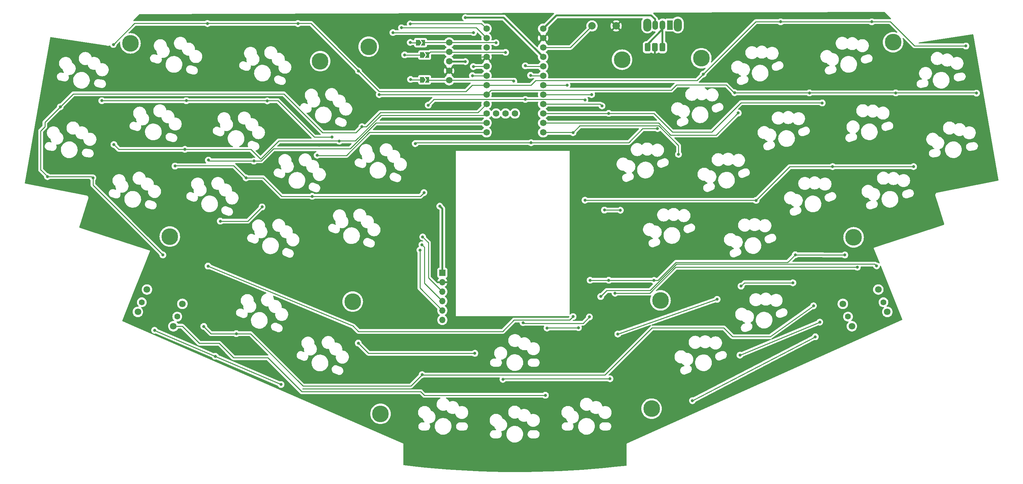
<source format=gbr>
%TF.GenerationSoftware,KiCad,Pcbnew,7.0.2*%
%TF.CreationDate,2024-07-27T16:15:34+02:00*%
%TF.ProjectId,Ghazal,4768617a-616c-42e6-9b69-6361645f7063,rev?*%
%TF.SameCoordinates,Original*%
%TF.FileFunction,Copper,L1,Top*%
%TF.FilePolarity,Positive*%
%FSLAX46Y46*%
G04 Gerber Fmt 4.6, Leading zero omitted, Abs format (unit mm)*
G04 Created by KiCad (PCBNEW 7.0.2) date 2024-07-27 16:15:34*
%MOMM*%
%LPD*%
G01*
G04 APERTURE LIST*
G04 Aperture macros list*
%AMRoundRect*
0 Rectangle with rounded corners*
0 $1 Rounding radius*
0 $2 $3 $4 $5 $6 $7 $8 $9 X,Y pos of 4 corners*
0 Add a 4 corners polygon primitive as box body*
4,1,4,$2,$3,$4,$5,$6,$7,$8,$9,$2,$3,0*
0 Add four circle primitives for the rounded corners*
1,1,$1+$1,$2,$3*
1,1,$1+$1,$4,$5*
1,1,$1+$1,$6,$7*
1,1,$1+$1,$8,$9*
0 Add four rect primitives between the rounded corners*
20,1,$1+$1,$2,$3,$4,$5,0*
20,1,$1+$1,$4,$5,$6,$7,0*
20,1,$1+$1,$6,$7,$8,$9,0*
20,1,$1+$1,$8,$9,$2,$3,0*%
%AMFreePoly0*
4,1,6,1.000000,0.000000,0.500000,-0.750000,-0.500000,-0.750000,-0.500000,0.750000,0.500000,0.750000,1.000000,0.000000,1.000000,0.000000,$1*%
%AMFreePoly1*
4,1,6,0.500000,-0.750000,-0.650000,-0.750000,-0.150000,0.000000,-0.650000,0.750000,0.500000,0.750000,0.500000,-0.750000,0.500000,-0.750000,$1*%
G04 Aperture macros list end*
%TA.AperFunction,ComponentPad*%
%ADD10C,4.500000*%
%TD*%
%TA.AperFunction,ComponentPad*%
%ADD11C,1.800000*%
%TD*%
%TA.AperFunction,ComponentPad*%
%ADD12C,1.600000*%
%TD*%
%TA.AperFunction,ComponentPad*%
%ADD13C,1.752600*%
%TD*%
%TA.AperFunction,SMDPad,CuDef*%
%ADD14FreePoly0,0.000000*%
%TD*%
%TA.AperFunction,SMDPad,CuDef*%
%ADD15FreePoly1,0.000000*%
%TD*%
%TA.AperFunction,ComponentPad*%
%ADD16O,2.200000X3.500000*%
%TD*%
%TA.AperFunction,ComponentPad*%
%ADD17R,1.500000X2.500000*%
%TD*%
%TA.AperFunction,ComponentPad*%
%ADD18O,1.500000X2.500000*%
%TD*%
%TA.AperFunction,ComponentPad*%
%ADD19C,2.000000*%
%TD*%
%TA.AperFunction,ComponentPad*%
%ADD20RoundRect,0.375000X0.375000X0.750000X-0.375000X0.750000X-0.375000X-0.750000X0.375000X-0.750000X0*%
%TD*%
%TA.AperFunction,ComponentPad*%
%ADD21R,1.700000X1.700000*%
%TD*%
%TA.AperFunction,ComponentPad*%
%ADD22O,1.700000X1.700000*%
%TD*%
%TA.AperFunction,ViaPad*%
%ADD23C,0.800000*%
%TD*%
%TA.AperFunction,Conductor*%
%ADD24C,0.250000*%
%TD*%
%TA.AperFunction,Conductor*%
%ADD25C,0.500000*%
%TD*%
G04 APERTURE END LIST*
D10*
%TO.P,H11,1*%
%TO.N,N/C*%
X114848000Y-139840000D03*
%TD*%
%TO.P,H8,1*%
%TO.N,N/C*%
X252898000Y-39740000D03*
%TD*%
D11*
%TO.P,HAT1,1,1*%
%TO.N,Net-(D36-K)*%
X51940475Y-106347429D03*
D12*
%TO.P,HAT1,2,2*%
%TO.N,Net-(D37-K)*%
X50554430Y-109778009D03*
D11*
%TO.P,HAT1,3,3*%
%TO.N,Net-(D38-K)*%
X49505532Y-112374124D03*
%TO.P,HAT1,4,4*%
%TO.N,row_4*%
X59055525Y-116232571D03*
D12*
%TO.P,HAT1,5,5*%
%TO.N,Net-(D39-K)*%
X60104424Y-113636457D03*
D11*
%TO.P,HAT1,6,6*%
%TO.N,Net-(D40-K)*%
X61490468Y-110205876D03*
%TD*%
D13*
%TO.P,U1,1,TX0/P0.06*%
%TO.N,P0.06*%
X143403000Y-36070000D03*
%TO.P,U1,2,RX1/P0.08*%
%TO.N,P0.08*%
X143403000Y-38610000D03*
%TO.P,U1,3,GND*%
%TO.N,GND*%
X143403000Y-41150000D03*
%TO.P,U1,4,GND*%
X143403000Y-43690000D03*
%TO.P,U1,5,P0.17*%
%TO.N,P0.17*%
X143403000Y-46230000D03*
%TO.P,U1,6,P0.20*%
%TO.N,SCLK*%
X143403000Y-48770000D03*
%TO.P,U1,7,P0.22*%
%TO.N,row_0*%
X143403000Y-51310000D03*
%TO.P,U1,8,P0.24*%
%TO.N,row_1*%
X143403000Y-53850000D03*
%TO.P,U1,9,P1.00*%
%TO.N,col0*%
X143403000Y-56390000D03*
%TO.P,U1,10,P0.11*%
%TO.N,col1*%
X143403000Y-58930000D03*
%TO.P,U1,11,P1.04*%
%TO.N,col2*%
X143403000Y-61470000D03*
%TO.P,U1,12,P1.06*%
%TO.N,col3*%
X143403000Y-64010000D03*
%TO.P,U1,13,NFC1/P0.09*%
%TO.N,col4*%
X158643000Y-64010000D03*
%TO.P,U1,14,NFC2/P0.10*%
%TO.N,col5*%
X158643000Y-61470000D03*
%TO.P,U1,15,P1.11*%
%TO.N,col6*%
X158643000Y-58930000D03*
%TO.P,U1,16,P1.13*%
%TO.N,col7*%
X158643000Y-56390000D03*
%TO.P,U1,17,P1.15*%
%TO.N,row_5*%
X158643000Y-53850000D03*
%TO.P,U1,18,AIN0/P0.02*%
%TO.N,row_4*%
X158643000Y-51310000D03*
%TO.P,U1,19,AIN5/P0.29*%
%TO.N,row_3*%
X158643000Y-48770000D03*
%TO.P,U1,20,AIN7/P0.31*%
%TO.N,row_2*%
X158643000Y-46230000D03*
%TO.P,U1,21,VCC*%
%TO.N,+3V3*%
X158643000Y-43690000D03*
%TO.P,U1,22,RST*%
%TO.N,RESET*%
X158643000Y-41150000D03*
%TO.P,U1,23,GND*%
%TO.N,GND*%
X158643000Y-38610000D03*
%TO.P,U1,24,BATIN/P0.04*%
%TO.N,BATT_OR_5V*%
X158643000Y-36070000D03*
%TO.P,U1,31,P1.01*%
%TO.N,NVMOSI*%
X145943000Y-58930000D03*
%TO.P,U1,32,P1.02*%
%TO.N,NVSCK*%
X148483000Y-58930000D03*
%TO.P,U1,33,P1.07*%
%TO.N,NVCS*%
X151023000Y-58930000D03*
%TD*%
D10*
%TO.P,H3,1*%
%TO.N,N/C*%
X190245175Y-109284961D03*
%TD*%
%TO.P,H6,1*%
%TO.N,N/C*%
X98598000Y-44840000D03*
%TD*%
D14*
%TO.P,JP5,1,A*%
%TO.N,P0.06*%
X124923000Y-39840000D03*
D15*
%TO.P,JP5,2,B*%
%TO.N,NVMOSI*%
X126373000Y-39840000D03*
%TD*%
D16*
%TO.P,SW25,*%
%TO.N,*%
X194898000Y-35090000D03*
X186698000Y-35090000D03*
D17*
%TO.P,SW25,1,A*%
%TO.N,unconnected-(SW25-A-Pad1)*%
X192798000Y-35090000D03*
D18*
%TO.P,SW25,2,B*%
%TO.N,BT+*%
X190798000Y-35090000D03*
%TO.P,SW25,3,C*%
%TO.N,BATT_OR_5V*%
X188798000Y-35090000D03*
%TD*%
D10*
%TO.P,H12,1*%
%TO.N,N/C*%
X111648000Y-40940000D03*
%TD*%
%TO.P,H2,1*%
%TO.N,N/C*%
X107354603Y-109610727D03*
%TD*%
D19*
%TO.P,SW34,1,1*%
%TO.N,RESET*%
X171798000Y-35340000D03*
%TO.P,SW34,2,2*%
%TO.N,GND*%
X178298000Y-35340000D03*
%TD*%
D14*
%TO.P,JP6,1,A*%
%TO.N,P0.08*%
X126023000Y-43190000D03*
D15*
%TO.P,JP6,2,B*%
%TO.N,NVSCK*%
X127473000Y-43190000D03*
%TD*%
D11*
%TO.P,HAT2,1,1*%
%TO.N,Net-(D41-K)*%
X239355532Y-110205876D03*
D12*
%TO.P,HAT2,2,2*%
%TO.N,Net-(D42-K)*%
X240741576Y-113636457D03*
D11*
%TO.P,HAT2,3,3*%
%TO.N,Net-(D43-K)*%
X241790475Y-116232571D03*
%TO.P,HAT2,4,4*%
%TO.N,row_5*%
X251340468Y-112374124D03*
D12*
%TO.P,HAT2,5,5*%
%TO.N,Net-(D44-K)*%
X250291570Y-109778009D03*
D11*
%TO.P,HAT2,6,6*%
%TO.N,Net-(D45-K)*%
X248905525Y-106347429D03*
%TD*%
D10*
%TO.P,H10,1*%
%TO.N,N/C*%
X187848000Y-138440000D03*
%TD*%
%TO.P,H9,1*%
%TO.N,N/C*%
X179898000Y-44440000D03*
%TD*%
D20*
%TO.P,J2,1,Pin_1*%
%TO.N,BT+*%
X186748000Y-41090000D03*
%TO.P,J2,2,Pin_2*%
%TO.N,GND*%
X188748000Y-41090000D03*
%TO.P,J2,3,Pin_3*%
%TO.N,BT+*%
X190748000Y-41090000D03*
%TD*%
D10*
%TO.P,H1,1*%
%TO.N,N/C*%
X58098000Y-92090000D03*
%TD*%
%TO.P,H7,1*%
%TO.N,N/C*%
X201248000Y-44040000D03*
%TD*%
D13*
%TO.P,Display1,1,MOSI*%
%TO.N,NVMOSI*%
X133323000Y-39813250D03*
%TO.P,Display1,2,SCK*%
%TO.N,NVSCK*%
X133323000Y-42353250D03*
%TO.P,Display1,3,VCC*%
%TO.N,+3V3*%
X133323000Y-44893250D03*
%TO.P,Display1,4,GND*%
%TO.N,GND*%
X133323000Y-47433250D03*
%TO.P,Display1,5,CS*%
%TO.N,NVCS*%
X133323000Y-49973250D03*
%TD*%
D21*
%TO.P,J3,1,Pin_1*%
%TO.N,+3V3*%
X131498000Y-101840000D03*
D22*
%TO.P,J3,2,Pin_2*%
%TO.N,GND*%
X131498000Y-104380000D03*
%TO.P,J3,3,Pin_3*%
%TO.N,MOSI*%
X131498000Y-106920000D03*
%TO.P,J3,4,Pin_4*%
%TO.N,SPI_CS*%
X131498000Y-109460000D03*
%TO.P,J3,5,Pin_5*%
%TO.N,MISO*%
X131498000Y-112000000D03*
%TO.P,J3,6,Pin_6*%
%TO.N,SCLK*%
X131498000Y-114540000D03*
%TD*%
D10*
%TO.P,H5,1*%
%TO.N,N/C*%
X47498000Y-40040000D03*
%TD*%
D14*
%TO.P,JP7,1,A*%
%TO.N,P0.17*%
X125998000Y-49840000D03*
D15*
%TO.P,JP7,2,B*%
%TO.N,NVCS*%
X127448000Y-49840000D03*
%TD*%
D10*
%TO.P,H4,1*%
%TO.N,N/C*%
X242248000Y-92290000D03*
%TD*%
D23*
%TO.N,GND*%
X121848000Y-62840000D03*
X91198000Y-85940000D03*
X210198000Y-85390000D03*
X210598000Y-108540000D03*
X203448000Y-91340000D03*
X221448000Y-95990000D03*
X122698000Y-104090000D03*
X152448000Y-53840000D03*
X184248000Y-38040000D03*
X116948000Y-84990000D03*
X213198000Y-79140000D03*
X113398000Y-77740000D03*
X141448000Y-43640000D03*
X182648000Y-51390000D03*
X98298000Y-67440000D03*
X123098000Y-56140000D03*
X141198000Y-41140000D03*
X182298000Y-60140000D03*
X129998000Y-90690000D03*
X89398000Y-78340000D03*
X188848000Y-44890000D03*
X122348000Y-60440000D03*
%TO.N,col0*%
X56248000Y-97040000D03*
X28598000Y-57140000D03*
X109835299Y-62477299D03*
X37398000Y-76290000D03*
X25148000Y-75940000D03*
%TO.N,col1*%
X43048000Y-67290000D03*
X62148000Y-68590000D03*
X103748000Y-66390000D03*
%TO.N,col2*%
X80748000Y-71740000D03*
X68498000Y-71490000D03*
X70348000Y-124340000D03*
X53998000Y-117340000D03*
X88048000Y-131940000D03*
%TO.N,col3*%
X82948000Y-84090000D03*
X75998000Y-118240000D03*
X126048000Y-129290000D03*
X97798000Y-70190000D03*
X71698000Y-87940000D03*
X67248000Y-116290000D03*
X231448000Y-110740000D03*
%TO.N,row_1*%
X210198000Y-53340000D03*
X62548000Y-55490000D03*
X114498000Y-53840000D03*
X39798000Y-55490000D03*
X84348000Y-55540000D03*
X275348000Y-53440000D03*
X101748000Y-65290000D03*
X253598000Y-53390000D03*
X230348000Y-53390000D03*
%TO.N,row_0*%
X92598000Y-34690000D03*
X42898000Y-40340000D03*
X201748000Y-48340000D03*
X272498000Y-40740000D03*
X68248000Y-34690000D03*
X108898000Y-47490000D03*
X222598000Y-34240000D03*
X247148000Y-34240000D03*
%TO.N,col4*%
X195098000Y-69940000D03*
X68398000Y-100040000D03*
X233148000Y-115140000D03*
X211648000Y-124040000D03*
X166698000Y-64090000D03*
X166698000Y-113640000D03*
%TO.N,row_3*%
X205498000Y-108990000D03*
X108848000Y-120790000D03*
X155248000Y-48640000D03*
X155398000Y-66790000D03*
X124198000Y-67040000D03*
X189448000Y-62990000D03*
X140248000Y-123540000D03*
X178748000Y-118340000D03*
%TO.N,row_2*%
X153848000Y-46090000D03*
X153848000Y-55140000D03*
X59498000Y-73090000D03*
X169898000Y-82290000D03*
X126548000Y-80240000D03*
X127698000Y-56690000D03*
X258398000Y-73240000D03*
X78648000Y-76290000D03*
X169898000Y-55240000D03*
X215998000Y-82340000D03*
X96448000Y-81240000D03*
X236598000Y-73240000D03*
%TO.N,MOSI*%
X126198000Y-92190000D03*
%TO.N,MISO*%
X125448000Y-95740000D03*
%TO.N,SCLK*%
X139598000Y-48740000D03*
%TO.N,+3V3*%
X130798000Y-83890000D03*
X137698000Y-33090000D03*
X137698000Y-44940000D03*
%TO.N,SPI_CS*%
X125998000Y-94290000D03*
%TO.N,NVMOSI*%
X145948000Y-39890000D03*
%TO.N,NVSCK*%
X148523000Y-42465000D03*
%TO.N,row_4*%
X159248000Y-134840000D03*
X168148000Y-116640000D03*
X165098000Y-51290000D03*
X159698000Y-116740000D03*
%TO.N,NVCS*%
X150748000Y-50240000D03*
%TO.N,row_5*%
X248448000Y-99990000D03*
X171698000Y-53840000D03*
X174148000Y-108240000D03*
%TO.N,col5*%
X198848000Y-136290000D03*
X225898000Y-104540000D03*
X211198000Y-58790000D03*
X231948000Y-119090000D03*
X211948000Y-105440000D03*
%TO.N,col6*%
X153248000Y-115290000D03*
X171298000Y-103840000D03*
X226548000Y-96990000D03*
X239898000Y-97040000D03*
X176298000Y-103840000D03*
X233798000Y-56090000D03*
X171098000Y-113740000D03*
X188498000Y-103890000D03*
X176298000Y-58890000D03*
%TO.N,col7*%
X175148000Y-84940000D03*
X177998000Y-107340000D03*
X179448000Y-84990000D03*
X243248000Y-100340000D03*
X147798000Y-130540000D03*
X174498000Y-56890000D03*
X176648000Y-130390000D03*
%TO.N,P0.06*%
X122848000Y-39790000D03*
X122848000Y-34790000D03*
%TO.N,P0.08*%
X121348000Y-43140000D03*
X120498000Y-35840000D03*
%TO.N,P0.17*%
X139848000Y-46290000D03*
X122948000Y-49740000D03*
X118198000Y-37140000D03*
X139898000Y-37140000D03*
%TD*%
D24*
%TO.N,GND*%
X143403000Y-43690000D02*
X141498000Y-43690000D01*
X188748000Y-41090000D02*
X188748000Y-44790000D01*
X188748000Y-44790000D02*
X188848000Y-44890000D01*
X141498000Y-43690000D02*
X141448000Y-43640000D01*
%TO.N,col0*%
X37398000Y-78190000D02*
X56248000Y-97040000D01*
X28598000Y-57140000D02*
X24448000Y-61290000D01*
X32098000Y-53640000D02*
X28598000Y-57140000D01*
X23298000Y-74040000D02*
X25148000Y-75890000D01*
X111010701Y-62477299D02*
X114798000Y-58690000D01*
X24448000Y-62490000D02*
X23298000Y-63640000D01*
X108222598Y-64090000D02*
X99251096Y-64090000D01*
X114798000Y-58690000D02*
X141103000Y-58690000D01*
X88801096Y-53640000D02*
X32098000Y-53640000D01*
X99251096Y-64090000D02*
X88801096Y-53640000D01*
X141103000Y-58690000D02*
X143403000Y-56390000D01*
X25148000Y-75940000D02*
X37048000Y-75940000D01*
X109835299Y-62477299D02*
X108222598Y-64090000D01*
X24448000Y-61290000D02*
X24448000Y-62490000D01*
X37048000Y-75940000D02*
X37398000Y-76290000D01*
X37398000Y-76290000D02*
X37398000Y-78190000D01*
X23298000Y-63640000D02*
X23298000Y-74040000D01*
X109835299Y-62477299D02*
X111010701Y-62477299D01*
%TO.N,col1*%
X114998000Y-59390000D02*
X142943000Y-59390000D01*
X43048000Y-67290000D02*
X44357829Y-68599829D01*
X87473000Y-66315000D02*
X108073000Y-66315000D01*
X82548000Y-71240000D02*
X87473000Y-66315000D01*
X142943000Y-59390000D02*
X143403000Y-58930000D01*
X44357829Y-68599829D02*
X79907829Y-68599829D01*
X108073000Y-66315000D02*
X114998000Y-59390000D01*
X79907829Y-68599829D02*
X82548000Y-71240000D01*
%TO.N,col2*%
X70348000Y-124340000D02*
X88048000Y-131940000D01*
X113618000Y-61470000D02*
X106648000Y-68440000D01*
X82748000Y-71690000D02*
X68698000Y-71690000D01*
X143403000Y-61470000D02*
X113618000Y-61470000D01*
X54115571Y-117457571D02*
X53998000Y-117340000D01*
X70348000Y-124340000D02*
X54115571Y-117457571D01*
X106648000Y-68440000D02*
X85998000Y-68440000D01*
X68698000Y-71690000D02*
X68498000Y-71490000D01*
X85998000Y-68440000D02*
X82748000Y-71690000D01*
%TO.N,col3*%
X126148000Y-129390000D02*
X175298000Y-129390000D01*
X207298000Y-116690000D02*
X209648000Y-119040000D01*
X69198000Y-118240000D02*
X67248000Y-116290000D01*
X209648000Y-119040000D02*
X219798000Y-119040000D01*
X79098000Y-87940000D02*
X82948000Y-84090000D01*
X187998000Y-116690000D02*
X207298000Y-116690000D01*
X93948000Y-132340000D02*
X122998000Y-132340000D01*
X71698000Y-87940000D02*
X79098000Y-87940000D01*
X219798000Y-119040000D02*
X231448000Y-110740000D01*
X105648000Y-70240000D02*
X97848000Y-70240000D01*
X111878000Y-64010000D02*
X105648000Y-70240000D01*
X75998000Y-118240000D02*
X79848000Y-118240000D01*
X126048000Y-129290000D02*
X126148000Y-129390000D01*
X79848000Y-118240000D02*
X93948000Y-132340000D01*
X143403000Y-64010000D02*
X111878000Y-64010000D01*
X175298000Y-129390000D02*
X187998000Y-116690000D01*
X75998000Y-118240000D02*
X69198000Y-118240000D01*
X122998000Y-132340000D02*
X126048000Y-129290000D01*
%TO.N,row_1*%
X39798000Y-55490000D02*
X62548000Y-55490000D01*
X101748000Y-65290000D02*
X96998000Y-65290000D01*
X143403000Y-53850000D02*
X144604300Y-52648700D01*
X62548000Y-55490000D02*
X87198000Y-55490000D01*
X193139300Y-52648700D02*
X194548000Y-51240000D01*
X114498000Y-53840000D02*
X114508000Y-53850000D01*
X114508000Y-53850000D02*
X143403000Y-53850000D01*
X207948000Y-51240000D02*
X210048000Y-53340000D01*
X275248000Y-53340000D02*
X275348000Y-53440000D01*
X144604300Y-52648700D02*
X193139300Y-52648700D01*
X194548000Y-51240000D02*
X207948000Y-51240000D01*
X210048000Y-53340000D02*
X275248000Y-53340000D01*
X96998000Y-65290000D02*
X87198000Y-55490000D01*
%TO.N,row_0*%
X215898000Y-34190000D02*
X252148000Y-34190000D01*
X200048000Y-50040000D02*
X201748000Y-48340000D01*
X137848000Y-52990000D02*
X139528000Y-51310000D01*
X156648000Y-50040000D02*
X200048000Y-50040000D01*
X143403000Y-51310000D02*
X155378000Y-51310000D01*
X48598000Y-34640000D02*
X96098000Y-34640000D01*
X252148000Y-34190000D02*
X258648000Y-40690000D01*
X42898000Y-40340000D02*
X48598000Y-34640000D01*
X272448000Y-40690000D02*
X272498000Y-40740000D01*
X96098000Y-34640000D02*
X114448000Y-52990000D01*
X258648000Y-40690000D02*
X272448000Y-40690000D01*
X155378000Y-51310000D02*
X156648000Y-50040000D01*
X201748000Y-48340000D02*
X215898000Y-34190000D01*
X114448000Y-52990000D02*
X137848000Y-52990000D01*
X139528000Y-51310000D02*
X143403000Y-51310000D01*
%TO.N,col4*%
X195098000Y-67540000D02*
X195098000Y-69940000D01*
X107448000Y-116190000D02*
X68398000Y-100040000D01*
X166698000Y-113640000D02*
X165773000Y-114565000D01*
X166698000Y-64090000D02*
X168523000Y-62265000D01*
X150823000Y-114565000D02*
X147748000Y-117640000D01*
X158643000Y-64010000D02*
X166618000Y-64010000D01*
X211648000Y-124040000D02*
X233148000Y-115140000D01*
X147748000Y-117640000D02*
X108898000Y-117640000D01*
X108898000Y-117640000D02*
X107448000Y-116190000D01*
X168523000Y-62265000D02*
X189823000Y-62265000D01*
X189823000Y-62265000D02*
X195098000Y-67540000D01*
X165773000Y-114565000D02*
X150823000Y-114565000D01*
X166618000Y-64010000D02*
X166698000Y-64090000D01*
%TO.N,row_3*%
X181668064Y-66769936D02*
X185448000Y-62990000D01*
X155418064Y-66769936D02*
X181668064Y-66769936D01*
X155378000Y-48770000D02*
X155248000Y-48640000D01*
X108848000Y-120790000D02*
X111598000Y-123540000D01*
X185448000Y-62990000D02*
X189448000Y-62990000D01*
X158643000Y-48770000D02*
X155378000Y-48770000D01*
X111598000Y-123540000D02*
X140248000Y-123540000D01*
X205498000Y-108990000D02*
X178748000Y-118340000D01*
X124448000Y-66790000D02*
X124198000Y-67040000D01*
X155398000Y-66790000D02*
X124448000Y-66790000D01*
X155398000Y-66790000D02*
X155418064Y-66769936D01*
%TO.N,row_2*%
X75298000Y-72990000D02*
X59348000Y-72990000D01*
X225048000Y-73240000D02*
X236598000Y-73240000D01*
X153988000Y-46230000D02*
X153848000Y-46090000D01*
X158643000Y-46230000D02*
X153988000Y-46230000D01*
X125548000Y-81240000D02*
X88198000Y-81240000D01*
X215998000Y-82290000D02*
X225048000Y-73240000D01*
X169798000Y-55140000D02*
X153848000Y-55140000D01*
X88198000Y-81240000D02*
X83198000Y-76240000D01*
X169898000Y-82290000D02*
X215998000Y-82290000D01*
X236598000Y-73240000D02*
X258398000Y-73240000D01*
X126548000Y-80240000D02*
X125548000Y-81240000D01*
X129248000Y-55140000D02*
X153848000Y-55140000D01*
X169898000Y-55240000D02*
X169798000Y-55140000D01*
X78548000Y-76240000D02*
X75298000Y-72990000D01*
X127698000Y-56690000D02*
X129248000Y-55140000D01*
X83198000Y-76240000D02*
X78548000Y-76240000D01*
%TO.N,MOSI*%
X127748000Y-93740000D02*
X127748000Y-103170000D01*
X127748000Y-103170000D02*
X131498000Y-106920000D01*
X126198000Y-92190000D02*
X127748000Y-93740000D01*
%TO.N,MISO*%
X125448000Y-95740000D02*
X125448000Y-105950000D01*
X125448000Y-105950000D02*
X131498000Y-112000000D01*
%TO.N,SCLK*%
X143403000Y-48770000D02*
X139628000Y-48770000D01*
X139628000Y-48770000D02*
X139598000Y-48740000D01*
D25*
%TO.N,+3V3*%
X137698000Y-33090000D02*
X148043000Y-33090000D01*
X130798000Y-83890000D02*
X131498000Y-84590000D01*
X137698000Y-44940000D02*
X133369750Y-44940000D01*
X131498000Y-84590000D02*
X131498000Y-101840000D01*
X133369750Y-44940000D02*
X133323000Y-44893250D01*
X148043000Y-33090000D02*
X158643000Y-43690000D01*
D24*
%TO.N,SPI_CS*%
X126648000Y-94940000D02*
X126648000Y-104610000D01*
X125998000Y-94290000D02*
X126648000Y-94940000D01*
X126648000Y-104610000D02*
X131498000Y-109460000D01*
D25*
%TO.N,BT+*%
X190798000Y-41040000D02*
X190748000Y-41090000D01*
D24*
X190798000Y-36240000D02*
X190798000Y-35090000D01*
D25*
X190798000Y-35090000D02*
X190798000Y-41040000D01*
X186748000Y-40290000D02*
X190798000Y-36240000D01*
D24*
X186748000Y-41090000D02*
X186748000Y-40290000D01*
D25*
%TO.N,BATT_OR_5V*%
X158643000Y-36070000D02*
X162223000Y-32490000D01*
X188798000Y-33540000D02*
X188798000Y-35090000D01*
X162223000Y-32490000D02*
X187748000Y-32490000D01*
X187748000Y-32490000D02*
X188798000Y-33540000D01*
D24*
%TO.N,NVMOSI*%
X126373000Y-39840000D02*
X126399750Y-39813250D01*
X145871250Y-39813250D02*
X133323000Y-39813250D01*
X126399750Y-39813250D02*
X133323000Y-39813250D01*
X145948000Y-39890000D02*
X145871250Y-39813250D01*
%TO.N,NVSCK*%
X148448000Y-42390000D02*
X133359750Y-42390000D01*
X133323000Y-42353250D02*
X128309750Y-42353250D01*
X133359750Y-42390000D02*
X133323000Y-42353250D01*
X148523000Y-42465000D02*
X148448000Y-42390000D01*
X128309750Y-42353250D02*
X127473000Y-43190000D01*
%TO.N,row_4*%
X84498000Y-124740000D02*
X93648000Y-133890000D01*
X66048000Y-120840000D02*
X71398000Y-120840000D01*
X75298000Y-124740000D02*
X84498000Y-124740000D01*
X158643000Y-51310000D02*
X165078000Y-51310000D01*
X159698000Y-116740000D02*
X159748000Y-116690000D01*
X61440571Y-116232571D02*
X66048000Y-120840000D01*
X59055525Y-116232571D02*
X61440571Y-116232571D01*
X71398000Y-120840000D02*
X75298000Y-124740000D01*
X126644606Y-134840000D02*
X159248000Y-134840000D01*
X93648000Y-133890000D02*
X125694606Y-133890000D01*
X168098000Y-116690000D02*
X168148000Y-116640000D01*
X159748000Y-116690000D02*
X168098000Y-116690000D01*
X125694606Y-133890000D02*
X126644606Y-134840000D01*
X165078000Y-51310000D02*
X165098000Y-51290000D01*
%TO.N,RESET*%
X171798000Y-35340000D02*
X165988000Y-41150000D01*
X165988000Y-41150000D02*
X158643000Y-41150000D01*
%TO.N,NVCS*%
X133323000Y-49973250D02*
X150481250Y-49973250D01*
X127581250Y-49973250D02*
X133323000Y-49973250D01*
X127448000Y-49840000D02*
X127581250Y-49973250D01*
X150481250Y-49973250D02*
X150748000Y-50240000D01*
%TO.N,row_5*%
X247948000Y-99490000D02*
X194561604Y-99490000D01*
X248448000Y-99990000D02*
X247948000Y-99490000D01*
X187436604Y-106615000D02*
X175773000Y-106615000D01*
X194561604Y-99490000D02*
X187436604Y-106615000D01*
X175773000Y-106615000D02*
X174148000Y-108240000D01*
X158643000Y-53850000D02*
X171688000Y-53850000D01*
X171688000Y-53850000D02*
X171698000Y-53840000D01*
%TO.N,col5*%
X205248000Y-64740000D02*
X211198000Y-58790000D01*
X212848000Y-104540000D02*
X211948000Y-105440000D01*
X225898000Y-104540000D02*
X212848000Y-104540000D01*
X192998000Y-64740000D02*
X205248000Y-64740000D01*
X158643000Y-61470000D02*
X189728000Y-61470000D01*
X189728000Y-61470000D02*
X189798000Y-61540000D01*
X231948000Y-119090000D02*
X198848000Y-136290000D01*
X189798000Y-61540000D02*
X192998000Y-64740000D01*
%TO.N,col6*%
X211898000Y-56040000D02*
X233748000Y-56040000D01*
X176258000Y-58930000D02*
X176298000Y-58890000D01*
X176298000Y-103840000D02*
X188448000Y-103840000D01*
X193448000Y-63890000D02*
X204048000Y-63890000D01*
X169398000Y-115440000D02*
X153398000Y-115440000D01*
X188548000Y-103840000D02*
X189575208Y-103840000D01*
X224498000Y-99040000D02*
X226548000Y-96990000D01*
X189575208Y-103840000D02*
X194375208Y-99040000D01*
X188498000Y-103890000D02*
X188548000Y-103840000D01*
X233748000Y-56040000D02*
X233798000Y-56090000D01*
X204048000Y-63890000D02*
X211898000Y-56040000D01*
X176338000Y-58930000D02*
X188488000Y-58930000D01*
X171098000Y-113740000D02*
X169398000Y-115440000D01*
X234048000Y-97040000D02*
X233998000Y-96990000D01*
X176298000Y-58890000D02*
X176338000Y-58930000D01*
X188488000Y-58930000D02*
X193448000Y-63890000D01*
X194375208Y-99040000D02*
X224498000Y-99040000D01*
X188448000Y-103840000D02*
X188498000Y-103890000D01*
X153398000Y-115440000D02*
X153248000Y-115290000D01*
X239898000Y-97040000D02*
X234048000Y-97040000D01*
X233998000Y-96990000D02*
X226548000Y-96990000D01*
X176298000Y-103840000D02*
X171298000Y-103840000D01*
X158643000Y-58930000D02*
X176258000Y-58930000D01*
%TO.N,col7*%
X175148000Y-84940000D02*
X179398000Y-84940000D01*
X243248000Y-100340000D02*
X194348000Y-100340000D01*
X176648000Y-130390000D02*
X147948000Y-130390000D01*
X173998000Y-56390000D02*
X174498000Y-56890000D01*
X147948000Y-130390000D02*
X147798000Y-130540000D01*
X194348000Y-100340000D02*
X187348000Y-107340000D01*
X179398000Y-84940000D02*
X179448000Y-84990000D01*
X158643000Y-56390000D02*
X173998000Y-56390000D01*
X187348000Y-107340000D02*
X177998000Y-107340000D01*
%TO.N,P0.06*%
X122898000Y-39840000D02*
X122848000Y-39790000D01*
X122948000Y-34690000D02*
X142023000Y-34690000D01*
X124923000Y-39840000D02*
X122898000Y-39840000D01*
X122848000Y-34790000D02*
X122948000Y-34690000D01*
X142023000Y-34690000D02*
X143403000Y-36070000D01*
%TO.N,P0.08*%
X140633000Y-35840000D02*
X143403000Y-38610000D01*
X126023000Y-43190000D02*
X121398000Y-43190000D01*
X121398000Y-43190000D02*
X121348000Y-43140000D01*
X120498000Y-35840000D02*
X140633000Y-35840000D01*
%TO.N,P0.17*%
X139898000Y-46230000D02*
X139848000Y-46290000D01*
X123048000Y-49840000D02*
X122948000Y-49740000D01*
X143403000Y-46230000D02*
X139898000Y-46230000D01*
X125998000Y-49840000D02*
X123048000Y-49840000D01*
X139898000Y-37140000D02*
X118198000Y-37140000D01*
%TD*%
%TA.AperFunction,Conductor*%
%TO.N,GND*%
G36*
X250698823Y-31630831D02*
G01*
X250722535Y-31650435D01*
X252324297Y-33343918D01*
X252356575Y-33407153D01*
X252349542Y-33477800D01*
X252305430Y-33533430D01*
X252238245Y-33556380D01*
X252232757Y-33556500D01*
X252207776Y-33556500D01*
X252188066Y-33554949D01*
X252168057Y-33551779D01*
X252124039Y-33555941D01*
X252112181Y-33556500D01*
X247793815Y-33556500D01*
X247725694Y-33536498D01*
X247719754Y-33532436D01*
X247644554Y-33477800D01*
X247604752Y-33448882D01*
X247430288Y-33371206D01*
X247243487Y-33331500D01*
X247052513Y-33331500D01*
X246933162Y-33356869D01*
X246865711Y-33371206D01*
X246691246Y-33448883D01*
X246576246Y-33532436D01*
X246509378Y-33556295D01*
X246502185Y-33556500D01*
X223243815Y-33556500D01*
X223175694Y-33536498D01*
X223169754Y-33532436D01*
X223094554Y-33477800D01*
X223054752Y-33448882D01*
X222880288Y-33371206D01*
X222693487Y-33331500D01*
X222502513Y-33331500D01*
X222383162Y-33356869D01*
X222315711Y-33371206D01*
X222141246Y-33448883D01*
X222026246Y-33532436D01*
X221959378Y-33556295D01*
X221952185Y-33556500D01*
X215981853Y-33556500D01*
X215961063Y-33554204D01*
X215890001Y-33556438D01*
X215886043Y-33556500D01*
X215858144Y-33556500D01*
X215854219Y-33556995D01*
X215854198Y-33556997D01*
X215854124Y-33557007D01*
X215842313Y-33557936D01*
X215798108Y-33559325D01*
X215778651Y-33564978D01*
X215759301Y-33568986D01*
X215739202Y-33571525D01*
X215698093Y-33587802D01*
X215686865Y-33591646D01*
X215644408Y-33603981D01*
X215626964Y-33614297D01*
X215609217Y-33622990D01*
X215590384Y-33630446D01*
X215554611Y-33656437D01*
X215544693Y-33662951D01*
X215506639Y-33685457D01*
X215492312Y-33699783D01*
X215477283Y-33712618D01*
X215460894Y-33724525D01*
X215432701Y-33758604D01*
X215424713Y-33767381D01*
X204038778Y-45153316D01*
X203976466Y-45187342D01*
X203905651Y-45182277D01*
X203848815Y-45139730D01*
X203824004Y-45073210D01*
X203831742Y-45020441D01*
X203831957Y-45019965D01*
X203931238Y-44701359D01*
X203991393Y-44373108D01*
X204011542Y-44040000D01*
X203991393Y-43706892D01*
X203931238Y-43378641D01*
X203831957Y-43060035D01*
X203694995Y-42755718D01*
X203522350Y-42470129D01*
X203505352Y-42448432D01*
X203318893Y-42210435D01*
X203318892Y-42210434D01*
X203316541Y-42207433D01*
X203080567Y-41971459D01*
X203056038Y-41952242D01*
X202820862Y-41767993D01*
X202820858Y-41767990D01*
X202817871Y-41765650D01*
X202532282Y-41593005D01*
X202528813Y-41591444D01*
X202528806Y-41591440D01*
X202231441Y-41457607D01*
X202231435Y-41457604D01*
X202227965Y-41456043D01*
X202224337Y-41454912D01*
X202224328Y-41454909D01*
X201912992Y-41357894D01*
X201912990Y-41357893D01*
X201909359Y-41356762D01*
X201905624Y-41356077D01*
X201905614Y-41356075D01*
X201584850Y-41297292D01*
X201584837Y-41297290D01*
X201581108Y-41296607D01*
X201577314Y-41296377D01*
X201577310Y-41296377D01*
X201279715Y-41278376D01*
X201248000Y-41276458D01*
X201221074Y-41278086D01*
X200918689Y-41296377D01*
X200918683Y-41296377D01*
X200914892Y-41296607D01*
X200911164Y-41297290D01*
X200911149Y-41297292D01*
X200590385Y-41356075D01*
X200590371Y-41356078D01*
X200586641Y-41356762D01*
X200583013Y-41357892D01*
X200583007Y-41357894D01*
X200271671Y-41454909D01*
X200271656Y-41454914D01*
X200268035Y-41456043D01*
X200264570Y-41457602D01*
X200264558Y-41457607D01*
X199967193Y-41591440D01*
X199967179Y-41591447D01*
X199963718Y-41593005D01*
X199960461Y-41594973D01*
X199960457Y-41594976D01*
X199681382Y-41763683D01*
X199681376Y-41763686D01*
X199678129Y-41765650D01*
X199675148Y-41767985D01*
X199675137Y-41767993D01*
X199418435Y-41969106D01*
X199418424Y-41969115D01*
X199415433Y-41971459D01*
X199412738Y-41974153D01*
X199412730Y-41974161D01*
X199182161Y-42204730D01*
X199182153Y-42204738D01*
X199179459Y-42207433D01*
X199177115Y-42210424D01*
X199177106Y-42210435D01*
X198975993Y-42467137D01*
X198975985Y-42467148D01*
X198973650Y-42470129D01*
X198971686Y-42473376D01*
X198971683Y-42473382D01*
X198820225Y-42723924D01*
X198801005Y-42755718D01*
X198799447Y-42759179D01*
X198799440Y-42759193D01*
X198665607Y-43056558D01*
X198665602Y-43056570D01*
X198664043Y-43060035D01*
X198662914Y-43063656D01*
X198662909Y-43063671D01*
X198566364Y-43373500D01*
X198564762Y-43378641D01*
X198564078Y-43382371D01*
X198564075Y-43382385D01*
X198505292Y-43703149D01*
X198505290Y-43703164D01*
X198504607Y-43706892D01*
X198504377Y-43710683D01*
X198504377Y-43710689D01*
X198486346Y-44008793D01*
X198484458Y-44040000D01*
X198484688Y-44043802D01*
X198504292Y-44367910D01*
X198504607Y-44373108D01*
X198505290Y-44376837D01*
X198505292Y-44376850D01*
X198564075Y-44697614D01*
X198564077Y-44697624D01*
X198564762Y-44701359D01*
X198565893Y-44704990D01*
X198565894Y-44704992D01*
X198662909Y-45016328D01*
X198662912Y-45016337D01*
X198664043Y-45019965D01*
X198665604Y-45023435D01*
X198665607Y-45023441D01*
X198799440Y-45320806D01*
X198799444Y-45320813D01*
X198801005Y-45324282D01*
X198973650Y-45609871D01*
X198975990Y-45612858D01*
X198975993Y-45612862D01*
X199172723Y-45863970D01*
X199179459Y-45872567D01*
X199415433Y-46108541D01*
X199418434Y-46110892D01*
X199418435Y-46110893D01*
X199634194Y-46279929D01*
X199678129Y-46314350D01*
X199963718Y-46486995D01*
X200268035Y-46623957D01*
X200586641Y-46723238D01*
X200914892Y-46783393D01*
X201248000Y-46803542D01*
X201581108Y-46783393D01*
X201909359Y-46723238D01*
X202227965Y-46623957D01*
X202228270Y-46623819D01*
X202298310Y-46618414D01*
X202360813Y-46652087D01*
X202395189Y-46714207D01*
X202390523Y-46785050D01*
X202361316Y-46830778D01*
X201797498Y-47394596D01*
X201735188Y-47428620D01*
X201708405Y-47431500D01*
X201652513Y-47431500D01*
X201527979Y-47457970D01*
X201465711Y-47471206D01*
X201347305Y-47523924D01*
X201308076Y-47541390D01*
X201291246Y-47548883D01*
X201136747Y-47661133D01*
X201008958Y-47803057D01*
X200913472Y-47968443D01*
X200854458Y-48150070D01*
X200837093Y-48315292D01*
X200810080Y-48380949D01*
X200800878Y-48391216D01*
X199822500Y-49369595D01*
X199760188Y-49403620D01*
X199733405Y-49406500D01*
X160068827Y-49406500D01*
X160000706Y-49386498D01*
X159954213Y-49332842D01*
X159944109Y-49262568D01*
X159953440Y-49229886D01*
X159957257Y-49221185D01*
X160013594Y-48998712D01*
X160032546Y-48770000D01*
X160013594Y-48541288D01*
X159957257Y-48318815D01*
X159865069Y-48108649D01*
X159739547Y-47916523D01*
X159635093Y-47803056D01*
X159584117Y-47747681D01*
X159584116Y-47747680D01*
X159584114Y-47747678D01*
X159435099Y-47631695D01*
X159394771Y-47600306D01*
X159397048Y-47597380D01*
X159360202Y-47560829D01*
X159344832Y-47491516D01*
X159369376Y-47424897D01*
X159396257Y-47401603D01*
X159394771Y-47399694D01*
X159480578Y-47332907D01*
X159584114Y-47252322D01*
X159739547Y-47083477D01*
X159865069Y-46891351D01*
X159957257Y-46681185D01*
X160013594Y-46458712D01*
X160032546Y-46230000D01*
X160013594Y-46001288D01*
X159957257Y-45778815D01*
X159865069Y-45568649D01*
X159739547Y-45376523D01*
X159624741Y-45251811D01*
X159584117Y-45207681D01*
X159584116Y-45207680D01*
X159584114Y-45207678D01*
X159451626Y-45104558D01*
X159394771Y-45060306D01*
X159397048Y-45057380D01*
X159360202Y-45020829D01*
X159344832Y-44951516D01*
X159369376Y-44884897D01*
X159396257Y-44861603D01*
X159394771Y-44859694D01*
X159428246Y-44833639D01*
X159584114Y-44712322D01*
X159739547Y-44543477D01*
X159807152Y-44440000D01*
X177134458Y-44440000D01*
X177134688Y-44443802D01*
X177153213Y-44750072D01*
X177154607Y-44773108D01*
X177155290Y-44776837D01*
X177155292Y-44776850D01*
X177214075Y-45097614D01*
X177214077Y-45097624D01*
X177214762Y-45101359D01*
X177215893Y-45104990D01*
X177215894Y-45104992D01*
X177312909Y-45416328D01*
X177312912Y-45416337D01*
X177314043Y-45419965D01*
X177315604Y-45423435D01*
X177315607Y-45423441D01*
X177449440Y-45720806D01*
X177449444Y-45720813D01*
X177451005Y-45724282D01*
X177623650Y-46009871D01*
X177625990Y-46012858D01*
X177625993Y-46012862D01*
X177811085Y-46249115D01*
X177829459Y-46272567D01*
X178065433Y-46508541D01*
X178068434Y-46510892D01*
X178068435Y-46510893D01*
X178308387Y-46698883D01*
X178328129Y-46714350D01*
X178613718Y-46886995D01*
X178617192Y-46888558D01*
X178617193Y-46888559D01*
X178631858Y-46895159D01*
X178918035Y-47023957D01*
X179236641Y-47123238D01*
X179564892Y-47183393D01*
X179898000Y-47203542D01*
X180231108Y-47183393D01*
X180559359Y-47123238D01*
X180877965Y-47023957D01*
X181182282Y-46886995D01*
X181467871Y-46714350D01*
X181730567Y-46508541D01*
X181966541Y-46272567D01*
X182172350Y-46009871D01*
X182344995Y-45724282D01*
X182481957Y-45419965D01*
X182581238Y-45101359D01*
X182641393Y-44773108D01*
X182661542Y-44440000D01*
X182641393Y-44106892D01*
X182581238Y-43778641D01*
X182481957Y-43460035D01*
X182356609Y-43181524D01*
X182346559Y-43159193D01*
X182346558Y-43159192D01*
X182344995Y-43155718D01*
X182172350Y-42870129D01*
X182147301Y-42838156D01*
X181968893Y-42610435D01*
X181968892Y-42610434D01*
X181966541Y-42607433D01*
X181730567Y-42371459D01*
X181724846Y-42366977D01*
X181470862Y-42167993D01*
X181470858Y-42167990D01*
X181467871Y-42165650D01*
X181182282Y-41993005D01*
X181178813Y-41991444D01*
X181178806Y-41991440D01*
X180881441Y-41857607D01*
X180881435Y-41857604D01*
X180877965Y-41856043D01*
X180874337Y-41854912D01*
X180874328Y-41854909D01*
X180562992Y-41757894D01*
X180562990Y-41757893D01*
X180559359Y-41756762D01*
X180555624Y-41756077D01*
X180555614Y-41756075D01*
X180234850Y-41697292D01*
X180234837Y-41697290D01*
X180231108Y-41696607D01*
X180227314Y-41696377D01*
X180227310Y-41696377D01*
X179901802Y-41676688D01*
X179898000Y-41676458D01*
X179894198Y-41676688D01*
X179568689Y-41696377D01*
X179568683Y-41696377D01*
X179564892Y-41696607D01*
X179561164Y-41697290D01*
X179561149Y-41697292D01*
X179240385Y-41756075D01*
X179240371Y-41756078D01*
X179236641Y-41756762D01*
X179233013Y-41757892D01*
X179233007Y-41757894D01*
X178921671Y-41854909D01*
X178921656Y-41854914D01*
X178918035Y-41856043D01*
X178914570Y-41857602D01*
X178914558Y-41857607D01*
X178617193Y-41991440D01*
X178617179Y-41991447D01*
X178613718Y-41993005D01*
X178610461Y-41994973D01*
X178610457Y-41994976D01*
X178331382Y-42163683D01*
X178331376Y-42163686D01*
X178328129Y-42165650D01*
X178325148Y-42167985D01*
X178325137Y-42167993D01*
X178068435Y-42369106D01*
X178068424Y-42369115D01*
X178065433Y-42371459D01*
X178062738Y-42374153D01*
X178062730Y-42374161D01*
X177832161Y-42604730D01*
X177832153Y-42604738D01*
X177829459Y-42607433D01*
X177827115Y-42610424D01*
X177827106Y-42610435D01*
X177625993Y-42867137D01*
X177625985Y-42867148D01*
X177623650Y-42870129D01*
X177621686Y-42873376D01*
X177621683Y-42873382D01*
X177458169Y-43143867D01*
X177451005Y-43155718D01*
X177449447Y-43159179D01*
X177449440Y-43159193D01*
X177315607Y-43456558D01*
X177315602Y-43456570D01*
X177314043Y-43460035D01*
X177312914Y-43463656D01*
X177312909Y-43463671D01*
X177217094Y-43771156D01*
X177214762Y-43778641D01*
X177214078Y-43782371D01*
X177214075Y-43782385D01*
X177155292Y-44103149D01*
X177155290Y-44103164D01*
X177154607Y-44106892D01*
X177154377Y-44110683D01*
X177154377Y-44110689D01*
X177137962Y-44382063D01*
X177134458Y-44440000D01*
X159807152Y-44440000D01*
X159865069Y-44351351D01*
X159957257Y-44141185D01*
X160013594Y-43918712D01*
X160032546Y-43690000D01*
X160013594Y-43461288D01*
X159957257Y-43238815D01*
X159865069Y-43028649D01*
X159739547Y-42836523D01*
X159634218Y-42722105D01*
X159584117Y-42667681D01*
X159584116Y-42667680D01*
X159584114Y-42667678D01*
X159403010Y-42526719D01*
X159403011Y-42526719D01*
X159394771Y-42520306D01*
X159397048Y-42517380D01*
X159360202Y-42480829D01*
X159344832Y-42411516D01*
X159369376Y-42344897D01*
X159396257Y-42321603D01*
X159394771Y-42319694D01*
X159452103Y-42275070D01*
X159584114Y-42172322D01*
X159739547Y-42003477D01*
X159845970Y-41840583D01*
X159899974Y-41794496D01*
X159951453Y-41783500D01*
X165904147Y-41783500D01*
X165924935Y-41785795D01*
X165927907Y-41785701D01*
X165927909Y-41785702D01*
X165995985Y-41783562D01*
X165999945Y-41783500D01*
X166023894Y-41783500D01*
X166027856Y-41783500D01*
X166031856Y-41782994D01*
X166043699Y-41782061D01*
X166087889Y-41780673D01*
X166107338Y-41775021D01*
X166126698Y-41771012D01*
X166146797Y-41768474D01*
X166187915Y-41752193D01*
X166199117Y-41748357D01*
X166241593Y-41736018D01*
X166259039Y-41725699D01*
X166276780Y-41717009D01*
X166295617Y-41709552D01*
X166331392Y-41683558D01*
X166341303Y-41677048D01*
X166379362Y-41654542D01*
X166393691Y-41640212D01*
X166408719Y-41627377D01*
X166425107Y-41615472D01*
X166453303Y-41581386D01*
X166461272Y-41572630D01*
X171219543Y-36814360D01*
X171281851Y-36780337D01*
X171338045Y-36780938D01*
X171502937Y-36820526D01*
X171561288Y-36834535D01*
X171578558Y-36835894D01*
X171798000Y-36853165D01*
X172034711Y-36834535D01*
X172265594Y-36779105D01*
X172484963Y-36688240D01*
X172687416Y-36564176D01*
X172867969Y-36409969D01*
X173022176Y-36229416D01*
X173146240Y-36026963D01*
X173237105Y-35807594D01*
X173292535Y-35576711D01*
X173311165Y-35340000D01*
X176785337Y-35340000D01*
X176803960Y-35576633D01*
X176859372Y-35807440D01*
X176950208Y-36026738D01*
X177064896Y-36213891D01*
X177064897Y-36213891D01*
X177694065Y-35584723D01*
X177705188Y-35618956D01*
X177793186Y-35757619D01*
X177912903Y-35870040D01*
X178051160Y-35946048D01*
X177424107Y-36573101D01*
X177424107Y-36573102D01*
X177611261Y-36687791D01*
X177830559Y-36778627D01*
X178061366Y-36834039D01*
X178298000Y-36852662D01*
X178534633Y-36834039D01*
X178765440Y-36778627D01*
X178984738Y-36687791D01*
X179171891Y-36573102D01*
X179171892Y-36573101D01*
X178541482Y-35942691D01*
X178613629Y-35914126D01*
X178746492Y-35817595D01*
X178851175Y-35691055D01*
X178901441Y-35584232D01*
X179531101Y-36213892D01*
X179531102Y-36213891D01*
X179645791Y-36026738D01*
X179736627Y-35807440D01*
X179792039Y-35576633D01*
X179810662Y-35340000D01*
X179792039Y-35103366D01*
X179736627Y-34872559D01*
X179645791Y-34653261D01*
X179531102Y-34466107D01*
X179531101Y-34466107D01*
X178901934Y-35095274D01*
X178890812Y-35061044D01*
X178802814Y-34922381D01*
X178683097Y-34809960D01*
X178544838Y-34733951D01*
X179171891Y-34106897D01*
X179171891Y-34106896D01*
X178984738Y-33992208D01*
X178765440Y-33901372D01*
X178534633Y-33845960D01*
X178297999Y-33827337D01*
X178061366Y-33845960D01*
X177830559Y-33901372D01*
X177611264Y-33992207D01*
X177424107Y-34106896D01*
X177424107Y-34106898D01*
X178054517Y-34737308D01*
X177982371Y-34765874D01*
X177849508Y-34862405D01*
X177744825Y-34988945D01*
X177694558Y-35095766D01*
X177064898Y-34466107D01*
X177064896Y-34466107D01*
X176950207Y-34653264D01*
X176859372Y-34872559D01*
X176803960Y-35103366D01*
X176785337Y-35340000D01*
X173311165Y-35340000D01*
X173292535Y-35103289D01*
X173237105Y-34872406D01*
X173146240Y-34653037D01*
X173022176Y-34450584D01*
X172961268Y-34379270D01*
X172867969Y-34270030D01*
X172687415Y-34115823D01*
X172484966Y-33991761D01*
X172265594Y-33900895D01*
X172034711Y-33845464D01*
X171798000Y-33826835D01*
X171561288Y-33845464D01*
X171330405Y-33900895D01*
X171111033Y-33991761D01*
X170908584Y-34115823D01*
X170728030Y-34270030D01*
X170573823Y-34450584D01*
X170449761Y-34653033D01*
X170358895Y-34872405D01*
X170303464Y-35103288D01*
X170286108Y-35323821D01*
X170284835Y-35340000D01*
X170300465Y-35538595D01*
X170303465Y-35576711D01*
X170357059Y-35799950D01*
X170353512Y-35870858D01*
X170323635Y-35918459D01*
X165762500Y-40479595D01*
X165700188Y-40513621D01*
X165673405Y-40516500D01*
X159951453Y-40516500D01*
X159883332Y-40496498D01*
X159845970Y-40459416D01*
X159824755Y-40426944D01*
X159739547Y-40296523D01*
X159584114Y-40127678D01*
X159403010Y-39986719D01*
X159403007Y-39986717D01*
X159394771Y-39980307D01*
X159396941Y-39977517D01*
X159359664Y-39940524D01*
X159344308Y-39871208D01*
X159368864Y-39804594D01*
X159395941Y-39781132D01*
X159394496Y-39779275D01*
X159427429Y-39753641D01*
X159427430Y-39753639D01*
X158807660Y-39133869D01*
X158929412Y-39080985D01*
X159045862Y-38986246D01*
X159132433Y-38863603D01*
X159164784Y-38772574D01*
X159785077Y-39392868D01*
X159785078Y-39392868D01*
X159864629Y-39271108D01*
X159956782Y-39061020D01*
X160013097Y-38838633D01*
X160032043Y-38609999D01*
X160013097Y-38381366D01*
X159956782Y-38158979D01*
X159864629Y-37948890D01*
X159785078Y-37827130D01*
X159166604Y-38445604D01*
X159162406Y-38425403D01*
X159093342Y-38292114D01*
X158990877Y-38182402D01*
X158862612Y-38104402D01*
X158805414Y-38088375D01*
X159427430Y-37466359D01*
X159394497Y-37440728D01*
X159396721Y-37437870D01*
X159359655Y-37401077D01*
X159344308Y-37331759D01*
X159368873Y-37265147D01*
X159396176Y-37241500D01*
X159394770Y-37239694D01*
X159403007Y-37233282D01*
X159403010Y-37233281D01*
X159584114Y-37092322D01*
X159739547Y-36923477D01*
X159865069Y-36731351D01*
X159957257Y-36521185D01*
X160013594Y-36298712D01*
X160032546Y-36070000D01*
X160013594Y-35841288D01*
X160013591Y-35841279D01*
X160013120Y-35835585D01*
X160027428Y-35766045D01*
X160049592Y-35736087D01*
X162500275Y-33285405D01*
X162562588Y-33251379D01*
X162589371Y-33248500D01*
X185327005Y-33248500D01*
X185395126Y-33268502D01*
X185441619Y-33322158D01*
X185451723Y-33392432D01*
X185422816Y-33456328D01*
X185415642Y-33464730D01*
X185392672Y-33491623D01*
X185260383Y-33707499D01*
X185163495Y-33941408D01*
X185104390Y-34187596D01*
X185096213Y-34291501D01*
X185089500Y-34376801D01*
X185089500Y-35803199D01*
X185089692Y-35805647D01*
X185089693Y-35805655D01*
X185104390Y-35992403D01*
X185157565Y-36213891D01*
X185163495Y-36238591D01*
X185260384Y-36472502D01*
X185392672Y-36688376D01*
X185557102Y-36880898D01*
X185749624Y-37045328D01*
X185965498Y-37177616D01*
X186199409Y-37274505D01*
X186386491Y-37319419D01*
X186445596Y-37333609D01*
X186464011Y-37335058D01*
X186698000Y-37353474D01*
X186950403Y-37333609D01*
X187196591Y-37274505D01*
X187430502Y-37177616D01*
X187646376Y-37045328D01*
X187838898Y-36880898D01*
X187993819Y-36699509D01*
X188053268Y-36660700D01*
X188124263Y-36660193D01*
X188159040Y-36676182D01*
X188199226Y-36702709D01*
X188407530Y-36791743D01*
X188628385Y-36842151D01*
X188816317Y-36850591D01*
X188883471Y-36873629D01*
X188927510Y-36929317D01*
X188934450Y-36999973D01*
X188902090Y-37063166D01*
X188899758Y-37065559D01*
X186545722Y-39419595D01*
X186483410Y-39453621D01*
X186456628Y-39456500D01*
X186313629Y-39456500D01*
X186313603Y-39456500D01*
X186311158Y-39456501D01*
X186308711Y-39456693D01*
X186308699Y-39456694D01*
X186234029Y-39462570D01*
X186054637Y-39510638D01*
X185889160Y-39594953D01*
X185744830Y-39711830D01*
X185627953Y-39856160D01*
X185543638Y-40021637D01*
X185495570Y-40201028D01*
X185490492Y-40265558D01*
X185489500Y-40278157D01*
X185489500Y-40280625D01*
X185489500Y-40280626D01*
X185489500Y-41899370D01*
X185489500Y-41899395D01*
X185489501Y-41901842D01*
X185489693Y-41904290D01*
X185489694Y-41904299D01*
X185492738Y-41942981D01*
X185495570Y-41978971D01*
X185543638Y-42158362D01*
X185627953Y-42323839D01*
X185744830Y-42468170D01*
X185889161Y-42585047D01*
X186054638Y-42669362D01*
X186234029Y-42717430D01*
X186311157Y-42723500D01*
X187184842Y-42723499D01*
X187261971Y-42717430D01*
X187441362Y-42669362D01*
X187606839Y-42585047D01*
X187669105Y-42534624D01*
X187734627Y-42507301D01*
X187804526Y-42519739D01*
X187827690Y-42534625D01*
X187889435Y-42584625D01*
X188054817Y-42668891D01*
X188234107Y-42716932D01*
X188308741Y-42722806D01*
X188313665Y-42723000D01*
X188494000Y-42723000D01*
X188494000Y-41574686D01*
X188528388Y-41595598D01*
X188672940Y-41636100D01*
X188785353Y-41636100D01*
X188896721Y-41620793D01*
X189002000Y-41575063D01*
X189002000Y-42723000D01*
X189182335Y-42723000D01*
X189187258Y-42722806D01*
X189261892Y-42716932D01*
X189441182Y-42668891D01*
X189606564Y-42584625D01*
X189668307Y-42534626D01*
X189733834Y-42507300D01*
X189803732Y-42519739D01*
X189826893Y-42534623D01*
X189889161Y-42585047D01*
X190054638Y-42669362D01*
X190234029Y-42717430D01*
X190311157Y-42723500D01*
X191184842Y-42723499D01*
X191261971Y-42717430D01*
X191441362Y-42669362D01*
X191606839Y-42585047D01*
X191751170Y-42468170D01*
X191868047Y-42323839D01*
X191952362Y-42158362D01*
X192000430Y-41978971D01*
X192006500Y-41901843D01*
X192006499Y-40278158D01*
X192000430Y-40201029D01*
X191952362Y-40021638D01*
X191868047Y-39856161D01*
X191751170Y-39711830D01*
X191619609Y-39605294D01*
X191603205Y-39592010D01*
X191562853Y-39533596D01*
X191556500Y-39494090D01*
X191556500Y-36858979D01*
X191576502Y-36790858D01*
X191630158Y-36744365D01*
X191700432Y-36734261D01*
X191758009Y-36758111D01*
X191801794Y-36790888D01*
X191801795Y-36790888D01*
X191801796Y-36790889D01*
X191938799Y-36841989D01*
X191999362Y-36848500D01*
X192002731Y-36848500D01*
X193593269Y-36848500D01*
X193596638Y-36848500D01*
X193652162Y-36842530D01*
X193722027Y-36855135D01*
X193748423Y-36875790D01*
X193749562Y-36874458D01*
X193757099Y-36880895D01*
X193757102Y-36880898D01*
X193949624Y-37045328D01*
X194165498Y-37177616D01*
X194399409Y-37274505D01*
X194586491Y-37319419D01*
X194645596Y-37333609D01*
X194664011Y-37335058D01*
X194898000Y-37353474D01*
X195150403Y-37333609D01*
X195396591Y-37274505D01*
X195630502Y-37177616D01*
X195846376Y-37045328D01*
X196038898Y-36880898D01*
X196203328Y-36688376D01*
X196335616Y-36472502D01*
X196432505Y-36238591D01*
X196491609Y-35992403D01*
X196506500Y-35803199D01*
X196506500Y-34376801D01*
X196491609Y-34187597D01*
X196490989Y-34185016D01*
X196472235Y-34106897D01*
X196432505Y-33941409D01*
X196335616Y-33707498D01*
X196203328Y-33491624D01*
X196038898Y-33299102D01*
X195846376Y-33134672D01*
X195630502Y-33002384D01*
X195617670Y-32997069D01*
X195396591Y-32905495D01*
X195150403Y-32846390D01*
X194898000Y-32826526D01*
X194645596Y-32846390D01*
X194399408Y-32905495D01*
X194165499Y-33002383D01*
X193949623Y-33134672D01*
X193876334Y-33197268D01*
X193757102Y-33299102D01*
X193757098Y-33299105D01*
X193749563Y-33305542D01*
X193747500Y-33303127D01*
X193701963Y-33332839D01*
X193652162Y-33337469D01*
X193599988Y-33331860D01*
X193599985Y-33331859D01*
X193596638Y-33331500D01*
X191999362Y-33331500D01*
X191996013Y-33331859D01*
X191996013Y-33331860D01*
X191938799Y-33338011D01*
X191801794Y-33389111D01*
X191684739Y-33476737D01*
X191660395Y-33509258D01*
X191603559Y-33551804D01*
X191532743Y-33556868D01*
X191490114Y-33538904D01*
X191396774Y-33477291D01*
X191188469Y-33388256D01*
X190967615Y-33337849D01*
X190741311Y-33327684D01*
X190621474Y-33343918D01*
X190516825Y-33358094D01*
X190516821Y-33358095D01*
X190516822Y-33358095D01*
X190301381Y-33428095D01*
X190101892Y-33535445D01*
X189924780Y-33676686D01*
X189892731Y-33713370D01*
X189832848Y-33751509D01*
X189761852Y-33751219D01*
X189710772Y-33721542D01*
X189597222Y-33612976D01*
X189561807Y-33551442D01*
X189558775Y-33532883D01*
X189556979Y-33512350D01*
X189556500Y-33501371D01*
X189556500Y-33499487D01*
X189556500Y-33495820D01*
X189552862Y-33464705D01*
X189552492Y-33461078D01*
X189549607Y-33428097D01*
X189545887Y-33385573D01*
X189545886Y-33385570D01*
X189545770Y-33384242D01*
X189541537Y-33365147D01*
X189541079Y-33363889D01*
X189541079Y-33363887D01*
X189515137Y-33292611D01*
X189513977Y-33289277D01*
X189490114Y-33217261D01*
X189490111Y-33217256D01*
X189489691Y-33215988D01*
X189481167Y-33198380D01*
X189438775Y-33133925D01*
X189436807Y-33130836D01*
X189396328Y-33065211D01*
X189383964Y-33050034D01*
X189327825Y-32997069D01*
X189325197Y-32994516D01*
X188329909Y-31999228D01*
X188317945Y-31985386D01*
X188316971Y-31984078D01*
X188292329Y-31917496D01*
X188307596Y-31848160D01*
X188357925Y-31798085D01*
X188417681Y-31782825D01*
X250630648Y-31611017D01*
X250698823Y-31630831D01*
G37*
%TD.AperFunction*%
%TA.AperFunction,Conductor*%
G36*
X221912902Y-34843502D02*
G01*
X221938413Y-34865185D01*
X221986747Y-34918866D01*
X222141248Y-35031118D01*
X222315712Y-35108794D01*
X222502513Y-35148500D01*
X222502515Y-35148500D01*
X222693485Y-35148500D01*
X222693487Y-35148500D01*
X222880288Y-35108794D01*
X223054752Y-35031118D01*
X223209253Y-34918866D01*
X223257584Y-34865188D01*
X223318028Y-34827950D01*
X223351219Y-34823500D01*
X246394781Y-34823500D01*
X246462902Y-34843502D01*
X246488413Y-34865185D01*
X246536747Y-34918866D01*
X246691248Y-35031118D01*
X246865712Y-35108794D01*
X247052513Y-35148500D01*
X247052515Y-35148500D01*
X247243485Y-35148500D01*
X247243487Y-35148500D01*
X247430288Y-35108794D01*
X247604752Y-35031118D01*
X247759253Y-34918866D01*
X247807584Y-34865188D01*
X247868028Y-34827950D01*
X247901219Y-34823500D01*
X251833406Y-34823500D01*
X251901527Y-34843502D01*
X251922501Y-34860405D01*
X254011317Y-36949221D01*
X254045343Y-37011533D01*
X254040278Y-37082348D01*
X253997731Y-37139184D01*
X253931211Y-37163995D01*
X253878453Y-37156263D01*
X253877965Y-37156043D01*
X253874332Y-37154911D01*
X253874327Y-37154909D01*
X253562992Y-37057894D01*
X253562990Y-37057893D01*
X253559359Y-37056762D01*
X253555624Y-37056077D01*
X253555614Y-37056075D01*
X253234850Y-36997292D01*
X253234837Y-36997290D01*
X253231108Y-36996607D01*
X253227314Y-36996377D01*
X253227310Y-36996377D01*
X252901802Y-36976688D01*
X252898000Y-36976458D01*
X252894198Y-36976688D01*
X252568689Y-36996377D01*
X252568683Y-36996377D01*
X252564892Y-36996607D01*
X252561164Y-36997290D01*
X252561149Y-36997292D01*
X252240385Y-37056075D01*
X252240371Y-37056078D01*
X252236641Y-37056762D01*
X252233013Y-37057892D01*
X252233007Y-37057894D01*
X251921671Y-37154909D01*
X251921656Y-37154914D01*
X251918035Y-37156043D01*
X251914570Y-37157602D01*
X251914558Y-37157607D01*
X251617193Y-37291440D01*
X251617179Y-37291447D01*
X251613718Y-37293005D01*
X251610461Y-37294973D01*
X251610457Y-37294976D01*
X251331382Y-37463683D01*
X251331376Y-37463686D01*
X251328129Y-37465650D01*
X251325148Y-37467985D01*
X251325137Y-37467993D01*
X251068435Y-37669106D01*
X251068424Y-37669115D01*
X251065433Y-37671459D01*
X251062738Y-37674153D01*
X251062730Y-37674161D01*
X250832161Y-37904730D01*
X250832153Y-37904738D01*
X250829459Y-37907433D01*
X250827115Y-37910424D01*
X250827106Y-37910435D01*
X250625993Y-38167137D01*
X250625985Y-38167148D01*
X250623650Y-38170129D01*
X250621686Y-38173376D01*
X250621683Y-38173382D01*
X250458516Y-38443293D01*
X250451005Y-38455718D01*
X250449447Y-38459179D01*
X250449440Y-38459193D01*
X250315607Y-38756558D01*
X250315602Y-38756570D01*
X250314043Y-38760035D01*
X250312914Y-38763656D01*
X250312909Y-38763671D01*
X250216528Y-39072974D01*
X250214762Y-39078641D01*
X250214078Y-39082371D01*
X250214075Y-39082385D01*
X250155292Y-39403149D01*
X250155290Y-39403164D01*
X250154607Y-39406892D01*
X250154377Y-39410683D01*
X250154377Y-39410689D01*
X250143206Y-39595375D01*
X250134458Y-39740000D01*
X250134688Y-39743802D01*
X250153882Y-40061134D01*
X250154607Y-40073108D01*
X250155290Y-40076837D01*
X250155292Y-40076850D01*
X250214075Y-40397614D01*
X250214077Y-40397624D01*
X250214762Y-40401359D01*
X250215893Y-40404990D01*
X250215894Y-40404992D01*
X250312909Y-40716328D01*
X250312912Y-40716337D01*
X250314043Y-40719965D01*
X250315604Y-40723435D01*
X250315607Y-40723441D01*
X250449440Y-41020806D01*
X250449444Y-41020813D01*
X250451005Y-41024282D01*
X250623650Y-41309871D01*
X250625990Y-41312858D01*
X250625993Y-41312862D01*
X250813563Y-41552278D01*
X250829459Y-41572567D01*
X251065433Y-41808541D01*
X251068434Y-41810892D01*
X251068435Y-41810893D01*
X251300652Y-41992823D01*
X251328129Y-42014350D01*
X251613718Y-42186995D01*
X251918035Y-42323957D01*
X252236641Y-42423238D01*
X252564892Y-42483393D01*
X252898000Y-42503542D01*
X253231108Y-42483393D01*
X253559359Y-42423238D01*
X253877965Y-42323957D01*
X254182282Y-42186995D01*
X254467871Y-42014350D01*
X254730567Y-41808541D01*
X254966541Y-41572567D01*
X255172350Y-41309871D01*
X255344995Y-41024282D01*
X255481957Y-40719965D01*
X255581238Y-40401359D01*
X255641393Y-40073108D01*
X255661542Y-39740000D01*
X255641393Y-39406892D01*
X255581238Y-39078641D01*
X255481957Y-38760035D01*
X255481815Y-38759721D01*
X255476416Y-38689676D01*
X255510096Y-38627176D01*
X255572219Y-38592807D01*
X255643061Y-38597479D01*
X255688778Y-38626682D01*
X258140751Y-41078655D01*
X258153835Y-41094985D01*
X258205666Y-41143657D01*
X258208508Y-41146412D01*
X258228230Y-41166134D01*
X258231351Y-41168555D01*
X258231359Y-41168562D01*
X258231425Y-41168613D01*
X258240445Y-41176317D01*
X258272679Y-41206586D01*
X258290435Y-41216347D01*
X258306951Y-41227196D01*
X258322959Y-41239613D01*
X258356800Y-41254257D01*
X258363525Y-41257167D01*
X258374188Y-41262391D01*
X258412935Y-41283693D01*
X258412937Y-41283693D01*
X258412940Y-41283695D01*
X258432574Y-41288736D01*
X258451259Y-41295134D01*
X258469855Y-41303181D01*
X258513530Y-41310098D01*
X258525125Y-41312498D01*
X258567970Y-41323500D01*
X258588224Y-41323500D01*
X258607934Y-41325051D01*
X258627942Y-41328220D01*
X258627942Y-41328219D01*
X258627943Y-41328220D01*
X258671961Y-41324058D01*
X258683819Y-41323500D01*
X271744781Y-41323500D01*
X271812902Y-41343502D01*
X271838413Y-41365185D01*
X271886747Y-41418866D01*
X272041248Y-41531118D01*
X272215712Y-41608794D01*
X272402513Y-41648500D01*
X272402515Y-41648500D01*
X272593485Y-41648500D01*
X272593487Y-41648500D01*
X272780288Y-41608794D01*
X272954752Y-41531118D01*
X273109253Y-41418866D01*
X273237040Y-41276944D01*
X273332527Y-41111556D01*
X273391542Y-40929928D01*
X273411504Y-40740000D01*
X273391542Y-40550072D01*
X273342005Y-40397614D01*
X273332527Y-40368443D01*
X273237041Y-40203057D01*
X273109252Y-40061133D01*
X273001494Y-39982842D01*
X272954752Y-39948882D01*
X272780288Y-39871206D01*
X272593487Y-39831500D01*
X272402513Y-39831500D01*
X272286493Y-39856161D01*
X272215711Y-39871206D01*
X272122811Y-39912568D01*
X272060021Y-39940524D01*
X272041246Y-39948883D01*
X271926246Y-40032436D01*
X271859378Y-40056295D01*
X271852185Y-40056500D01*
X259910664Y-40056500D01*
X259842543Y-40036498D01*
X259796050Y-39982842D01*
X259785946Y-39912568D01*
X259815440Y-39847988D01*
X259875166Y-39809604D01*
X259891622Y-39805947D01*
X259910532Y-39803056D01*
X274357081Y-37594445D01*
X274427441Y-37603923D01*
X274481509Y-37649936D01*
X274500296Y-37697627D01*
X281240299Y-76859352D01*
X281232141Y-76929878D01*
X281187149Y-76984798D01*
X281140736Y-77004296D01*
X264750272Y-80268666D01*
X264740533Y-80269243D01*
X264709859Y-80276615D01*
X264705040Y-80277674D01*
X264681633Y-80282337D01*
X264675421Y-80284896D01*
X264638009Y-80293884D01*
X264512671Y-80355973D01*
X264404250Y-80444354D01*
X264318171Y-80554603D01*
X264258728Y-80681223D01*
X264228892Y-80817876D01*
X264230155Y-80957748D01*
X264235735Y-80981238D01*
X264237312Y-80997846D01*
X264245583Y-81024114D01*
X264247994Y-81032856D01*
X264253260Y-81055041D01*
X264259992Y-81069871D01*
X264573564Y-82065640D01*
X266629729Y-88595137D01*
X266631985Y-88607869D01*
X266639963Y-88629094D01*
X266645518Y-88648441D01*
X266656621Y-88703322D01*
X266658212Y-88743430D01*
X266652720Y-88788858D01*
X266641616Y-88827431D01*
X266629074Y-88854056D01*
X266622116Y-88868826D01*
X266599441Y-88901953D01*
X266567907Y-88935116D01*
X266535973Y-88959424D01*
X266487326Y-88985415D01*
X266467085Y-88994050D01*
X247769242Y-95103631D01*
X247752910Y-95105048D01*
X247753279Y-95106807D01*
X247731530Y-95111361D01*
X247728792Y-95113061D01*
X247716428Y-95118816D01*
X247710094Y-95123781D01*
X247698816Y-95131666D01*
X247683498Y-95141173D01*
X247680117Y-95145994D01*
X247676401Y-95163622D01*
X247672829Y-95176918D01*
X247667205Y-95194052D01*
X247667715Y-95199926D01*
X247676201Y-95215825D01*
X247682011Y-95228308D01*
X249260691Y-99169914D01*
X249267451Y-99240588D01*
X249234928Y-99303697D01*
X249173448Y-99339205D01*
X249102532Y-99335837D01*
X249069663Y-99318697D01*
X248904753Y-99198883D01*
X248904752Y-99198882D01*
X248730288Y-99121206D01*
X248543487Y-99081500D01*
X248543485Y-99081500D01*
X248488308Y-99081500D01*
X248420187Y-99061498D01*
X248402061Y-99047355D01*
X248390330Y-99036339D01*
X248387520Y-99033615D01*
X248370574Y-99016669D01*
X248370573Y-99016669D01*
X248367770Y-99013865D01*
X248364575Y-99011386D01*
X248355554Y-99003682D01*
X248323320Y-98973413D01*
X248305567Y-98963653D01*
X248289041Y-98952797D01*
X248273041Y-98940386D01*
X248232466Y-98922828D01*
X248221804Y-98917604D01*
X248183063Y-98896305D01*
X248169313Y-98892775D01*
X248163437Y-98891266D01*
X248144731Y-98884862D01*
X248126145Y-98876819D01*
X248082475Y-98869902D01*
X248070853Y-98867495D01*
X248028030Y-98856500D01*
X248028029Y-98856500D01*
X248007776Y-98856500D01*
X247988066Y-98854949D01*
X247968057Y-98851779D01*
X247924039Y-98855941D01*
X247912181Y-98856500D01*
X225881595Y-98856500D01*
X225813474Y-98836498D01*
X225766981Y-98782842D01*
X225756877Y-98712568D01*
X225786371Y-98647988D01*
X225792500Y-98641404D01*
X226064310Y-98369595D01*
X226498500Y-97935404D01*
X226560813Y-97901379D01*
X226587596Y-97898500D01*
X226643485Y-97898500D01*
X226643487Y-97898500D01*
X226830288Y-97858794D01*
X227004752Y-97781118D01*
X227159253Y-97668866D01*
X227162564Y-97665188D01*
X227223012Y-97627949D01*
X227256200Y-97623500D01*
X233762044Y-97623500D01*
X233796828Y-97632430D01*
X233797520Y-97629736D01*
X233812939Y-97633694D01*
X233812940Y-97633695D01*
X233832566Y-97638734D01*
X233851259Y-97645134D01*
X233869855Y-97653181D01*
X233913530Y-97660098D01*
X233925125Y-97662498D01*
X233967970Y-97673500D01*
X233988224Y-97673500D01*
X234007934Y-97675051D01*
X234027942Y-97678220D01*
X234027942Y-97678219D01*
X234027943Y-97678220D01*
X234071961Y-97674058D01*
X234083819Y-97673500D01*
X239189800Y-97673500D01*
X239257921Y-97693502D01*
X239283435Y-97715188D01*
X239286746Y-97718866D01*
X239327157Y-97748226D01*
X239441248Y-97831118D01*
X239615712Y-97908794D01*
X239802513Y-97948500D01*
X239802515Y-97948500D01*
X239993485Y-97948500D01*
X239993487Y-97948500D01*
X240180288Y-97908794D01*
X240354752Y-97831118D01*
X240509253Y-97718866D01*
X240637040Y-97576944D01*
X240732527Y-97411556D01*
X240791542Y-97229928D01*
X240811504Y-97040000D01*
X240791542Y-96850072D01*
X240752961Y-96731334D01*
X240732527Y-96668443D01*
X240637041Y-96503057D01*
X240509252Y-96361133D01*
X240383418Y-96269709D01*
X240354752Y-96248882D01*
X240180288Y-96171206D01*
X239993487Y-96131500D01*
X239802513Y-96131500D01*
X239677979Y-96157970D01*
X239615711Y-96171206D01*
X239441246Y-96248883D01*
X239286746Y-96361133D01*
X239283435Y-96364812D01*
X239222988Y-96402051D01*
X239189800Y-96406500D01*
X234283956Y-96406500D01*
X234249168Y-96397568D01*
X234248477Y-96400263D01*
X234213440Y-96391267D01*
X234194736Y-96384864D01*
X234188009Y-96381953D01*
X234176144Y-96376818D01*
X234132475Y-96369902D01*
X234120853Y-96367495D01*
X234078030Y-96356500D01*
X234078029Y-96356500D01*
X234057776Y-96356500D01*
X234038066Y-96354949D01*
X234018057Y-96351779D01*
X233974039Y-96355941D01*
X233962181Y-96356500D01*
X227256200Y-96356500D01*
X227188079Y-96336498D01*
X227162565Y-96314812D01*
X227159253Y-96311133D01*
X227004753Y-96198883D01*
X227004752Y-96198882D01*
X226830288Y-96121206D01*
X226643487Y-96081500D01*
X226452513Y-96081500D01*
X226327979Y-96107970D01*
X226265711Y-96121206D01*
X226091246Y-96198883D01*
X225936747Y-96311133D01*
X225808958Y-96453057D01*
X225713472Y-96618443D01*
X225654458Y-96800070D01*
X225637093Y-96965292D01*
X225610080Y-97030949D01*
X225600878Y-97041216D01*
X224272500Y-98369595D01*
X224210188Y-98403620D01*
X224183405Y-98406500D01*
X194459061Y-98406500D01*
X194438272Y-98404204D01*
X194367222Y-98406438D01*
X194363263Y-98406500D01*
X194335352Y-98406500D01*
X194331426Y-98406995D01*
X194331408Y-98406997D01*
X194331316Y-98407009D01*
X194319511Y-98407937D01*
X194275318Y-98409326D01*
X194255865Y-98414978D01*
X194236511Y-98418986D01*
X194216410Y-98421525D01*
X194175306Y-98437800D01*
X194164077Y-98441645D01*
X194121613Y-98453982D01*
X194104172Y-98464296D01*
X194086425Y-98472990D01*
X194067592Y-98480447D01*
X194031819Y-98506437D01*
X194021901Y-98512951D01*
X193983847Y-98535457D01*
X193969520Y-98549783D01*
X193954491Y-98562618D01*
X193938102Y-98574525D01*
X193909909Y-98608604D01*
X193901921Y-98617381D01*
X189349708Y-103169595D01*
X189287396Y-103203621D01*
X189260613Y-103206500D01*
X189143815Y-103206500D01*
X189075694Y-103186498D01*
X189069754Y-103182436D01*
X188954753Y-103098883D01*
X188954752Y-103098882D01*
X188780288Y-103021206D01*
X188593487Y-102981500D01*
X188402513Y-102981500D01*
X188277979Y-103007970D01*
X188215711Y-103021206D01*
X188041246Y-103098883D01*
X187926246Y-103182436D01*
X187859378Y-103206295D01*
X187852185Y-103206500D01*
X177006200Y-103206500D01*
X176938079Y-103186498D01*
X176912565Y-103164812D01*
X176909253Y-103161133D01*
X176754753Y-103048883D01*
X176754752Y-103048882D01*
X176580288Y-102971206D01*
X176393487Y-102931500D01*
X176202513Y-102931500D01*
X176077978Y-102957970D01*
X176015711Y-102971206D01*
X175841246Y-103048883D01*
X175686746Y-103161133D01*
X175683435Y-103164812D01*
X175622988Y-103202051D01*
X175589800Y-103206500D01*
X172006200Y-103206500D01*
X171938079Y-103186498D01*
X171912565Y-103164812D01*
X171909253Y-103161133D01*
X171754753Y-103048883D01*
X171754752Y-103048882D01*
X171580288Y-102971206D01*
X171393487Y-102931500D01*
X171202513Y-102931500D01*
X171077979Y-102957970D01*
X171015711Y-102971206D01*
X170841246Y-103048883D01*
X170686747Y-103161133D01*
X170558958Y-103303057D01*
X170463472Y-103468443D01*
X170404458Y-103650070D01*
X170384496Y-103840000D01*
X170404458Y-104029929D01*
X170463472Y-104211556D01*
X170558958Y-104376942D01*
X170626441Y-104451889D01*
X170686747Y-104518866D01*
X170841248Y-104631118D01*
X171015712Y-104708794D01*
X171202513Y-104748500D01*
X171202515Y-104748500D01*
X171393485Y-104748500D01*
X171393487Y-104748500D01*
X171580288Y-104708794D01*
X171754752Y-104631118D01*
X171909253Y-104518866D01*
X171912564Y-104515188D01*
X171973012Y-104477949D01*
X172006200Y-104473500D01*
X175589800Y-104473500D01*
X175657921Y-104493502D01*
X175683435Y-104515188D01*
X175686746Y-104518866D01*
X175774893Y-104582908D01*
X175841248Y-104631118D01*
X176015712Y-104708794D01*
X176202513Y-104748500D01*
X176202515Y-104748500D01*
X176393485Y-104748500D01*
X176393487Y-104748500D01*
X176580288Y-104708794D01*
X176754752Y-104631118D01*
X176909253Y-104518866D01*
X176912564Y-104515188D01*
X176973012Y-104477949D01*
X177006200Y-104473500D01*
X187744781Y-104473500D01*
X187812902Y-104493502D01*
X187838413Y-104515185D01*
X187886747Y-104568866D01*
X187886748Y-104568867D01*
X187925601Y-104597095D01*
X188041248Y-104681118D01*
X188173605Y-104740047D01*
X188227699Y-104786025D01*
X188248349Y-104853952D01*
X188228997Y-104922260D01*
X188211450Y-104944247D01*
X187211102Y-105944596D01*
X187148792Y-105978620D01*
X187122009Y-105981500D01*
X175856853Y-105981500D01*
X175836064Y-105979204D01*
X175765014Y-105981438D01*
X175761055Y-105981500D01*
X175733144Y-105981500D01*
X175729218Y-105981995D01*
X175729200Y-105981997D01*
X175729108Y-105982009D01*
X175717303Y-105982937D01*
X175673111Y-105984326D01*
X175653658Y-105989978D01*
X175634304Y-105993986D01*
X175614205Y-105996525D01*
X175606037Y-105999759D01*
X175573091Y-106012802D01*
X175561874Y-106016643D01*
X175519407Y-106028982D01*
X175501964Y-106039297D01*
X175484217Y-106047990D01*
X175465384Y-106055446D01*
X175429611Y-106081437D01*
X175419693Y-106087951D01*
X175381639Y-106110457D01*
X175367312Y-106124783D01*
X175352283Y-106137618D01*
X175335894Y-106149525D01*
X175307701Y-106183604D01*
X175299713Y-106192381D01*
X174197500Y-107294595D01*
X174135188Y-107328620D01*
X174108405Y-107331500D01*
X174052513Y-107331500D01*
X173927978Y-107357970D01*
X173865711Y-107371206D01*
X173691246Y-107448883D01*
X173536747Y-107561133D01*
X173408958Y-107703057D01*
X173313472Y-107868443D01*
X173254458Y-108050070D01*
X173234496Y-108240000D01*
X173254458Y-108429929D01*
X173313472Y-108611556D01*
X173408958Y-108776942D01*
X173461951Y-108835797D01*
X173536747Y-108918866D01*
X173691248Y-109031118D01*
X173865712Y-109108794D01*
X174052513Y-109148500D01*
X174052515Y-109148500D01*
X174243485Y-109148500D01*
X174243487Y-109148500D01*
X174430288Y-109108794D01*
X174604752Y-109031118D01*
X174759253Y-108918866D01*
X174887040Y-108776944D01*
X174982527Y-108611556D01*
X175041542Y-108429928D01*
X175058907Y-108264704D01*
X175085919Y-108199051D01*
X175095112Y-108188791D01*
X175998500Y-107285404D01*
X176060813Y-107251379D01*
X176087596Y-107248500D01*
X176961428Y-107248500D01*
X177029549Y-107268502D01*
X177076042Y-107322158D01*
X177086737Y-107361327D01*
X177098411Y-107472398D01*
X177104458Y-107529929D01*
X177163472Y-107711556D01*
X177258958Y-107876942D01*
X177359534Y-107988643D01*
X177386747Y-108018866D01*
X177541248Y-108131118D01*
X177715712Y-108208794D01*
X177902513Y-108248500D01*
X177902515Y-108248500D01*
X178093485Y-108248500D01*
X178093487Y-108248500D01*
X178280288Y-108208794D01*
X178454752Y-108131118D01*
X178609253Y-108018866D01*
X178612564Y-108015188D01*
X178673012Y-107977949D01*
X178706200Y-107973500D01*
X187264147Y-107973500D01*
X187284935Y-107975795D01*
X187287907Y-107975701D01*
X187287909Y-107975702D01*
X187355985Y-107973562D01*
X187359945Y-107973500D01*
X187383894Y-107973500D01*
X187387856Y-107973500D01*
X187391856Y-107972994D01*
X187403699Y-107972061D01*
X187447889Y-107970673D01*
X187467338Y-107965021D01*
X187486698Y-107961012D01*
X187506797Y-107958474D01*
X187547915Y-107942193D01*
X187559123Y-107938355D01*
X187601593Y-107926018D01*
X187601598Y-107926015D01*
X187604362Y-107925212D01*
X187675358Y-107925415D01*
X187734974Y-107963968D01*
X187764283Y-108028633D01*
X187754415Y-108097920D01*
X187661218Y-108304996D01*
X187660089Y-108308617D01*
X187660084Y-108308632D01*
X187563544Y-108618444D01*
X187561937Y-108623602D01*
X187561253Y-108627332D01*
X187561250Y-108627346D01*
X187502467Y-108948110D01*
X187502465Y-108948125D01*
X187501782Y-108951853D01*
X187501552Y-108955644D01*
X187501552Y-108955650D01*
X187482077Y-109277619D01*
X187481633Y-109284961D01*
X187481863Y-109288763D01*
X187495801Y-109519200D01*
X187501782Y-109618069D01*
X187502465Y-109621798D01*
X187502467Y-109621811D01*
X187561250Y-109942575D01*
X187561252Y-109942585D01*
X187561937Y-109946320D01*
X187563068Y-109949951D01*
X187563069Y-109949953D01*
X187660084Y-110261289D01*
X187660087Y-110261298D01*
X187661218Y-110264926D01*
X187662779Y-110268396D01*
X187662782Y-110268402D01*
X187796615Y-110565767D01*
X187796619Y-110565774D01*
X187798180Y-110569243D01*
X187970825Y-110854832D01*
X187973165Y-110857819D01*
X187973168Y-110857823D01*
X188165180Y-111102909D01*
X188176634Y-111117528D01*
X188412608Y-111353502D01*
X188415609Y-111355853D01*
X188415610Y-111355854D01*
X188644296Y-111535018D01*
X188675304Y-111559311D01*
X188960893Y-111731956D01*
X189265210Y-111868918D01*
X189583816Y-111968199D01*
X189912067Y-112028354D01*
X190245175Y-112048503D01*
X190578283Y-112028354D01*
X190906534Y-111968199D01*
X191225140Y-111868918D01*
X191529457Y-111731956D01*
X191815046Y-111559311D01*
X192077742Y-111353502D01*
X192313716Y-111117528D01*
X192519525Y-110854832D01*
X192692170Y-110569243D01*
X192829132Y-110264926D01*
X192928413Y-109946320D01*
X192988568Y-109618069D01*
X193008717Y-109284961D01*
X193008046Y-109273876D01*
X193000463Y-109148500D01*
X192988568Y-108951853D01*
X192928413Y-108623602D01*
X192829132Y-108304996D01*
X192692170Y-108000679D01*
X192519525Y-107715090D01*
X192398908Y-107561134D01*
X192316068Y-107455396D01*
X192316067Y-107455395D01*
X192313716Y-107452394D01*
X192077742Y-107216420D01*
X192064998Y-107206436D01*
X191818037Y-107012954D01*
X191818033Y-107012951D01*
X191815046Y-107010611D01*
X191529457Y-106837966D01*
X191525988Y-106836405D01*
X191525981Y-106836401D01*
X191228616Y-106702568D01*
X191228610Y-106702565D01*
X191225140Y-106701004D01*
X191221512Y-106699873D01*
X191221503Y-106699870D01*
X190910167Y-106602855D01*
X190910165Y-106602854D01*
X190906534Y-106601723D01*
X190902799Y-106601038D01*
X190902789Y-106601036D01*
X190582025Y-106542253D01*
X190582012Y-106542251D01*
X190578283Y-106541568D01*
X190574489Y-106541338D01*
X190574485Y-106541338D01*
X190248977Y-106521649D01*
X190245175Y-106521419D01*
X190241373Y-106521649D01*
X189915864Y-106541338D01*
X189915858Y-106541338D01*
X189912067Y-106541568D01*
X189908339Y-106542251D01*
X189908324Y-106542253D01*
X189587560Y-106601036D01*
X189587546Y-106601039D01*
X189583816Y-106601723D01*
X189580188Y-106602853D01*
X189580182Y-106602855D01*
X189268846Y-106699870D01*
X189268831Y-106699875D01*
X189265210Y-106701004D01*
X189261744Y-106702563D01*
X189261741Y-106702565D01*
X189197001Y-106731702D01*
X189126672Y-106741419D01*
X189062255Y-106711571D01*
X189024200Y-106651634D01*
X189024591Y-106580639D01*
X189056192Y-106527710D01*
X190143902Y-105440000D01*
X211034496Y-105440000D01*
X211054458Y-105629929D01*
X211113472Y-105811556D01*
X211208958Y-105976942D01*
X211329176Y-106110458D01*
X211336747Y-106118866D01*
X211491248Y-106231118D01*
X211665712Y-106308794D01*
X211852513Y-106348500D01*
X211852515Y-106348500D01*
X212043485Y-106348500D01*
X212043487Y-106348500D01*
X212048526Y-106347429D01*
X247492198Y-106347429D01*
X247511474Y-106580055D01*
X247511474Y-106580058D01*
X247511475Y-106580059D01*
X247568775Y-106806334D01*
X247662541Y-107020098D01*
X247756381Y-107163732D01*
X247790211Y-107215512D01*
X247948305Y-107387247D01*
X248132508Y-107530619D01*
X248337798Y-107641716D01*
X248558574Y-107717509D01*
X248788813Y-107755929D01*
X248788816Y-107755929D01*
X249022234Y-107755929D01*
X249022237Y-107755929D01*
X249252476Y-107717509D01*
X249473252Y-107641716D01*
X249678542Y-107530619D01*
X249862745Y-107387247D01*
X250020839Y-107215512D01*
X250148509Y-107020098D01*
X250242274Y-106806336D01*
X250299576Y-106580055D01*
X250318852Y-106347429D01*
X250299576Y-106114803D01*
X250242274Y-105888522D01*
X250148509Y-105674760D01*
X250020839Y-105479346D01*
X249862745Y-105307611D01*
X249678542Y-105164239D01*
X249613387Y-105128979D01*
X249473251Y-105053141D01*
X249322423Y-105001362D01*
X249252476Y-104977349D01*
X249022237Y-104938929D01*
X248788813Y-104938929D01*
X248558574Y-104977349D01*
X248558571Y-104977349D01*
X248558571Y-104977350D01*
X248337798Y-105053141D01*
X248132509Y-105164238D01*
X247948304Y-105307611D01*
X247790209Y-105479348D01*
X247662541Y-105674759D01*
X247568775Y-105888523D01*
X247512574Y-106110458D01*
X247511474Y-106114803D01*
X247492198Y-106347429D01*
X212048526Y-106347429D01*
X212230288Y-106308794D01*
X212404752Y-106231118D01*
X212559253Y-106118866D01*
X212687040Y-105976944D01*
X212782527Y-105811556D01*
X212841542Y-105629928D01*
X212858907Y-105464703D01*
X212885919Y-105399050D01*
X212895111Y-105388791D01*
X213073499Y-105210404D01*
X213135812Y-105176379D01*
X213162595Y-105173500D01*
X225189800Y-105173500D01*
X225257921Y-105193502D01*
X225283435Y-105215188D01*
X225286746Y-105218866D01*
X225329695Y-105250070D01*
X225441248Y-105331118D01*
X225615712Y-105408794D01*
X225802513Y-105448500D01*
X225802515Y-105448500D01*
X225993485Y-105448500D01*
X225993487Y-105448500D01*
X226180288Y-105408794D01*
X226354752Y-105331118D01*
X226509253Y-105218866D01*
X226637040Y-105076944D01*
X226732527Y-104911556D01*
X226791542Y-104729928D01*
X226811504Y-104540000D01*
X226791542Y-104350072D01*
X226746535Y-104211556D01*
X226732527Y-104168443D01*
X226637041Y-104003057D01*
X226509252Y-103861133D01*
X226432002Y-103805007D01*
X226354752Y-103748882D01*
X226180288Y-103671206D01*
X225993487Y-103631500D01*
X225802513Y-103631500D01*
X225677979Y-103657970D01*
X225615711Y-103671206D01*
X225441246Y-103748883D01*
X225286746Y-103861133D01*
X225283435Y-103864812D01*
X225222988Y-103902051D01*
X225189800Y-103906500D01*
X212931853Y-103906500D01*
X212911064Y-103904204D01*
X212840014Y-103906438D01*
X212836055Y-103906500D01*
X212808144Y-103906500D01*
X212804218Y-103906995D01*
X212804200Y-103906997D01*
X212804108Y-103907009D01*
X212792303Y-103907937D01*
X212748110Y-103909326D01*
X212728657Y-103914978D01*
X212709303Y-103918986D01*
X212689204Y-103921525D01*
X212648096Y-103937801D01*
X212636870Y-103941644D01*
X212594408Y-103953981D01*
X212576964Y-103964297D01*
X212559215Y-103972991D01*
X212540384Y-103980446D01*
X212504625Y-104006427D01*
X212494706Y-104012943D01*
X212456636Y-104035457D01*
X212442309Y-104049785D01*
X212427279Y-104062622D01*
X212410894Y-104074526D01*
X212382716Y-104108587D01*
X212374729Y-104117364D01*
X211997500Y-104494595D01*
X211935188Y-104528620D01*
X211908404Y-104531500D01*
X211852513Y-104531500D01*
X211727979Y-104557970D01*
X211665711Y-104571206D01*
X211491246Y-104648883D01*
X211336747Y-104761133D01*
X211208958Y-104903057D01*
X211113472Y-105068443D01*
X211054458Y-105250070D01*
X211034496Y-105440000D01*
X190143902Y-105440000D01*
X194573499Y-101010405D01*
X194635812Y-100976379D01*
X194662595Y-100973500D01*
X242539800Y-100973500D01*
X242607921Y-100993502D01*
X242633435Y-101015188D01*
X242636746Y-101018866D01*
X242724893Y-101082908D01*
X242791248Y-101131118D01*
X242965712Y-101208794D01*
X243152513Y-101248500D01*
X243152515Y-101248500D01*
X243343485Y-101248500D01*
X243343487Y-101248500D01*
X243530288Y-101208794D01*
X243704752Y-101131118D01*
X243859253Y-101018866D01*
X243987040Y-100876944D01*
X244082527Y-100711556D01*
X244141542Y-100529928D01*
X244161504Y-100340000D01*
X244153376Y-100262669D01*
X244166148Y-100192832D01*
X244214650Y-100140986D01*
X244278686Y-100123500D01*
X247444579Y-100123500D01*
X247512700Y-100143502D01*
X247559193Y-100197158D01*
X247564412Y-100210564D01*
X247613472Y-100361555D01*
X247708958Y-100526942D01*
X247708960Y-100526944D01*
X247836747Y-100668866D01*
X247991248Y-100781118D01*
X248165712Y-100858794D01*
X248352513Y-100898500D01*
X248352515Y-100898500D01*
X248543485Y-100898500D01*
X248543487Y-100898500D01*
X248730288Y-100858794D01*
X248904752Y-100781118D01*
X249059253Y-100668866D01*
X249187040Y-100526944D01*
X249282527Y-100361556D01*
X249341542Y-100179928D01*
X249355659Y-100045610D01*
X249382671Y-99979956D01*
X249440893Y-99939326D01*
X249511838Y-99936623D01*
X249572982Y-99972705D01*
X249597935Y-100011936D01*
X255356040Y-114388624D01*
X255362800Y-114459298D01*
X255330277Y-114522407D01*
X255290734Y-114550393D01*
X181190119Y-147860764D01*
X181160109Y-147869968D01*
X181157959Y-147870342D01*
X181157958Y-147870343D01*
X181146698Y-147883711D01*
X181138190Y-147892850D01*
X181131813Y-147899053D01*
X181124719Y-147905953D01*
X181122553Y-147911066D01*
X181122518Y-147929854D01*
X181121875Y-147942324D01*
X181119754Y-147963232D01*
X181122415Y-147984750D01*
X181111724Y-153691468D01*
X181091594Y-153759551D01*
X181037851Y-153805943D01*
X180999535Y-153816473D01*
X178175123Y-154127932D01*
X175168390Y-154423753D01*
X172158385Y-154684198D01*
X169145527Y-154909231D01*
X166130230Y-155098822D01*
X163112913Y-155252943D01*
X160093993Y-155371573D01*
X157073885Y-155454697D01*
X154053010Y-155502302D01*
X151031783Y-155514381D01*
X148010624Y-155490936D01*
X144989949Y-155431966D01*
X141970176Y-155337481D01*
X138951723Y-155207493D01*
X135935007Y-155042021D01*
X132920445Y-154841088D01*
X129908455Y-154604721D01*
X126899452Y-154332954D01*
X123893853Y-154025822D01*
X121070748Y-153703754D01*
X121005334Y-153676160D01*
X120965223Y-153617580D01*
X120959031Y-153578251D01*
X120973439Y-147913846D01*
X120976944Y-147884658D01*
X120977835Y-147880961D01*
X120970768Y-147866763D01*
X120965064Y-147853424D01*
X120959107Y-147836927D01*
X120959047Y-147836836D01*
X120954981Y-147832499D01*
X120954886Y-147832428D01*
X120938800Y-147825420D01*
X120925858Y-147818870D01*
X120912153Y-147810912D01*
X120912152Y-147810912D01*
X120910702Y-147810070D01*
X120887292Y-147802981D01*
X102608631Y-139840000D01*
X112084458Y-139840000D01*
X112104607Y-140173108D01*
X112105290Y-140176837D01*
X112105292Y-140176850D01*
X112164075Y-140497614D01*
X112164077Y-140497624D01*
X112164762Y-140501359D01*
X112165893Y-140504990D01*
X112165894Y-140504992D01*
X112262909Y-140816328D01*
X112262912Y-140816337D01*
X112264043Y-140819965D01*
X112265604Y-140823435D01*
X112265607Y-140823441D01*
X112399440Y-141120806D01*
X112399444Y-141120813D01*
X112401005Y-141124282D01*
X112573650Y-141409871D01*
X112575990Y-141412858D01*
X112575993Y-141412862D01*
X112759193Y-141646700D01*
X112779459Y-141672567D01*
X113015433Y-141908541D01*
X113018434Y-141910892D01*
X113018435Y-141910893D01*
X113118272Y-141989110D01*
X113278129Y-142114350D01*
X113563718Y-142286995D01*
X113868035Y-142423957D01*
X114186641Y-142523238D01*
X114514892Y-142583393D01*
X114848000Y-142603542D01*
X115181108Y-142583393D01*
X115509359Y-142523238D01*
X115827965Y-142423957D01*
X116132282Y-142286995D01*
X116417871Y-142114350D01*
X116680567Y-141908541D01*
X116916541Y-141672567D01*
X117122350Y-141409871D01*
X117294995Y-141124282D01*
X117431957Y-140819965D01*
X117531238Y-140501359D01*
X117591393Y-140173108D01*
X117611542Y-139840000D01*
X117596692Y-139594492D01*
X124969065Y-139594492D01*
X125008169Y-139853925D01*
X125008170Y-139853928D01*
X125085501Y-140104633D01*
X125199337Y-140341014D01*
X125347128Y-140557784D01*
X125347130Y-140557786D01*
X125347132Y-140557789D01*
X125525584Y-140750115D01*
X125730708Y-140913696D01*
X125957922Y-141044878D01*
X126164185Y-141125830D01*
X126220289Y-141169337D01*
X126238554Y-141205980D01*
X126273090Y-141317941D01*
X126386925Y-141554321D01*
X126534716Y-141771091D01*
X126534718Y-141771093D01*
X126534720Y-141771096D01*
X126653912Y-141899555D01*
X126685583Y-141963095D01*
X126677874Y-142033672D01*
X126633231Y-142088877D01*
X126565830Y-142111183D01*
X126561547Y-142111256D01*
X126084685Y-142111256D01*
X126081710Y-142111540D01*
X126081711Y-142111540D01*
X125927760Y-142126240D01*
X125725942Y-142185499D01*
X125538983Y-142281884D01*
X125373642Y-142411910D01*
X125235897Y-142570875D01*
X125130727Y-142753036D01*
X125061930Y-142951812D01*
X125031995Y-143160009D01*
X125042004Y-143370114D01*
X125091594Y-143574525D01*
X125178973Y-143765861D01*
X125265797Y-143887787D01*
X125300984Y-143937200D01*
X125453216Y-144082353D01*
X125554413Y-144147388D01*
X125630168Y-144196073D01*
X125825440Y-144274249D01*
X126031982Y-144314056D01*
X127186620Y-144314056D01*
X127189621Y-144314056D01*
X127346542Y-144299072D01*
X127548364Y-144239812D01*
X127735323Y-144143427D01*
X127900663Y-144013403D01*
X128038408Y-143854437D01*
X128143579Y-143672275D01*
X128212375Y-143473502D01*
X128238978Y-143288473D01*
X129471398Y-143288473D01*
X129471818Y-143292657D01*
X129471819Y-143292658D01*
X129501053Y-143583255D01*
X129501054Y-143583263D01*
X129501476Y-143587454D01*
X129571135Y-143879758D01*
X129679134Y-144160169D01*
X129681154Y-144163855D01*
X129811954Y-144402536D01*
X129823544Y-144423684D01*
X129826037Y-144427068D01*
X129826038Y-144427069D01*
X129998983Y-144661793D01*
X130001788Y-144665599D01*
X130210686Y-144881598D01*
X130446511Y-145067827D01*
X130705052Y-145220961D01*
X130981698Y-145338269D01*
X131271511Y-145417657D01*
X131569320Y-145457709D01*
X131573536Y-145457709D01*
X131792490Y-145457709D01*
X131794598Y-145457709D01*
X132019384Y-145442661D01*
X132313852Y-145382808D01*
X132597716Y-145284240D01*
X132865908Y-145148716D01*
X133113645Y-144978655D01*
X133336504Y-144777091D01*
X133530508Y-144547621D01*
X133692196Y-144294341D01*
X133818683Y-144021769D01*
X133907711Y-143734771D01*
X133957691Y-143438467D01*
X133966869Y-143163970D01*
X135191995Y-143163970D01*
X135202004Y-143374075D01*
X135251594Y-143578486D01*
X135338973Y-143769822D01*
X135458163Y-143937200D01*
X135460984Y-143941161D01*
X135613216Y-144086314D01*
X135712879Y-144150363D01*
X135790168Y-144200034D01*
X135985440Y-144278210D01*
X136191982Y-144318017D01*
X137346620Y-144318017D01*
X137349621Y-144318017D01*
X137506542Y-144303033D01*
X137708364Y-144243773D01*
X137895323Y-144147388D01*
X138060663Y-144017364D01*
X138198408Y-143858398D01*
X138303579Y-143676236D01*
X138372375Y-143477463D01*
X138402310Y-143269262D01*
X138392301Y-143059158D01*
X138342711Y-142854746D01*
X138260387Y-142674480D01*
X138255332Y-142663411D01*
X138133322Y-142492073D01*
X138061884Y-142423957D01*
X137981090Y-142346920D01*
X137890278Y-142288559D01*
X137804137Y-142233199D01*
X137608865Y-142155023D01*
X137402324Y-142115217D01*
X136244685Y-142115217D01*
X136241710Y-142115501D01*
X136241711Y-142115501D01*
X136087760Y-142130201D01*
X135885942Y-142189460D01*
X135698983Y-142285845D01*
X135562742Y-142392986D01*
X135538032Y-142412419D01*
X135533642Y-142415871D01*
X135395897Y-142574836D01*
X135290727Y-142756997D01*
X135221930Y-142955773D01*
X135191995Y-143163970D01*
X133966869Y-143163970D01*
X133967732Y-143138145D01*
X133937654Y-142839164D01*
X133867995Y-142546860D01*
X133759996Y-142266449D01*
X133615586Y-142002934D01*
X133437342Y-141761019D01*
X133389144Y-141711183D01*
X144249063Y-141711183D01*
X144288167Y-141970616D01*
X144288168Y-141970619D01*
X144365499Y-142221324D01*
X144479335Y-142457705D01*
X144627126Y-142674475D01*
X144627128Y-142674477D01*
X144627130Y-142674480D01*
X144805582Y-142866806D01*
X145010706Y-143030387D01*
X145237920Y-143161569D01*
X145444183Y-143242521D01*
X145500287Y-143286028D01*
X145518552Y-143322671D01*
X145553088Y-143434632D01*
X145666923Y-143671012D01*
X145814714Y-143887782D01*
X145814716Y-143887784D01*
X145814718Y-143887787D01*
X145933910Y-144016246D01*
X145965581Y-144079786D01*
X145957872Y-144150363D01*
X145913229Y-144205568D01*
X145845828Y-144227874D01*
X145841545Y-144227947D01*
X145364683Y-144227947D01*
X145361708Y-144228231D01*
X145361709Y-144228231D01*
X145207758Y-144242931D01*
X145005940Y-144302190D01*
X144818981Y-144398575D01*
X144653640Y-144528601D01*
X144515895Y-144687566D01*
X144410725Y-144869727D01*
X144341928Y-145068503D01*
X144311993Y-145276700D01*
X144322002Y-145486805D01*
X144371592Y-145691216D01*
X144458971Y-145882552D01*
X144542871Y-146000372D01*
X144580982Y-146053891D01*
X144733214Y-146199044D01*
X144834411Y-146264079D01*
X144910166Y-146312764D01*
X145105438Y-146390940D01*
X145311980Y-146430747D01*
X146466618Y-146430747D01*
X146469619Y-146430747D01*
X146626540Y-146415763D01*
X146828362Y-146356503D01*
X147015321Y-146260118D01*
X147180661Y-146130094D01*
X147318406Y-145971128D01*
X147423577Y-145788966D01*
X147492373Y-145590193D01*
X147518976Y-145405164D01*
X148751396Y-145405164D01*
X148751816Y-145409348D01*
X148751817Y-145409349D01*
X148781051Y-145699946D01*
X148781052Y-145699954D01*
X148781474Y-145704145D01*
X148851133Y-145996449D01*
X148959132Y-146276860D01*
X148961152Y-146280546D01*
X149037423Y-146419724D01*
X149103542Y-146540375D01*
X149106035Y-146543759D01*
X149106036Y-146543760D01*
X149197226Y-146667525D01*
X149281786Y-146782290D01*
X149490684Y-146998289D01*
X149726509Y-147184518D01*
X149985050Y-147337652D01*
X150261696Y-147454960D01*
X150551509Y-147534348D01*
X150849318Y-147574400D01*
X150853534Y-147574400D01*
X151072488Y-147574400D01*
X151074596Y-147574400D01*
X151299382Y-147559352D01*
X151593850Y-147499499D01*
X151877714Y-147400931D01*
X152145906Y-147265407D01*
X152393643Y-147095346D01*
X152616502Y-146893782D01*
X152810506Y-146664312D01*
X152972194Y-146411032D01*
X153098681Y-146138460D01*
X153187709Y-145851462D01*
X153237689Y-145555158D01*
X153246867Y-145280661D01*
X154471993Y-145280661D01*
X154482002Y-145490766D01*
X154531592Y-145695177D01*
X154618971Y-145886513D01*
X154738161Y-146053891D01*
X154740982Y-146057852D01*
X154893214Y-146203005D01*
X155002034Y-146272939D01*
X155070166Y-146316725D01*
X155265438Y-146394901D01*
X155471980Y-146434708D01*
X156626618Y-146434708D01*
X156629619Y-146434708D01*
X156786540Y-146419724D01*
X156988362Y-146360464D01*
X157175321Y-146264079D01*
X157340661Y-146134055D01*
X157478406Y-145975089D01*
X157583577Y-145792927D01*
X157652373Y-145594154D01*
X157682308Y-145385953D01*
X157672299Y-145175849D01*
X157622709Y-144971437D01*
X157535330Y-144780103D01*
X157535330Y-144780102D01*
X157413320Y-144608764D01*
X157396574Y-144592797D01*
X157261088Y-144463611D01*
X157166053Y-144402536D01*
X157084135Y-144349890D01*
X156888863Y-144271714D01*
X156682322Y-144231908D01*
X155524683Y-144231908D01*
X155521708Y-144232192D01*
X155521709Y-144232192D01*
X155367758Y-144246892D01*
X155165940Y-144306151D01*
X154978981Y-144402536D01*
X154842740Y-144509677D01*
X154818030Y-144529110D01*
X154813640Y-144532562D01*
X154675895Y-144691527D01*
X154570725Y-144873688D01*
X154501928Y-145072464D01*
X154471993Y-145280661D01*
X153246867Y-145280661D01*
X153247730Y-145254836D01*
X153217652Y-144955855D01*
X153147993Y-144663551D01*
X153039994Y-144383140D01*
X152895584Y-144119625D01*
X152764090Y-143941160D01*
X152719832Y-143881092D01*
X152719831Y-143881090D01*
X152717340Y-143877710D01*
X152508442Y-143661711D01*
X152272617Y-143475482D01*
X152269002Y-143473341D01*
X152268998Y-143473338D01*
X152017701Y-143324495D01*
X152017699Y-143324494D01*
X152014076Y-143322348D01*
X151737430Y-143205040D01*
X151733377Y-143203929D01*
X151733372Y-143203928D01*
X151451681Y-143126765D01*
X151451677Y-143126764D01*
X151447617Y-143125652D01*
X151443446Y-143125091D01*
X151443441Y-143125090D01*
X151153984Y-143086161D01*
X151153974Y-143086160D01*
X151149808Y-143085600D01*
X150924530Y-143085600D01*
X150922446Y-143085739D01*
X150922431Y-143085740D01*
X150703942Y-143100366D01*
X150703927Y-143100367D01*
X150699744Y-143100648D01*
X150695616Y-143101486D01*
X150695616Y-143101487D01*
X150409408Y-143159661D01*
X150409406Y-143159661D01*
X150405276Y-143160501D01*
X150401297Y-143161882D01*
X150401292Y-143161884D01*
X150125403Y-143257683D01*
X150125400Y-143257683D01*
X150121412Y-143259069D01*
X150117653Y-143260968D01*
X150117640Y-143260974D01*
X149856986Y-143392689D01*
X149856975Y-143392695D01*
X149853220Y-143394593D01*
X149849755Y-143396970D01*
X149849744Y-143396978D01*
X149608952Y-143562272D01*
X149608945Y-143562277D01*
X149605483Y-143564654D01*
X149602366Y-143567472D01*
X149602361Y-143567477D01*
X149385749Y-143763391D01*
X149385744Y-143763395D01*
X149382624Y-143766218D01*
X149379912Y-143769424D01*
X149379902Y-143769436D01*
X149191336Y-143992474D01*
X149191327Y-143992485D01*
X149188620Y-143995688D01*
X149186361Y-143999225D01*
X149186354Y-143999236D01*
X149029204Y-144245408D01*
X149029200Y-144245414D01*
X149026932Y-144248968D01*
X149025155Y-144252795D01*
X149025155Y-144252797D01*
X148902217Y-144517720D01*
X148902213Y-144517728D01*
X148900445Y-144521540D01*
X148899201Y-144525550D01*
X148899198Y-144525558D01*
X148812664Y-144804515D01*
X148812660Y-144804528D01*
X148811417Y-144808538D01*
X148810717Y-144812687D01*
X148810716Y-144812692D01*
X148766899Y-145072462D01*
X148761437Y-145104842D01*
X148761296Y-145109042D01*
X148761296Y-145109048D01*
X148752171Y-145381993D01*
X148751396Y-145405164D01*
X147518976Y-145405164D01*
X147521738Y-145385954D01*
X147522308Y-145381993D01*
X147516250Y-145254836D01*
X147512299Y-145171888D01*
X147462709Y-144967476D01*
X147390125Y-144808538D01*
X147375328Y-144776137D01*
X147341679Y-144728884D01*
X147318458Y-144661793D01*
X147335196Y-144592797D01*
X147386578Y-144543804D01*
X147434899Y-144530150D01*
X147448781Y-144529110D01*
X147704567Y-144470728D01*
X147948794Y-144374876D01*
X148176008Y-144243694D01*
X148381132Y-144080113D01*
X148559584Y-143887787D01*
X148707379Y-143671012D01*
X148821214Y-143434631D01*
X148898547Y-143183923D01*
X148937651Y-142924490D01*
X148937651Y-142662126D01*
X148898547Y-142402693D01*
X148832774Y-142189461D01*
X148821214Y-142151984D01*
X148766393Y-142038148D01*
X148707379Y-141915604D01*
X148608855Y-141771096D01*
X148559587Y-141698833D01*
X148559585Y-141698831D01*
X148559584Y-141698829D01*
X148381132Y-141506503D01*
X148176008Y-141342922D01*
X147958107Y-141217117D01*
X147948796Y-141211741D01*
X147948795Y-141211740D01*
X147948794Y-141211740D01*
X147891827Y-141189382D01*
X147742528Y-141130786D01*
X147686424Y-141087279D01*
X147668160Y-141050635D01*
X147667404Y-141048185D01*
X147640687Y-140961568D01*
X147633626Y-140938677D01*
X147525595Y-140714350D01*
X147519791Y-140702297D01*
X147421267Y-140557789D01*
X147371999Y-140485526D01*
X147371997Y-140485524D01*
X147371996Y-140485522D01*
X147193544Y-140293196D01*
X146988420Y-140129615D01*
X146761206Y-139998433D01*
X146593334Y-139932548D01*
X146516980Y-139902581D01*
X146261193Y-139844199D01*
X146067399Y-139829676D01*
X146067385Y-139829675D01*
X146065057Y-139829501D01*
X145934069Y-139829501D01*
X145931741Y-139829675D01*
X145931726Y-139829676D01*
X145737932Y-139844199D01*
X145482145Y-139902581D01*
X145237919Y-139998433D01*
X145053976Y-140104633D01*
X145010706Y-140129615D01*
X144805582Y-140293196D01*
X144667088Y-140442456D01*
X144627126Y-140485526D01*
X144479335Y-140702296D01*
X144365499Y-140938677D01*
X144289945Y-141183622D01*
X144288167Y-141189386D01*
X144249063Y-141448819D01*
X144249063Y-141711183D01*
X133389144Y-141711183D01*
X133228444Y-141545020D01*
X132992619Y-141358791D01*
X132989004Y-141356650D01*
X132989000Y-141356647D01*
X132737703Y-141207804D01*
X132737701Y-141207803D01*
X132734078Y-141205657D01*
X132457432Y-141088349D01*
X132453379Y-141087238D01*
X132453374Y-141087237D01*
X132171683Y-141010074D01*
X132171679Y-141010073D01*
X132167619Y-141008961D01*
X132163448Y-141008400D01*
X132163443Y-141008399D01*
X131873986Y-140969470D01*
X131873976Y-140969469D01*
X131869810Y-140968909D01*
X131644532Y-140968909D01*
X131642448Y-140969048D01*
X131642433Y-140969049D01*
X131423944Y-140983675D01*
X131423929Y-140983676D01*
X131419746Y-140983957D01*
X131415618Y-140984795D01*
X131415618Y-140984796D01*
X131129410Y-141042970D01*
X131129408Y-141042970D01*
X131125278Y-141043810D01*
X131121299Y-141045191D01*
X131121294Y-141045193D01*
X130845405Y-141140992D01*
X130845402Y-141140992D01*
X130841414Y-141142378D01*
X130837655Y-141144277D01*
X130837642Y-141144283D01*
X130576988Y-141275998D01*
X130576977Y-141276004D01*
X130573222Y-141277902D01*
X130569757Y-141280279D01*
X130569746Y-141280287D01*
X130328954Y-141445581D01*
X130328947Y-141445586D01*
X130325485Y-141447963D01*
X130322368Y-141450781D01*
X130322363Y-141450786D01*
X130105751Y-141646700D01*
X130105746Y-141646704D01*
X130102626Y-141649527D01*
X130099914Y-141652733D01*
X130099904Y-141652745D01*
X129911338Y-141875783D01*
X129911329Y-141875794D01*
X129908622Y-141878997D01*
X129906363Y-141882534D01*
X129906356Y-141882545D01*
X129749206Y-142128717D01*
X129749202Y-142128723D01*
X129746934Y-142132277D01*
X129745157Y-142136104D01*
X129745157Y-142136106D01*
X129622219Y-142401029D01*
X129622215Y-142401037D01*
X129620447Y-142404849D01*
X129619203Y-142408859D01*
X129619200Y-142408867D01*
X129532666Y-142687824D01*
X129532662Y-142687837D01*
X129531419Y-142691847D01*
X129530719Y-142695996D01*
X129530718Y-142696001D01*
X129486901Y-142955771D01*
X129481439Y-142988151D01*
X129481298Y-142992351D01*
X129481298Y-142992357D01*
X129472173Y-143265302D01*
X129471398Y-143288473D01*
X128238978Y-143288473D01*
X128241740Y-143269263D01*
X128242310Y-143265302D01*
X128237317Y-143160501D01*
X128232301Y-143055197D01*
X128182711Y-142850785D01*
X128110127Y-142691847D01*
X128095330Y-142659446D01*
X128061681Y-142612193D01*
X128038460Y-142545102D01*
X128055198Y-142476106D01*
X128106580Y-142427113D01*
X128154901Y-142413459D01*
X128168783Y-142412419D01*
X128424569Y-142354037D01*
X128668796Y-142258185D01*
X128896010Y-142127003D01*
X129101134Y-141963422D01*
X129279586Y-141771096D01*
X129427381Y-141554321D01*
X129541216Y-141317940D01*
X129618549Y-141067232D01*
X129657653Y-140807799D01*
X129657653Y-140545435D01*
X129618549Y-140286002D01*
X129541216Y-140035294D01*
X129530413Y-140012862D01*
X129478897Y-139905888D01*
X129427381Y-139798913D01*
X129347812Y-139682207D01*
X129279589Y-139582142D01*
X129279587Y-139582140D01*
X129279586Y-139582138D01*
X129101134Y-139389812D01*
X128896010Y-139226231D01*
X128668796Y-139095049D01*
X128611829Y-139072691D01*
X128462530Y-139014095D01*
X128406426Y-138970588D01*
X128388162Y-138933944D01*
X128353628Y-138821986D01*
X128260232Y-138628048D01*
X128239793Y-138585606D01*
X128160224Y-138468900D01*
X128092001Y-138368835D01*
X128091999Y-138368833D01*
X128091998Y-138368831D01*
X127913546Y-138176505D01*
X127708422Y-138012924D01*
X127481208Y-137881742D01*
X127268938Y-137798432D01*
X127236982Y-137785890D01*
X126981195Y-137727508D01*
X126787401Y-137712985D01*
X126787387Y-137712984D01*
X126785059Y-137712810D01*
X126654071Y-137712810D01*
X126651743Y-137712984D01*
X126651728Y-137712985D01*
X126457934Y-137727508D01*
X126202147Y-137785890D01*
X125957921Y-137881742D01*
X125735019Y-138010435D01*
X125730708Y-138012924D01*
X125525584Y-138176505D01*
X125387090Y-138325765D01*
X125347128Y-138368835D01*
X125199337Y-138585605D01*
X125085501Y-138821986D01*
X125008170Y-139072691D01*
X125008169Y-139072695D01*
X124969065Y-139332128D01*
X124969065Y-139594492D01*
X117596692Y-139594492D01*
X117591393Y-139506892D01*
X117531238Y-139178641D01*
X117431957Y-138860035D01*
X117294995Y-138555718D01*
X117122350Y-138270129D01*
X116916541Y-138007433D01*
X116680567Y-137771459D01*
X116634930Y-137735705D01*
X116420862Y-137567993D01*
X116420858Y-137567990D01*
X116417871Y-137565650D01*
X116132282Y-137393005D01*
X116128813Y-137391444D01*
X116128806Y-137391440D01*
X115831441Y-137257607D01*
X115831435Y-137257604D01*
X115827965Y-137256043D01*
X115824337Y-137254912D01*
X115824328Y-137254909D01*
X115512992Y-137157894D01*
X115512990Y-137157893D01*
X115509359Y-137156762D01*
X115505624Y-137156077D01*
X115505614Y-137156075D01*
X115184850Y-137097292D01*
X115184837Y-137097290D01*
X115181108Y-137096607D01*
X115177314Y-137096377D01*
X115177310Y-137096377D01*
X114851802Y-137076688D01*
X114848000Y-137076458D01*
X114844198Y-137076688D01*
X114518689Y-137096377D01*
X114518683Y-137096377D01*
X114514892Y-137096607D01*
X114511164Y-137097290D01*
X114511149Y-137097292D01*
X114190385Y-137156075D01*
X114190371Y-137156078D01*
X114186641Y-137156762D01*
X114183013Y-137157892D01*
X114183007Y-137157894D01*
X113871671Y-137254909D01*
X113871656Y-137254914D01*
X113868035Y-137256043D01*
X113864570Y-137257602D01*
X113864558Y-137257607D01*
X113567193Y-137391440D01*
X113567179Y-137391447D01*
X113563718Y-137393005D01*
X113560461Y-137394973D01*
X113560457Y-137394976D01*
X113281382Y-137563683D01*
X113281376Y-137563686D01*
X113278129Y-137565650D01*
X113275148Y-137567985D01*
X113275137Y-137567993D01*
X113018435Y-137769106D01*
X113018424Y-137769115D01*
X113015433Y-137771459D01*
X113012738Y-137774153D01*
X113012730Y-137774161D01*
X112782161Y-138004730D01*
X112782153Y-138004738D01*
X112779459Y-138007433D01*
X112777115Y-138010424D01*
X112777106Y-138010435D01*
X112575993Y-138267137D01*
X112575985Y-138267148D01*
X112573650Y-138270129D01*
X112571686Y-138273376D01*
X112571683Y-138273382D01*
X112402976Y-138552457D01*
X112401005Y-138555718D01*
X112399447Y-138559179D01*
X112399440Y-138559193D01*
X112265607Y-138856558D01*
X112265602Y-138856570D01*
X112264043Y-138860035D01*
X112262914Y-138863656D01*
X112262909Y-138863671D01*
X112170934Y-139158833D01*
X112164762Y-139178641D01*
X112164078Y-139182371D01*
X112164075Y-139182385D01*
X112105292Y-139503149D01*
X112105290Y-139503164D01*
X112104607Y-139506892D01*
X112104377Y-139510683D01*
X112104377Y-139510689D01*
X112086028Y-139814037D01*
X112084458Y-139840000D01*
X102608631Y-139840000D01*
X50960903Y-117340000D01*
X53084496Y-117340000D01*
X53104458Y-117529929D01*
X53163472Y-117711556D01*
X53258958Y-117876942D01*
X53258960Y-117876944D01*
X53386747Y-118018866D01*
X53541248Y-118131118D01*
X53715712Y-118208794D01*
X53902513Y-118248500D01*
X53902515Y-118248500D01*
X54093488Y-118248500D01*
X54127835Y-118241199D01*
X54230919Y-118219287D01*
X54301708Y-118224688D01*
X54306296Y-118226527D01*
X59996756Y-120639240D01*
X69446522Y-124645870D01*
X69501430Y-124690877D01*
X69506152Y-124700491D01*
X69506851Y-124700088D01*
X69608958Y-124876942D01*
X69648039Y-124920346D01*
X69736747Y-125018866D01*
X69891248Y-125131118D01*
X70065712Y-125208794D01*
X70252513Y-125248500D01*
X70252515Y-125248500D01*
X70443485Y-125248500D01*
X70443487Y-125248500D01*
X70630288Y-125208794D01*
X70646446Y-125201599D01*
X70716809Y-125192162D01*
X70747405Y-125200924D01*
X87145724Y-132242010D01*
X87200426Y-132287265D01*
X87206721Y-132300161D01*
X87206851Y-132300087D01*
X87308958Y-132476942D01*
X87308960Y-132476944D01*
X87436747Y-132618866D01*
X87591248Y-132731118D01*
X87765712Y-132808794D01*
X87952513Y-132848500D01*
X87952515Y-132848500D01*
X88143485Y-132848500D01*
X88143487Y-132848500D01*
X88330288Y-132808794D01*
X88504752Y-132731118D01*
X88659253Y-132618866D01*
X88787040Y-132476944D01*
X88882527Y-132311556D01*
X88941542Y-132129928D01*
X88961504Y-131940000D01*
X88941542Y-131750072D01*
X88882527Y-131568444D01*
X88882527Y-131568443D01*
X88787041Y-131403057D01*
X88659252Y-131261133D01*
X88504753Y-131148883D01*
X88504752Y-131148882D01*
X88330288Y-131071206D01*
X88143487Y-131031500D01*
X87952513Y-131031500D01*
X87839139Y-131055598D01*
X87765706Y-131071207D01*
X87749547Y-131078402D01*
X87679180Y-131087834D01*
X87648589Y-131079072D01*
X71250276Y-124037989D01*
X71195573Y-123992733D01*
X71189279Y-123979838D01*
X71189149Y-123979914D01*
X71087041Y-123803057D01*
X70959252Y-123661133D01*
X70882002Y-123605007D01*
X70804752Y-123548882D01*
X70630288Y-123471206D01*
X70443487Y-123431500D01*
X70252513Y-123431500D01*
X70065712Y-123471206D01*
X70065710Y-123471206D01*
X70065709Y-123471207D01*
X70045535Y-123480189D01*
X69975168Y-123489622D01*
X69945104Y-123481085D01*
X54924996Y-117112670D01*
X54870088Y-117067663D01*
X54854348Y-117035602D01*
X54832527Y-116968443D01*
X54737041Y-116803057D01*
X54666598Y-116724822D01*
X54609253Y-116661134D01*
X54580163Y-116639999D01*
X54454753Y-116548883D01*
X54454752Y-116548882D01*
X54280288Y-116471206D01*
X54093487Y-116431500D01*
X53902513Y-116431500D01*
X53807151Y-116451770D01*
X53715711Y-116471206D01*
X53541246Y-116548883D01*
X53386747Y-116661133D01*
X53258958Y-116803057D01*
X53163472Y-116968443D01*
X53104458Y-117150070D01*
X53084496Y-117340000D01*
X50960903Y-117340000D01*
X48418850Y-116232571D01*
X57642198Y-116232571D01*
X57661474Y-116465197D01*
X57661474Y-116465200D01*
X57661475Y-116465201D01*
X57718775Y-116691476D01*
X57812541Y-116905240D01*
X57927447Y-117081118D01*
X57940211Y-117100654D01*
X58098305Y-117272389D01*
X58282508Y-117415761D01*
X58487798Y-117526858D01*
X58708574Y-117602651D01*
X58938813Y-117641071D01*
X58938816Y-117641071D01*
X59172234Y-117641071D01*
X59172237Y-117641071D01*
X59402476Y-117602651D01*
X59623252Y-117526858D01*
X59828542Y-117415761D01*
X60012745Y-117272389D01*
X60170839Y-117100654D01*
X60266145Y-116954777D01*
X60286805Y-116923155D01*
X60340809Y-116877067D01*
X60392288Y-116866071D01*
X61125977Y-116866071D01*
X61194098Y-116886073D01*
X61215072Y-116902976D01*
X65540751Y-121228655D01*
X65553835Y-121244985D01*
X65605666Y-121293657D01*
X65608509Y-121296413D01*
X65628231Y-121316135D01*
X65631359Y-121318561D01*
X65631360Y-121318562D01*
X65631414Y-121318604D01*
X65640447Y-121326318D01*
X65672679Y-121356586D01*
X65690432Y-121366346D01*
X65706955Y-121377200D01*
X65722957Y-121389612D01*
X65722960Y-121389614D01*
X65763539Y-121407174D01*
X65774188Y-121412391D01*
X65812935Y-121433693D01*
X65812937Y-121433693D01*
X65812940Y-121433695D01*
X65832574Y-121438736D01*
X65851259Y-121445134D01*
X65869855Y-121453181D01*
X65913530Y-121460098D01*
X65925125Y-121462498D01*
X65967970Y-121473500D01*
X65988224Y-121473500D01*
X66007934Y-121475051D01*
X66027942Y-121478220D01*
X66027942Y-121478219D01*
X66027943Y-121478220D01*
X66071961Y-121474058D01*
X66083819Y-121473500D01*
X71083406Y-121473500D01*
X71151527Y-121493502D01*
X71172500Y-121510404D01*
X73012165Y-123350070D01*
X74790754Y-125128659D01*
X74803833Y-125144983D01*
X74855650Y-125193642D01*
X74858492Y-125196397D01*
X74878230Y-125216135D01*
X74881360Y-125218563D01*
X74881432Y-125218619D01*
X74890442Y-125226314D01*
X74922679Y-125256586D01*
X74940426Y-125266342D01*
X74956950Y-125277196D01*
X74972959Y-125289614D01*
X75013542Y-125307175D01*
X75024193Y-125312393D01*
X75062940Y-125333695D01*
X75082560Y-125338732D01*
X75101267Y-125345137D01*
X75107880Y-125347998D01*
X75119854Y-125353181D01*
X75130505Y-125354867D01*
X75163530Y-125360098D01*
X75175125Y-125362498D01*
X75217970Y-125373500D01*
X75238224Y-125373500D01*
X75257934Y-125375051D01*
X75277942Y-125378220D01*
X75277942Y-125378219D01*
X75277943Y-125378220D01*
X75321961Y-125374058D01*
X75333819Y-125373500D01*
X84183406Y-125373500D01*
X84251527Y-125393502D01*
X84272501Y-125410405D01*
X93140754Y-134278659D01*
X93153833Y-134294983D01*
X93205650Y-134343642D01*
X93208492Y-134346397D01*
X93228230Y-134366135D01*
X93231360Y-134368563D01*
X93231432Y-134368619D01*
X93240442Y-134376314D01*
X93272679Y-134406586D01*
X93290426Y-134416342D01*
X93306950Y-134427196D01*
X93322959Y-134439614D01*
X93363542Y-134457175D01*
X93374193Y-134462393D01*
X93412940Y-134483695D01*
X93432560Y-134488732D01*
X93451267Y-134495137D01*
X93457880Y-134497998D01*
X93469854Y-134503181D01*
X93480505Y-134504867D01*
X93513530Y-134510098D01*
X93525125Y-134512498D01*
X93567970Y-134523500D01*
X93588224Y-134523500D01*
X93607934Y-134525051D01*
X93627942Y-134528220D01*
X93627942Y-134528219D01*
X93627943Y-134528220D01*
X93671961Y-134524058D01*
X93683819Y-134523500D01*
X125380012Y-134523500D01*
X125448133Y-134543502D01*
X125469107Y-134560405D01*
X126137358Y-135228656D01*
X126150437Y-135244981D01*
X126202257Y-135293643D01*
X126205099Y-135296398D01*
X126224836Y-135316135D01*
X126227966Y-135318563D01*
X126228038Y-135318619D01*
X126237048Y-135326314D01*
X126269285Y-135356586D01*
X126287032Y-135366342D01*
X126303556Y-135377196D01*
X126319565Y-135389614D01*
X126360148Y-135407175D01*
X126370799Y-135412393D01*
X126409546Y-135433695D01*
X126429166Y-135438732D01*
X126447873Y-135445137D01*
X126454486Y-135447998D01*
X126466460Y-135453181D01*
X126477111Y-135454867D01*
X126510136Y-135460098D01*
X126521731Y-135462498D01*
X126564576Y-135473500D01*
X126584830Y-135473500D01*
X126604540Y-135475051D01*
X126624548Y-135478220D01*
X126624548Y-135478219D01*
X126624549Y-135478220D01*
X126668567Y-135474058D01*
X126680425Y-135473500D01*
X130848368Y-135473500D01*
X130916489Y-135493502D01*
X130962982Y-135547158D01*
X130973086Y-135617432D01*
X130943592Y-135682012D01*
X130911368Y-135708618D01*
X130730708Y-135812923D01*
X130525584Y-135976504D01*
X130508445Y-135994976D01*
X130347128Y-136168834D01*
X130199337Y-136385604D01*
X130085501Y-136621985D01*
X130022281Y-136826944D01*
X130008169Y-136872694D01*
X129969065Y-137132127D01*
X129969065Y-137394491D01*
X130008169Y-137653924D01*
X130008170Y-137653927D01*
X130085501Y-137904632D01*
X130199337Y-138141013D01*
X130347128Y-138357783D01*
X130347130Y-138357785D01*
X130347132Y-138357788D01*
X130525584Y-138550114D01*
X130730708Y-138713695D01*
X130957922Y-138844877D01*
X131202149Y-138940729D01*
X131457935Y-138999111D01*
X131654071Y-139013809D01*
X131656424Y-139013809D01*
X131782706Y-139013809D01*
X131785059Y-139013809D01*
X131981195Y-138999111D01*
X132236981Y-138940729D01*
X132481208Y-138844877D01*
X132499842Y-138834118D01*
X132568835Y-138817379D01*
X132635927Y-138840597D01*
X132676365Y-138888567D01*
X132736925Y-139014321D01*
X132884716Y-139231091D01*
X132884718Y-139231093D01*
X132884720Y-139231096D01*
X133063172Y-139423422D01*
X133268296Y-139587003D01*
X133495510Y-139718185D01*
X133739737Y-139814037D01*
X133995523Y-139872419D01*
X134191659Y-139887117D01*
X134194012Y-139887117D01*
X134320294Y-139887117D01*
X134322647Y-139887117D01*
X134518783Y-139872419D01*
X134774569Y-139814037D01*
X134842497Y-139787376D01*
X134913214Y-139781107D01*
X134976096Y-139814067D01*
X135008932Y-139867527D01*
X135083089Y-140107940D01*
X135196925Y-140344321D01*
X135344716Y-140561091D01*
X135344718Y-140561093D01*
X135344720Y-140561096D01*
X135523172Y-140753422D01*
X135728296Y-140917003D01*
X135955510Y-141048185D01*
X136199737Y-141144037D01*
X136455523Y-141202419D01*
X136651659Y-141217117D01*
X136654012Y-141217117D01*
X136780294Y-141217117D01*
X136782647Y-141217117D01*
X136978783Y-141202419D01*
X137234569Y-141144037D01*
X137478796Y-141048185D01*
X137706010Y-140917003D01*
X137911134Y-140753422D01*
X138089586Y-140561096D01*
X138237381Y-140344321D01*
X138351216Y-140107940D01*
X138428549Y-139857232D01*
X138467653Y-139597799D01*
X138467653Y-139511182D01*
X149249063Y-139511182D01*
X149288167Y-139770615D01*
X149288168Y-139770618D01*
X149365499Y-140021323D01*
X149479335Y-140257704D01*
X149627126Y-140474474D01*
X149627128Y-140474476D01*
X149627130Y-140474479D01*
X149805582Y-140666805D01*
X150010706Y-140830386D01*
X150237920Y-140961568D01*
X150482147Y-141057420D01*
X150737933Y-141115802D01*
X150934069Y-141130500D01*
X150936422Y-141130500D01*
X151062704Y-141130500D01*
X151065057Y-141130500D01*
X151261193Y-141115802D01*
X151516979Y-141057420D01*
X151761206Y-140961568D01*
X151779840Y-140950809D01*
X151848833Y-140934070D01*
X151915925Y-140957288D01*
X151956363Y-141005258D01*
X152016923Y-141131012D01*
X152164714Y-141347782D01*
X152164716Y-141347784D01*
X152164718Y-141347787D01*
X152343170Y-141540113D01*
X152548294Y-141703694D01*
X152775508Y-141834876D01*
X153019735Y-141930728D01*
X153275521Y-141989110D01*
X153471657Y-142003808D01*
X153474010Y-142003808D01*
X153600292Y-142003808D01*
X153602645Y-142003808D01*
X153798781Y-141989110D01*
X154054567Y-141930728D01*
X154122495Y-141904067D01*
X154193212Y-141897798D01*
X154256094Y-141930758D01*
X154288930Y-141984218D01*
X154363087Y-142224631D01*
X154476923Y-142461012D01*
X154624714Y-142677782D01*
X154624716Y-142677784D01*
X154624718Y-142677787D01*
X154803170Y-142870113D01*
X155008294Y-143033694D01*
X155235508Y-143164876D01*
X155479735Y-143260728D01*
X155735521Y-143319110D01*
X155931657Y-143333808D01*
X155934010Y-143333808D01*
X156060292Y-143333808D01*
X156062645Y-143333808D01*
X156258781Y-143319110D01*
X156514567Y-143260728D01*
X156758794Y-143164876D01*
X156986008Y-143033694D01*
X157191132Y-142870113D01*
X157369584Y-142677787D01*
X157517379Y-142461012D01*
X157631214Y-142224631D01*
X157708547Y-141973923D01*
X157747651Y-141714490D01*
X157747651Y-141452126D01*
X157708547Y-141192693D01*
X157650731Y-141005258D01*
X157631214Y-140941984D01*
X157538814Y-140750114D01*
X157517379Y-140705604D01*
X157418855Y-140561096D01*
X157369587Y-140488833D01*
X157369585Y-140488831D01*
X157369584Y-140488829D01*
X157191132Y-140296503D01*
X156986008Y-140132922D01*
X156758794Y-140001740D01*
X156582496Y-139932548D01*
X156514568Y-139905888D01*
X156258781Y-139847506D01*
X156064987Y-139832983D01*
X156064973Y-139832982D01*
X156062645Y-139832808D01*
X155931657Y-139832808D01*
X155929329Y-139832982D01*
X155929314Y-139832983D01*
X155735520Y-139847506D01*
X155479734Y-139905888D01*
X155411803Y-139932548D01*
X155341084Y-139938815D01*
X155278203Y-139905853D01*
X155245371Y-139852398D01*
X155171214Y-139611985D01*
X155164382Y-139597799D01*
X155162789Y-139594492D01*
X163574651Y-139594492D01*
X163613755Y-139853925D01*
X163613756Y-139853928D01*
X163691087Y-140104633D01*
X163804923Y-140341014D01*
X163952714Y-140557784D01*
X163952716Y-140557786D01*
X163952718Y-140557789D01*
X164131170Y-140750115D01*
X164336294Y-140913696D01*
X164563508Y-141044878D01*
X164769771Y-141125830D01*
X164825875Y-141169337D01*
X164844140Y-141205980D01*
X164878676Y-141317941D01*
X164992511Y-141554321D01*
X165140302Y-141771091D01*
X165140304Y-141771093D01*
X165140306Y-141771096D01*
X165259498Y-141899555D01*
X165291169Y-141963095D01*
X165283460Y-142033672D01*
X165238817Y-142088877D01*
X165171416Y-142111183D01*
X165167133Y-142111256D01*
X164690271Y-142111256D01*
X164687296Y-142111540D01*
X164687297Y-142111540D01*
X164533346Y-142126240D01*
X164331528Y-142185499D01*
X164144569Y-142281884D01*
X163979228Y-142411910D01*
X163841483Y-142570875D01*
X163736313Y-142753036D01*
X163667516Y-142951812D01*
X163637581Y-143160009D01*
X163647590Y-143370114D01*
X163697180Y-143574525D01*
X163784559Y-143765861D01*
X163871383Y-143887787D01*
X163906570Y-143937200D01*
X164058802Y-144082353D01*
X164159999Y-144147388D01*
X164235754Y-144196073D01*
X164431026Y-144274249D01*
X164637568Y-144314056D01*
X165792206Y-144314056D01*
X165795207Y-144314056D01*
X165952128Y-144299072D01*
X166153950Y-144239812D01*
X166340909Y-144143427D01*
X166506249Y-144013403D01*
X166643994Y-143854437D01*
X166749165Y-143672275D01*
X166817961Y-143473502D01*
X166844564Y-143288473D01*
X168076984Y-143288473D01*
X168077404Y-143292657D01*
X168077405Y-143292658D01*
X168106639Y-143583255D01*
X168106640Y-143583263D01*
X168107062Y-143587454D01*
X168176721Y-143879758D01*
X168284720Y-144160169D01*
X168286740Y-144163855D01*
X168417540Y-144402536D01*
X168429130Y-144423684D01*
X168431623Y-144427068D01*
X168431624Y-144427069D01*
X168604569Y-144661793D01*
X168607374Y-144665599D01*
X168816272Y-144881598D01*
X169052097Y-145067827D01*
X169310638Y-145220961D01*
X169587284Y-145338269D01*
X169877097Y-145417657D01*
X170174906Y-145457709D01*
X170179122Y-145457709D01*
X170398076Y-145457709D01*
X170400184Y-145457709D01*
X170624970Y-145442661D01*
X170919438Y-145382808D01*
X171203302Y-145284240D01*
X171471494Y-145148716D01*
X171719231Y-144978655D01*
X171942090Y-144777091D01*
X172136094Y-144547621D01*
X172297782Y-144294341D01*
X172424269Y-144021769D01*
X172513297Y-143734771D01*
X172563277Y-143438467D01*
X172572455Y-143163970D01*
X173797581Y-143163970D01*
X173807590Y-143374075D01*
X173857180Y-143578486D01*
X173944559Y-143769822D01*
X174063749Y-143937200D01*
X174066570Y-143941161D01*
X174218802Y-144086314D01*
X174318465Y-144150363D01*
X174395754Y-144200034D01*
X174591026Y-144278210D01*
X174797568Y-144318017D01*
X175952206Y-144318017D01*
X175955207Y-144318017D01*
X176112128Y-144303033D01*
X176313950Y-144243773D01*
X176500909Y-144147388D01*
X176666249Y-144017364D01*
X176803994Y-143858398D01*
X176909165Y-143676236D01*
X176977961Y-143477463D01*
X177007896Y-143269262D01*
X176997887Y-143059158D01*
X176948297Y-142854746D01*
X176865973Y-142674480D01*
X176860918Y-142663411D01*
X176738908Y-142492073D01*
X176667470Y-142423957D01*
X176586676Y-142346920D01*
X176495864Y-142288559D01*
X176409723Y-142233199D01*
X176214451Y-142155023D01*
X176007910Y-142115217D01*
X174850271Y-142115217D01*
X174847296Y-142115501D01*
X174847297Y-142115501D01*
X174693346Y-142130201D01*
X174491528Y-142189460D01*
X174304569Y-142285845D01*
X174168328Y-142392986D01*
X174143618Y-142412419D01*
X174139228Y-142415871D01*
X174001483Y-142574836D01*
X173896313Y-142756997D01*
X173827516Y-142955773D01*
X173797581Y-143163970D01*
X172572455Y-143163970D01*
X172573318Y-143138145D01*
X172543240Y-142839164D01*
X172473581Y-142546860D01*
X172365582Y-142266449D01*
X172221172Y-142002934D01*
X172042928Y-141761019D01*
X171834030Y-141545020D01*
X171598205Y-141358791D01*
X171594590Y-141356650D01*
X171594586Y-141356647D01*
X171343289Y-141207804D01*
X171343287Y-141207803D01*
X171339664Y-141205657D01*
X171063018Y-141088349D01*
X171058965Y-141087238D01*
X171058960Y-141087237D01*
X170777269Y-141010074D01*
X170777265Y-141010073D01*
X170773205Y-141008961D01*
X170769034Y-141008400D01*
X170769029Y-141008399D01*
X170479572Y-140969470D01*
X170479562Y-140969469D01*
X170475396Y-140968909D01*
X170250118Y-140968909D01*
X170248034Y-140969048D01*
X170248019Y-140969049D01*
X170029530Y-140983675D01*
X170029515Y-140983676D01*
X170025332Y-140983957D01*
X170021204Y-140984795D01*
X170021204Y-140984796D01*
X169734996Y-141042970D01*
X169734994Y-141042970D01*
X169730864Y-141043810D01*
X169726885Y-141045191D01*
X169726880Y-141045193D01*
X169450991Y-141140992D01*
X169450988Y-141140992D01*
X169447000Y-141142378D01*
X169443241Y-141144277D01*
X169443228Y-141144283D01*
X169182574Y-141275998D01*
X169182563Y-141276004D01*
X169178808Y-141277902D01*
X169175343Y-141280279D01*
X169175332Y-141280287D01*
X168934540Y-141445581D01*
X168934533Y-141445586D01*
X168931071Y-141447963D01*
X168927954Y-141450781D01*
X168927949Y-141450786D01*
X168711337Y-141646700D01*
X168711332Y-141646704D01*
X168708212Y-141649527D01*
X168705500Y-141652733D01*
X168705490Y-141652745D01*
X168516924Y-141875783D01*
X168516915Y-141875794D01*
X168514208Y-141878997D01*
X168511949Y-141882534D01*
X168511942Y-141882545D01*
X168354792Y-142128717D01*
X168354788Y-142128723D01*
X168352520Y-142132277D01*
X168350743Y-142136104D01*
X168350743Y-142136106D01*
X168227805Y-142401029D01*
X168227801Y-142401037D01*
X168226033Y-142404849D01*
X168224789Y-142408859D01*
X168224786Y-142408867D01*
X168138252Y-142687824D01*
X168138248Y-142687837D01*
X168137005Y-142691847D01*
X168136305Y-142695996D01*
X168136304Y-142696001D01*
X168092487Y-142955771D01*
X168087025Y-142988151D01*
X168086884Y-142992351D01*
X168086884Y-142992357D01*
X168077759Y-143265302D01*
X168076984Y-143288473D01*
X166844564Y-143288473D01*
X166847326Y-143269263D01*
X166847896Y-143265302D01*
X166842903Y-143160501D01*
X166837887Y-143055197D01*
X166788297Y-142850785D01*
X166715713Y-142691847D01*
X166700916Y-142659446D01*
X166667267Y-142612193D01*
X166644046Y-142545102D01*
X166660784Y-142476106D01*
X166712166Y-142427113D01*
X166760487Y-142413459D01*
X166774369Y-142412419D01*
X167030155Y-142354037D01*
X167274382Y-142258185D01*
X167501596Y-142127003D01*
X167706720Y-141963422D01*
X167885172Y-141771096D01*
X168032967Y-141554321D01*
X168146802Y-141317940D01*
X168224135Y-141067232D01*
X168263239Y-140807799D01*
X168263239Y-140545435D01*
X168224135Y-140286002D01*
X168146802Y-140035294D01*
X168135999Y-140012862D01*
X168084483Y-139905888D01*
X168032967Y-139798913D01*
X167953398Y-139682207D01*
X167885175Y-139582142D01*
X167885173Y-139582140D01*
X167885172Y-139582138D01*
X167706720Y-139389812D01*
X167501596Y-139226231D01*
X167274382Y-139095049D01*
X167217415Y-139072691D01*
X167068116Y-139014095D01*
X167012012Y-138970588D01*
X166993748Y-138933944D01*
X166959214Y-138821986D01*
X166865818Y-138628048D01*
X166845379Y-138585606D01*
X166765810Y-138468900D01*
X166697587Y-138368835D01*
X166697585Y-138368833D01*
X166697584Y-138368831D01*
X166519132Y-138176505D01*
X166314008Y-138012924D01*
X166086794Y-137881742D01*
X165874524Y-137798432D01*
X165842568Y-137785890D01*
X165586781Y-137727508D01*
X165392987Y-137712985D01*
X165392973Y-137712984D01*
X165390645Y-137712810D01*
X165259657Y-137712810D01*
X165257329Y-137712984D01*
X165257314Y-137712985D01*
X165063520Y-137727508D01*
X164807733Y-137785890D01*
X164563507Y-137881742D01*
X164340605Y-138010435D01*
X164336294Y-138012924D01*
X164131170Y-138176505D01*
X163992676Y-138325765D01*
X163952714Y-138368835D01*
X163804923Y-138585605D01*
X163691087Y-138821986D01*
X163613756Y-139072691D01*
X163613755Y-139072695D01*
X163574651Y-139332128D01*
X163574651Y-139594492D01*
X155162789Y-139594492D01*
X155078742Y-139419965D01*
X155057379Y-139375604D01*
X154958855Y-139231096D01*
X154909587Y-139158833D01*
X154909585Y-139158831D01*
X154909584Y-139158829D01*
X154731132Y-138966503D01*
X154526008Y-138802922D01*
X154298794Y-138671740D01*
X154187469Y-138628048D01*
X154054568Y-138575888D01*
X153798781Y-138517506D01*
X153604987Y-138502983D01*
X153604973Y-138502982D01*
X153602645Y-138502808D01*
X153471657Y-138502808D01*
X153469329Y-138502982D01*
X153469314Y-138502983D01*
X153275520Y-138517506D01*
X153019733Y-138575888D01*
X152775507Y-138671739D01*
X152756869Y-138682500D01*
X152687873Y-138699236D01*
X152620782Y-138676013D01*
X152580350Y-138628048D01*
X152572571Y-138611896D01*
X152519791Y-138502296D01*
X152421267Y-138357788D01*
X152371999Y-138285525D01*
X152371997Y-138285523D01*
X152371996Y-138285521D01*
X152193544Y-138093195D01*
X151988420Y-137929614D01*
X151761206Y-137798432D01*
X151737676Y-137789197D01*
X151516980Y-137702580D01*
X151261193Y-137644198D01*
X151067399Y-137629675D01*
X151067385Y-137629674D01*
X151065057Y-137629500D01*
X150934069Y-137629500D01*
X150931741Y-137629674D01*
X150931726Y-137629675D01*
X150737932Y-137644198D01*
X150482145Y-137702580D01*
X150237919Y-137798432D01*
X150053976Y-137904632D01*
X150010706Y-137929614D01*
X149805582Y-138093195D01*
X149667088Y-138242455D01*
X149627126Y-138285525D01*
X149479335Y-138502295D01*
X149365499Y-138738676D01*
X149303175Y-138940729D01*
X149288167Y-138989385D01*
X149249063Y-139248818D01*
X149249063Y-139511182D01*
X138467653Y-139511182D01*
X138467653Y-139335435D01*
X138428549Y-139076002D01*
X138357256Y-138844876D01*
X138351216Y-138825293D01*
X138256227Y-138628048D01*
X138237381Y-138588913D01*
X138089586Y-138372138D01*
X137911134Y-138179812D01*
X137706010Y-138016231D01*
X137478796Y-137885049D01*
X137302498Y-137815857D01*
X137234570Y-137789197D01*
X136978783Y-137730815D01*
X136784989Y-137716292D01*
X136784975Y-137716291D01*
X136782647Y-137716117D01*
X136651659Y-137716117D01*
X136649331Y-137716291D01*
X136649316Y-137716292D01*
X136455522Y-137730815D01*
X136199736Y-137789197D01*
X136131805Y-137815857D01*
X136061086Y-137822124D01*
X135998205Y-137789162D01*
X135965373Y-137735707D01*
X135891216Y-137495294D01*
X135875987Y-137463671D01*
X135842672Y-137394491D01*
X168574651Y-137394491D01*
X168613755Y-137653924D01*
X168613756Y-137653927D01*
X168691087Y-137904632D01*
X168804923Y-138141013D01*
X168952714Y-138357783D01*
X168952716Y-138357785D01*
X168952718Y-138357788D01*
X169131170Y-138550114D01*
X169336294Y-138713695D01*
X169563508Y-138844877D01*
X169807735Y-138940729D01*
X170063521Y-138999111D01*
X170259657Y-139013809D01*
X170262010Y-139013809D01*
X170388292Y-139013809D01*
X170390645Y-139013809D01*
X170586781Y-138999111D01*
X170842567Y-138940729D01*
X171086794Y-138844877D01*
X171105428Y-138834118D01*
X171174421Y-138817379D01*
X171241513Y-138840597D01*
X171281951Y-138888567D01*
X171342511Y-139014321D01*
X171490302Y-139231091D01*
X171490304Y-139231093D01*
X171490306Y-139231096D01*
X171668758Y-139423422D01*
X171873882Y-139587003D01*
X172101096Y-139718185D01*
X172345323Y-139814037D01*
X172601109Y-139872419D01*
X172797245Y-139887117D01*
X172799598Y-139887117D01*
X172925880Y-139887117D01*
X172928233Y-139887117D01*
X173124369Y-139872419D01*
X173380155Y-139814037D01*
X173448083Y-139787376D01*
X173518800Y-139781107D01*
X173581682Y-139814067D01*
X173614518Y-139867527D01*
X173688675Y-140107940D01*
X173802511Y-140344321D01*
X173950302Y-140561091D01*
X173950304Y-140561093D01*
X173950306Y-140561096D01*
X174128758Y-140753422D01*
X174333882Y-140917003D01*
X174561096Y-141048185D01*
X174805323Y-141144037D01*
X175061109Y-141202419D01*
X175257245Y-141217117D01*
X175259598Y-141217117D01*
X175385880Y-141217117D01*
X175388233Y-141217117D01*
X175584369Y-141202419D01*
X175840155Y-141144037D01*
X176084382Y-141048185D01*
X176311596Y-140917003D01*
X176516720Y-140753422D01*
X176695172Y-140561096D01*
X176842967Y-140344321D01*
X176956802Y-140107940D01*
X177034135Y-139857232D01*
X177073239Y-139597799D01*
X177073239Y-139335435D01*
X177034135Y-139076002D01*
X176962842Y-138844876D01*
X176956802Y-138825293D01*
X176861813Y-138628048D01*
X176842967Y-138588913D01*
X176741440Y-138440000D01*
X185084458Y-138440000D01*
X185084688Y-138443802D01*
X185100138Y-138699236D01*
X185104607Y-138773108D01*
X185105290Y-138776837D01*
X185105292Y-138776850D01*
X185164075Y-139097614D01*
X185164077Y-139097624D01*
X185164762Y-139101359D01*
X185165893Y-139104990D01*
X185165894Y-139104992D01*
X185262909Y-139416328D01*
X185262912Y-139416337D01*
X185264043Y-139419965D01*
X185265604Y-139423435D01*
X185265607Y-139423441D01*
X185399440Y-139720806D01*
X185399444Y-139720813D01*
X185401005Y-139724282D01*
X185573650Y-140009871D01*
X185575990Y-140012858D01*
X185575993Y-140012862D01*
X185767814Y-140257704D01*
X185779459Y-140272567D01*
X186015433Y-140508541D01*
X186018434Y-140510892D01*
X186018435Y-140510893D01*
X186275137Y-140712006D01*
X186278129Y-140714350D01*
X186563718Y-140886995D01*
X186868035Y-141023957D01*
X187186641Y-141123238D01*
X187514892Y-141183393D01*
X187848000Y-141203542D01*
X188181108Y-141183393D01*
X188509359Y-141123238D01*
X188827965Y-141023957D01*
X189132282Y-140886995D01*
X189417871Y-140714350D01*
X189680567Y-140508541D01*
X189916541Y-140272567D01*
X190122350Y-140009871D01*
X190294995Y-139724282D01*
X190431957Y-139419965D01*
X190531238Y-139101359D01*
X190591393Y-138773108D01*
X190611542Y-138440000D01*
X190591393Y-138106892D01*
X190531238Y-137778641D01*
X190431957Y-137460035D01*
X190294995Y-137155718D01*
X190122350Y-136870129D01*
X189916541Y-136607433D01*
X189680567Y-136371459D01*
X189576592Y-136290000D01*
X197934496Y-136290000D01*
X197954458Y-136479929D01*
X198013472Y-136661556D01*
X198108958Y-136826942D01*
X198108960Y-136826944D01*
X198236747Y-136968866D01*
X198391248Y-137081118D01*
X198565712Y-137158794D01*
X198752513Y-137198500D01*
X198752515Y-137198500D01*
X198943485Y-137198500D01*
X198943487Y-137198500D01*
X199130288Y-137158794D01*
X199304752Y-137081118D01*
X199459253Y-136968866D01*
X199587040Y-136826944D01*
X199682527Y-136661556D01*
X199702265Y-136600804D01*
X199742337Y-136542201D01*
X199763992Y-136527938D01*
X231614441Y-119977253D01*
X231684109Y-119963592D01*
X231698730Y-119965812D01*
X231852513Y-119998500D01*
X231852515Y-119998500D01*
X232043485Y-119998500D01*
X232043487Y-119998500D01*
X232230288Y-119958794D01*
X232404752Y-119881118D01*
X232559253Y-119768866D01*
X232687040Y-119626944D01*
X232782527Y-119461556D01*
X232841542Y-119279928D01*
X232861504Y-119090000D01*
X232841542Y-118900072D01*
X232802266Y-118779195D01*
X232782527Y-118718443D01*
X232687041Y-118553057D01*
X232559252Y-118411133D01*
X232456345Y-118336367D01*
X232404752Y-118298882D01*
X232230288Y-118221206D01*
X232043487Y-118181500D01*
X231852513Y-118181500D01*
X231732517Y-118207006D01*
X231665711Y-118221206D01*
X231491246Y-118298883D01*
X231336747Y-118411133D01*
X231208958Y-118553057D01*
X231113473Y-118718442D01*
X231093733Y-118779195D01*
X231053658Y-118837800D01*
X231031999Y-118852063D01*
X199181557Y-135402745D01*
X199111887Y-135416407D01*
X199097263Y-135414186D01*
X198943487Y-135381500D01*
X198752513Y-135381500D01*
X198652564Y-135402745D01*
X198565711Y-135421206D01*
X198391246Y-135498883D01*
X198236747Y-135611133D01*
X198108958Y-135753057D01*
X198013472Y-135918443D01*
X197954458Y-136100070D01*
X197934496Y-136290000D01*
X189576592Y-136290000D01*
X189420862Y-136167993D01*
X189420858Y-136167990D01*
X189417871Y-136165650D01*
X189132282Y-135993005D01*
X189128813Y-135991444D01*
X189128806Y-135991440D01*
X188831441Y-135857607D01*
X188831435Y-135857604D01*
X188827965Y-135856043D01*
X188824337Y-135854912D01*
X188824328Y-135854909D01*
X188512992Y-135757894D01*
X188512990Y-135757893D01*
X188509359Y-135756762D01*
X188505624Y-135756077D01*
X188505614Y-135756075D01*
X188184850Y-135697292D01*
X188184837Y-135697290D01*
X188181108Y-135696607D01*
X188177314Y-135696377D01*
X188177310Y-135696377D01*
X187851802Y-135676688D01*
X187848000Y-135676458D01*
X187844198Y-135676688D01*
X187518689Y-135696377D01*
X187518683Y-135696377D01*
X187514892Y-135696607D01*
X187511164Y-135697290D01*
X187511149Y-135697292D01*
X187190385Y-135756075D01*
X187190371Y-135756078D01*
X187186641Y-135756762D01*
X187183013Y-135757892D01*
X187183007Y-135757894D01*
X186871671Y-135854909D01*
X186871656Y-135854914D01*
X186868035Y-135856043D01*
X186864570Y-135857602D01*
X186864558Y-135857607D01*
X186567193Y-135991440D01*
X186567179Y-135991447D01*
X186563718Y-135993005D01*
X186560461Y-135994973D01*
X186560457Y-135994976D01*
X186281382Y-136163683D01*
X186281376Y-136163686D01*
X186278129Y-136165650D01*
X186275148Y-136167985D01*
X186275137Y-136167993D01*
X186018435Y-136369106D01*
X186018424Y-136369115D01*
X186015433Y-136371459D01*
X186012738Y-136374153D01*
X186012730Y-136374161D01*
X185782161Y-136604730D01*
X185782153Y-136604738D01*
X185779459Y-136607433D01*
X185777115Y-136610424D01*
X185777106Y-136610435D01*
X185575993Y-136867137D01*
X185575985Y-136867148D01*
X185573650Y-136870129D01*
X185571686Y-136873376D01*
X185571683Y-136873382D01*
X185415266Y-137132127D01*
X185401005Y-137155718D01*
X185399447Y-137159179D01*
X185399440Y-137159193D01*
X185265607Y-137456558D01*
X185265602Y-137456570D01*
X185264043Y-137460035D01*
X185262914Y-137463656D01*
X185262909Y-137463671D01*
X185167733Y-137769106D01*
X185164762Y-137778641D01*
X185164078Y-137782371D01*
X185164075Y-137782385D01*
X185105292Y-138103149D01*
X185105290Y-138103164D01*
X185104607Y-138106892D01*
X185104377Y-138110683D01*
X185104377Y-138110689D01*
X185084688Y-138436197D01*
X185084458Y-138440000D01*
X176741440Y-138440000D01*
X176695172Y-138372138D01*
X176516720Y-138179812D01*
X176311596Y-138016231D01*
X176084382Y-137885049D01*
X175908084Y-137815857D01*
X175840156Y-137789197D01*
X175584369Y-137730815D01*
X175390575Y-137716292D01*
X175390561Y-137716291D01*
X175388233Y-137716117D01*
X175257245Y-137716117D01*
X175254917Y-137716291D01*
X175254902Y-137716292D01*
X175061108Y-137730815D01*
X174805322Y-137789197D01*
X174737391Y-137815857D01*
X174666672Y-137822124D01*
X174603791Y-137789162D01*
X174570959Y-137735707D01*
X174496802Y-137495294D01*
X174481573Y-137463671D01*
X174441981Y-137381457D01*
X174382967Y-137258913D01*
X174296526Y-137132127D01*
X174235175Y-137042142D01*
X174235173Y-137042140D01*
X174235172Y-137042138D01*
X174056720Y-136849812D01*
X173851596Y-136686231D01*
X173624382Y-136555049D01*
X173513057Y-136511357D01*
X173380156Y-136459197D01*
X173124369Y-136400815D01*
X172930575Y-136386292D01*
X172930561Y-136386291D01*
X172928233Y-136386117D01*
X172797245Y-136386117D01*
X172794917Y-136386291D01*
X172794902Y-136386292D01*
X172601108Y-136400815D01*
X172345321Y-136459197D01*
X172101095Y-136555048D01*
X172082457Y-136565809D01*
X172013461Y-136582545D01*
X171946370Y-136559322D01*
X171905938Y-136511357D01*
X171890803Y-136479929D01*
X171845379Y-136385605D01*
X171697584Y-136168830D01*
X171519132Y-135976504D01*
X171314008Y-135812923D01*
X171086794Y-135681741D01*
X170957804Y-135631116D01*
X170842568Y-135585889D01*
X170586781Y-135527507D01*
X170392987Y-135512984D01*
X170392973Y-135512983D01*
X170390645Y-135512809D01*
X170259657Y-135512809D01*
X170257329Y-135512983D01*
X170257314Y-135512984D01*
X170063520Y-135527507D01*
X169807733Y-135585889D01*
X169563507Y-135681741D01*
X169336297Y-135812921D01*
X169336294Y-135812923D01*
X169131170Y-135976504D01*
X169114031Y-135994976D01*
X168952714Y-136168834D01*
X168804923Y-136385604D01*
X168691087Y-136621985D01*
X168627867Y-136826944D01*
X168613755Y-136872694D01*
X168574651Y-137132127D01*
X168574651Y-137394491D01*
X135842672Y-137394491D01*
X135836395Y-137381457D01*
X135777381Y-137258913D01*
X135690940Y-137132127D01*
X135629589Y-137042142D01*
X135629587Y-137042140D01*
X135629586Y-137042138D01*
X135451134Y-136849812D01*
X135246010Y-136686231D01*
X135018796Y-136555049D01*
X134907471Y-136511357D01*
X134774570Y-136459197D01*
X134518783Y-136400815D01*
X134324989Y-136386292D01*
X134324975Y-136386291D01*
X134322647Y-136386117D01*
X134191659Y-136386117D01*
X134189331Y-136386291D01*
X134189316Y-136386292D01*
X133995522Y-136400815D01*
X133739735Y-136459197D01*
X133495509Y-136555048D01*
X133476871Y-136565809D01*
X133407875Y-136582545D01*
X133340784Y-136559322D01*
X133300352Y-136511357D01*
X133285217Y-136479929D01*
X133239793Y-136385605D01*
X133091998Y-136168830D01*
X132913546Y-135976504D01*
X132708422Y-135812923D01*
X132527761Y-135708618D01*
X132478769Y-135657237D01*
X132465333Y-135587523D01*
X132491719Y-135521612D01*
X132549551Y-135480430D01*
X132590762Y-135473500D01*
X158539800Y-135473500D01*
X158607921Y-135493502D01*
X158633435Y-135515188D01*
X158636746Y-135518866D01*
X158675687Y-135547158D01*
X158791248Y-135631118D01*
X158965712Y-135708794D01*
X159152513Y-135748500D01*
X159152515Y-135748500D01*
X159343485Y-135748500D01*
X159343487Y-135748500D01*
X159530288Y-135708794D01*
X159704752Y-135631118D01*
X159859253Y-135518866D01*
X159987040Y-135376944D01*
X160082527Y-135211556D01*
X160141542Y-135029928D01*
X160161504Y-134840000D01*
X160141542Y-134650072D01*
X160093814Y-134503181D01*
X160082527Y-134468443D01*
X159987041Y-134303057D01*
X159859252Y-134161133D01*
X159704753Y-134048883D01*
X159704752Y-134048882D01*
X159530288Y-133971206D01*
X159343487Y-133931500D01*
X159152513Y-133931500D01*
X159027978Y-133957970D01*
X158965711Y-133971206D01*
X158791246Y-134048883D01*
X158636746Y-134161133D01*
X158633435Y-134164812D01*
X158572988Y-134202051D01*
X158539800Y-134206500D01*
X126959200Y-134206500D01*
X126891079Y-134186498D01*
X126870105Y-134169595D01*
X126201854Y-133501344D01*
X126188777Y-133485021D01*
X126136953Y-133436355D01*
X126134111Y-133433600D01*
X126117180Y-133416669D01*
X126114376Y-133413865D01*
X126111181Y-133411386D01*
X126102160Y-133403682D01*
X126069926Y-133373413D01*
X126052173Y-133363653D01*
X126035647Y-133352797D01*
X126019647Y-133340386D01*
X125979072Y-133322828D01*
X125968410Y-133317604D01*
X125929669Y-133296305D01*
X125915919Y-133292775D01*
X125910043Y-133291266D01*
X125891337Y-133284862D01*
X125872751Y-133276819D01*
X125829081Y-133269902D01*
X125817459Y-133267495D01*
X125774636Y-133256500D01*
X125774635Y-133256500D01*
X125754382Y-133256500D01*
X125734672Y-133254949D01*
X125714663Y-133251779D01*
X125670645Y-133255941D01*
X125658787Y-133256500D01*
X93962594Y-133256500D01*
X93894473Y-133236498D01*
X93873499Y-133219595D01*
X93847009Y-133193105D01*
X93812983Y-133130793D01*
X93818048Y-133059978D01*
X93860595Y-133003142D01*
X93924247Y-132978569D01*
X93927941Y-132978219D01*
X93927943Y-132978220D01*
X93966124Y-132974610D01*
X93971962Y-132974059D01*
X93983819Y-132973500D01*
X122914147Y-132973500D01*
X122934935Y-132975795D01*
X122937907Y-132975701D01*
X122937909Y-132975702D01*
X123005985Y-132973562D01*
X123009945Y-132973500D01*
X123033894Y-132973500D01*
X123037856Y-132973500D01*
X123041856Y-132972994D01*
X123053699Y-132972061D01*
X123097889Y-132970673D01*
X123117338Y-132965021D01*
X123136698Y-132961012D01*
X123156797Y-132958474D01*
X123197915Y-132942193D01*
X123209117Y-132938357D01*
X123251593Y-132926018D01*
X123269039Y-132915699D01*
X123286780Y-132907009D01*
X123305617Y-132899552D01*
X123341392Y-132873558D01*
X123351303Y-132867048D01*
X123389362Y-132844542D01*
X123403691Y-132830212D01*
X123418719Y-132817377D01*
X123435107Y-132805472D01*
X123463303Y-132771386D01*
X123471272Y-132762630D01*
X125998498Y-130235405D01*
X126060811Y-130201379D01*
X126087594Y-130198500D01*
X126143485Y-130198500D01*
X126143487Y-130198500D01*
X126330288Y-130158794D01*
X126504752Y-130081118D01*
X126550934Y-130047564D01*
X126617803Y-130023705D01*
X126624996Y-130023500D01*
X146837144Y-130023500D01*
X146905265Y-130043502D01*
X146951758Y-130097158D01*
X146961862Y-130167432D01*
X146956977Y-130188436D01*
X146904458Y-130350070D01*
X146884496Y-130540000D01*
X146904458Y-130729929D01*
X146963472Y-130911556D01*
X147058958Y-131076942D01*
X147058960Y-131076944D01*
X147186747Y-131218866D01*
X147341248Y-131331118D01*
X147515712Y-131408794D01*
X147702513Y-131448500D01*
X147702515Y-131448500D01*
X147893485Y-131448500D01*
X147893487Y-131448500D01*
X148080288Y-131408794D01*
X148254752Y-131331118D01*
X148409253Y-131218866D01*
X148537040Y-131076944D01*
X148537039Y-131076944D01*
X148545902Y-131067102D01*
X148548971Y-131069865D01*
X148582885Y-131037517D01*
X148640642Y-131023500D01*
X175939800Y-131023500D01*
X176007921Y-131043502D01*
X176033435Y-131065188D01*
X176036746Y-131068866D01*
X176080715Y-131100811D01*
X176191248Y-131181118D01*
X176365712Y-131258794D01*
X176552513Y-131298500D01*
X176552515Y-131298500D01*
X176743485Y-131298500D01*
X176743487Y-131298500D01*
X176930288Y-131258794D01*
X177104752Y-131181118D01*
X177259253Y-131068866D01*
X177387040Y-130926944D01*
X177482527Y-130761556D01*
X177541542Y-130579928D01*
X177561504Y-130390000D01*
X177541542Y-130200072D01*
X177490669Y-130043502D01*
X177482527Y-130018443D01*
X177387041Y-129853057D01*
X177259252Y-129711133D01*
X177104753Y-129598883D01*
X177104752Y-129598882D01*
X176930288Y-129521206D01*
X176743487Y-129481500D01*
X176552513Y-129481500D01*
X176511551Y-129490206D01*
X176396976Y-129514560D01*
X176326186Y-129509158D01*
X176269553Y-129466341D01*
X176245060Y-129399703D01*
X176260481Y-129330402D01*
X176281681Y-129302222D01*
X180978697Y-124605206D01*
X194035326Y-124605206D01*
X194074430Y-124864639D01*
X194074431Y-124864642D01*
X194151762Y-125115347D01*
X194265598Y-125351728D01*
X194413389Y-125568498D01*
X194413391Y-125568500D01*
X194413393Y-125568503D01*
X194591845Y-125760829D01*
X194796969Y-125924410D01*
X195024183Y-126055592D01*
X195268410Y-126151444D01*
X195524196Y-126209826D01*
X195720332Y-126224524D01*
X195722685Y-126224524D01*
X195848967Y-126224524D01*
X195851320Y-126224524D01*
X195879981Y-126222376D01*
X195949407Y-126237229D01*
X195981762Y-126262318D01*
X196147470Y-126440909D01*
X196352594Y-126604490D01*
X196579808Y-126735671D01*
X196579808Y-126735672D01*
X196628617Y-126754828D01*
X196684722Y-126798334D01*
X196708399Y-126865266D01*
X196692130Y-126934374D01*
X196641082Y-126983716D01*
X196629785Y-126988943D01*
X196191895Y-127165861D01*
X196191877Y-127165869D01*
X196189113Y-127166986D01*
X196186452Y-127168368D01*
X196186451Y-127168369D01*
X196049233Y-127239662D01*
X195884302Y-127370212D01*
X195747066Y-127529612D01*
X195642472Y-127712108D01*
X195574690Y-127909982D01*
X195574308Y-127911098D01*
X195545034Y-128119394D01*
X195546531Y-128148860D01*
X195555709Y-128329468D01*
X195605945Y-128533716D01*
X195641599Y-128611135D01*
X195693933Y-128724775D01*
X195743623Y-128794088D01*
X195816486Y-128895726D01*
X195954657Y-129026637D01*
X195969178Y-129040395D01*
X196146488Y-129153552D01*
X196146491Y-129153553D01*
X196342008Y-129231108D01*
X196479787Y-129257209D01*
X196548676Y-129270260D01*
X196548676Y-129270259D01*
X196548677Y-129270260D01*
X196590743Y-129270126D01*
X196759017Y-129269593D01*
X196965430Y-129229130D01*
X198038775Y-128795472D01*
X198178656Y-128722795D01*
X198343583Y-128592247D01*
X198480822Y-128432844D01*
X198585415Y-128250350D01*
X198653580Y-128051360D01*
X198682854Y-127843064D01*
X198672179Y-127632994D01*
X198664876Y-127603300D01*
X198621942Y-127428741D01*
X198596832Y-127374217D01*
X198533955Y-127237683D01*
X198431797Y-127095182D01*
X198411401Y-127066731D01*
X198305938Y-126966810D01*
X198258710Y-126922063D01*
X198258707Y-126922061D01*
X198206333Y-126888636D01*
X198159670Y-126835128D01*
X198149343Y-126764887D01*
X198178631Y-126700213D01*
X198211112Y-126673307D01*
X198330308Y-126604490D01*
X198535432Y-126440909D01*
X198713884Y-126248583D01*
X198778988Y-126153093D01*
X199578352Y-126153093D01*
X199578772Y-126157277D01*
X199578773Y-126157278D01*
X199608007Y-126447875D01*
X199608008Y-126447883D01*
X199608430Y-126452074D01*
X199609406Y-126456172D01*
X199609407Y-126456174D01*
X199619760Y-126499619D01*
X199678089Y-126744378D01*
X199786088Y-127024789D01*
X199788108Y-127028475D01*
X199909754Y-127250452D01*
X199930498Y-127288304D01*
X199932991Y-127291688D01*
X199932992Y-127291689D01*
X200097687Y-127515216D01*
X200108742Y-127530219D01*
X200317640Y-127746218D01*
X200553465Y-127932447D01*
X200812006Y-128085581D01*
X201088652Y-128202889D01*
X201378465Y-128282277D01*
X201676274Y-128322329D01*
X201680490Y-128322329D01*
X201899444Y-128322329D01*
X201901552Y-128322329D01*
X202126338Y-128307281D01*
X202420806Y-128247428D01*
X202704670Y-128148860D01*
X202972862Y-128013336D01*
X203220599Y-127843275D01*
X203443458Y-127641711D01*
X203637462Y-127412241D01*
X203799150Y-127158961D01*
X203925637Y-126886389D01*
X204014665Y-126599391D01*
X204064645Y-126303087D01*
X204074686Y-126002765D01*
X204044608Y-125703784D01*
X203974949Y-125411480D01*
X203866950Y-125131069D01*
X203722540Y-124867554D01*
X203544296Y-124625639D01*
X203335398Y-124409640D01*
X203218166Y-124317063D01*
X204966706Y-124317063D01*
X204977381Y-124527138D01*
X205027617Y-124731386D01*
X205065604Y-124813872D01*
X205115605Y-124922445D01*
X205139417Y-124955660D01*
X205238158Y-125093396D01*
X205352363Y-125201600D01*
X205390850Y-125238065D01*
X205568160Y-125351222D01*
X205605938Y-125366207D01*
X205763680Y-125428778D01*
X205901459Y-125454879D01*
X205970348Y-125467930D01*
X205970348Y-125467929D01*
X205970349Y-125467930D01*
X206012416Y-125467796D01*
X206180689Y-125467263D01*
X206387102Y-125426800D01*
X207460447Y-124993142D01*
X207600328Y-124920465D01*
X207765255Y-124789917D01*
X207767935Y-124786805D01*
X207902493Y-124630515D01*
X207902494Y-124630514D01*
X208007087Y-124448020D01*
X208075252Y-124249030D01*
X208104526Y-124040734D01*
X208093851Y-123830664D01*
X208088321Y-123808179D01*
X208043614Y-123626411D01*
X208020769Y-123576805D01*
X207955627Y-123435353D01*
X207833074Y-123264403D01*
X207833073Y-123264401D01*
X207680831Y-123120158D01*
X207680382Y-123119733D01*
X207503072Y-123006576D01*
X207503069Y-123006575D01*
X207503068Y-123006574D01*
X207307551Y-122929019D01*
X207100882Y-122889867D01*
X206890546Y-122890534D01*
X206809101Y-122906500D01*
X206684130Y-122930998D01*
X206684128Y-122930998D01*
X206684127Y-122930999D01*
X205613566Y-123363532D01*
X205613558Y-123363535D01*
X205610785Y-123364656D01*
X205608124Y-123366038D01*
X205608123Y-123366039D01*
X205470905Y-123437332D01*
X205305974Y-123567882D01*
X205168738Y-123727282D01*
X205064144Y-123909778D01*
X204997726Y-124103670D01*
X204995980Y-124108768D01*
X204981861Y-124209229D01*
X204966706Y-124317063D01*
X203218166Y-124317063D01*
X203099573Y-124223411D01*
X203095958Y-124221270D01*
X203095954Y-124221267D01*
X202844657Y-124072424D01*
X202844655Y-124072423D01*
X202841032Y-124070277D01*
X202564386Y-123952969D01*
X202560333Y-123951858D01*
X202560328Y-123951857D01*
X202278637Y-123874694D01*
X202278633Y-123874693D01*
X202274573Y-123873581D01*
X202270402Y-123873020D01*
X202270397Y-123873019D01*
X201980940Y-123834090D01*
X201980930Y-123834089D01*
X201976764Y-123833529D01*
X201751486Y-123833529D01*
X201749402Y-123833668D01*
X201749387Y-123833669D01*
X201530898Y-123848295D01*
X201530883Y-123848296D01*
X201526700Y-123848577D01*
X201522572Y-123849415D01*
X201522572Y-123849416D01*
X201236364Y-123907590D01*
X201236362Y-123907590D01*
X201232232Y-123908430D01*
X201228253Y-123909811D01*
X201228248Y-123909813D01*
X200952359Y-124005612D01*
X200952356Y-124005612D01*
X200948368Y-124006998D01*
X200944609Y-124008897D01*
X200944596Y-124008903D01*
X200683942Y-124140618D01*
X200683931Y-124140624D01*
X200680176Y-124142522D01*
X200676711Y-124144899D01*
X200676700Y-124144907D01*
X200435908Y-124310201D01*
X200435901Y-124310206D01*
X200432439Y-124312583D01*
X200429322Y-124315401D01*
X200429317Y-124315406D01*
X200212705Y-124511320D01*
X200212700Y-124511324D01*
X200209580Y-124514147D01*
X200206868Y-124517353D01*
X200206858Y-124517365D01*
X200018292Y-124740403D01*
X200018283Y-124740414D01*
X200015576Y-124743617D01*
X200013317Y-124747154D01*
X200013310Y-124747165D01*
X199856160Y-124993337D01*
X199856156Y-124993343D01*
X199853888Y-124996897D01*
X199852111Y-125000724D01*
X199852111Y-125000726D01*
X199729173Y-125265649D01*
X199729169Y-125265657D01*
X199727401Y-125269469D01*
X199726157Y-125273479D01*
X199726154Y-125273487D01*
X199639620Y-125552444D01*
X199639616Y-125552457D01*
X199638373Y-125556467D01*
X199637673Y-125560616D01*
X199637672Y-125560621D01*
X199592285Y-125829699D01*
X199588393Y-125852771D01*
X199588252Y-125856971D01*
X199588252Y-125856977D01*
X199579591Y-126116041D01*
X199578352Y-126153093D01*
X198778988Y-126153093D01*
X198861679Y-126031808D01*
X198975514Y-125795427D01*
X199052847Y-125544719D01*
X199091951Y-125285286D01*
X199091951Y-125022922D01*
X199052847Y-124763489D01*
X198979943Y-124527138D01*
X198975514Y-124512780D01*
X198899028Y-124353956D01*
X198861679Y-124276400D01*
X198754347Y-124118973D01*
X198713887Y-124059629D01*
X198713885Y-124059627D01*
X198713884Y-124059625D01*
X198535432Y-123867299D01*
X198330308Y-123703718D01*
X198103094Y-123572536D01*
X198020194Y-123540000D01*
X197858868Y-123476684D01*
X197603081Y-123418302D01*
X197409287Y-123403779D01*
X197409273Y-123403778D01*
X197406945Y-123403604D01*
X197275957Y-123403604D01*
X197273615Y-123403779D01*
X197273601Y-123403780D01*
X197247285Y-123405751D01*
X197177861Y-123390893D01*
X197145511Y-123365805D01*
X197043709Y-123256089D01*
X196979807Y-123187219D01*
X196774683Y-123023638D01*
X196547469Y-122892456D01*
X196478720Y-122865474D01*
X196303243Y-122796604D01*
X196047456Y-122738222D01*
X195853662Y-122723699D01*
X195853648Y-122723698D01*
X195851320Y-122723524D01*
X195720332Y-122723524D01*
X195718004Y-122723698D01*
X195717989Y-122723699D01*
X195524195Y-122738222D01*
X195268408Y-122796604D01*
X195024182Y-122892456D01*
X194826521Y-123006576D01*
X194796969Y-123023638D01*
X194591845Y-123187219D01*
X194520231Y-123264401D01*
X194413389Y-123379549D01*
X194265598Y-123596319D01*
X194151762Y-123832700D01*
X194076451Y-124076857D01*
X194074430Y-124083409D01*
X194035326Y-124342842D01*
X194035326Y-124605206D01*
X180978697Y-124605206D01*
X184891539Y-120692364D01*
X197847109Y-120692364D01*
X197861826Y-120790000D01*
X197886214Y-120951800D01*
X197886215Y-120951803D01*
X197963546Y-121202508D01*
X198077382Y-121438889D01*
X198225173Y-121655659D01*
X198225175Y-121655661D01*
X198225177Y-121655664D01*
X198403629Y-121847990D01*
X198608753Y-122011571D01*
X198835967Y-122142753D01*
X199080194Y-122238605D01*
X199335980Y-122296987D01*
X199532116Y-122311685D01*
X199534469Y-122311685D01*
X199660751Y-122311685D01*
X199663104Y-122311685D01*
X199859240Y-122296987D01*
X200115026Y-122238605D01*
X200359253Y-122142753D01*
X200586467Y-122011571D01*
X200791591Y-121847990D01*
X200911376Y-121718891D01*
X200972370Y-121682561D01*
X201043326Y-121684974D01*
X201082299Y-121706083D01*
X201083583Y-121707107D01*
X201083586Y-121707110D01*
X201288710Y-121870691D01*
X201515924Y-122001873D01*
X201760151Y-122097725D01*
X202015937Y-122156107D01*
X202212073Y-122170805D01*
X202214426Y-122170805D01*
X202340708Y-122170805D01*
X202343061Y-122170805D01*
X202539197Y-122156107D01*
X202794983Y-122097725D01*
X203039210Y-122001873D01*
X203266424Y-121870691D01*
X203450467Y-121723920D01*
X203516195Y-121697087D01*
X203585998Y-121710048D01*
X203633131Y-121751453D01*
X203642899Y-121765780D01*
X203684234Y-121826407D01*
X203862686Y-122018733D01*
X204067810Y-122182314D01*
X204295024Y-122313496D01*
X204539251Y-122409348D01*
X204795037Y-122467730D01*
X204991173Y-122482428D01*
X204993526Y-122482428D01*
X205119808Y-122482428D01*
X205122161Y-122482428D01*
X205318297Y-122467730D01*
X205574083Y-122409348D01*
X205818310Y-122313496D01*
X206045524Y-122182314D01*
X206250648Y-122018733D01*
X206429100Y-121826407D01*
X206576895Y-121609632D01*
X206690730Y-121373251D01*
X206768063Y-121122543D01*
X206807167Y-120863110D01*
X206807167Y-120600746D01*
X206768063Y-120341313D01*
X206710081Y-120153341D01*
X206690730Y-120090604D01*
X206609152Y-119921206D01*
X206576895Y-119854224D01*
X206471876Y-119700190D01*
X206429103Y-119637453D01*
X206429101Y-119637451D01*
X206429100Y-119637449D01*
X206250648Y-119445123D01*
X206045524Y-119281542D01*
X205818310Y-119150360D01*
X205775359Y-119133503D01*
X205574084Y-119054508D01*
X205318297Y-118996126D01*
X205124503Y-118981603D01*
X205124489Y-118981602D01*
X205122161Y-118981428D01*
X204991173Y-118981428D01*
X204988845Y-118981602D01*
X204988830Y-118981603D01*
X204795036Y-118996126D01*
X204539249Y-119054508D01*
X204295023Y-119150360D01*
X204067809Y-119281542D01*
X203883766Y-119428311D01*
X203818036Y-119455145D01*
X203748233Y-119442183D01*
X203701103Y-119400781D01*
X203650000Y-119325826D01*
X203471548Y-119133500D01*
X203266424Y-118969919D01*
X203039210Y-118838737D01*
X203005185Y-118825383D01*
X202794984Y-118742885D01*
X202539197Y-118684503D01*
X202345403Y-118669980D01*
X202345389Y-118669979D01*
X202343061Y-118669805D01*
X202212073Y-118669805D01*
X202209745Y-118669979D01*
X202209730Y-118669980D01*
X202015936Y-118684503D01*
X201760149Y-118742885D01*
X201515923Y-118838737D01*
X201377136Y-118918866D01*
X201288710Y-118969919D01*
X201083586Y-119133500D01*
X201083583Y-119133502D01*
X201083583Y-119133503D01*
X200963801Y-119262597D01*
X200902805Y-119298928D01*
X200831849Y-119296514D01*
X200792877Y-119275406D01*
X200791592Y-119274381D01*
X200791591Y-119274380D01*
X200586467Y-119110799D01*
X200359253Y-118979617D01*
X200284993Y-118950472D01*
X200115027Y-118883765D01*
X199859240Y-118825383D01*
X199665446Y-118810860D01*
X199665432Y-118810859D01*
X199663104Y-118810685D01*
X199532116Y-118810685D01*
X199529788Y-118810859D01*
X199529773Y-118810860D01*
X199335979Y-118825383D01*
X199080192Y-118883765D01*
X198835966Y-118979617D01*
X198608756Y-119110797D01*
X198608753Y-119110799D01*
X198403629Y-119274380D01*
X198286349Y-119400778D01*
X198225173Y-119466710D01*
X198077382Y-119683480D01*
X197963546Y-119919861D01*
X197891528Y-120153341D01*
X197886214Y-120170570D01*
X197879084Y-120217874D01*
X197847109Y-120430005D01*
X197847109Y-120692364D01*
X184891539Y-120692364D01*
X188223498Y-117360405D01*
X188285811Y-117326379D01*
X188312594Y-117323500D01*
X206983406Y-117323500D01*
X207051527Y-117343502D01*
X207072500Y-117360404D01*
X208118451Y-118406356D01*
X209140754Y-119428659D01*
X209153833Y-119444983D01*
X209155999Y-119447017D01*
X209156000Y-119447018D01*
X209167783Y-119458083D01*
X209205650Y-119493642D01*
X209208492Y-119496397D01*
X209228230Y-119516135D01*
X209231360Y-119518563D01*
X209231432Y-119518619D01*
X209240442Y-119526314D01*
X209272679Y-119556586D01*
X209290426Y-119566342D01*
X209306950Y-119577196D01*
X209322959Y-119589614D01*
X209363542Y-119607175D01*
X209374193Y-119612393D01*
X209412940Y-119633695D01*
X209432560Y-119638732D01*
X209451267Y-119645137D01*
X209457880Y-119647998D01*
X209469854Y-119653181D01*
X209480505Y-119654867D01*
X209513530Y-119660098D01*
X209525125Y-119662498D01*
X209567970Y-119673500D01*
X209588224Y-119673500D01*
X209607934Y-119675051D01*
X209627942Y-119678220D01*
X209627942Y-119678219D01*
X209627943Y-119678220D01*
X209671961Y-119674058D01*
X209683819Y-119673500D01*
X219746680Y-119673500D01*
X219763632Y-119674645D01*
X219792070Y-119678507D01*
X219832738Y-119673752D01*
X219835551Y-119673500D01*
X219837856Y-119673500D01*
X219874514Y-119668868D01*
X219916729Y-119663933D01*
X219986698Y-119675893D01*
X220039104Y-119723790D01*
X220057295Y-119792417D01*
X220035496Y-119859984D01*
X219980628Y-119905040D01*
X219979531Y-119905500D01*
X212057464Y-123184867D01*
X211986873Y-123192440D01*
X211958026Y-123183555D01*
X211930290Y-123171207D01*
X211930288Y-123171206D01*
X211743487Y-123131500D01*
X211552513Y-123131500D01*
X211452992Y-123152654D01*
X211365711Y-123171206D01*
X211191246Y-123248883D01*
X211036747Y-123361133D01*
X210908958Y-123503057D01*
X210813472Y-123668443D01*
X210754458Y-123850070D01*
X210736362Y-124022249D01*
X210734496Y-124040000D01*
X210743326Y-124124009D01*
X210754458Y-124229929D01*
X210813472Y-124411556D01*
X210908958Y-124576942D01*
X210996415Y-124674073D01*
X211036747Y-124718866D01*
X211191248Y-124831118D01*
X211365712Y-124908794D01*
X211552513Y-124948500D01*
X211552515Y-124948500D01*
X211743485Y-124948500D01*
X211743487Y-124948500D01*
X211930288Y-124908794D01*
X212104752Y-124831118D01*
X212259253Y-124718866D01*
X212387040Y-124576944D01*
X212482527Y-124411556D01*
X212482527Y-124411554D01*
X212484940Y-124407376D01*
X212536322Y-124358383D01*
X212545855Y-124353961D01*
X232738534Y-115995130D01*
X232809124Y-115987558D01*
X232837972Y-115996444D01*
X232865707Y-116008792D01*
X232865712Y-116008794D01*
X233052513Y-116048500D01*
X233052515Y-116048500D01*
X233243485Y-116048500D01*
X233243487Y-116048500D01*
X233430288Y-116008794D01*
X233604752Y-115931118D01*
X233759253Y-115818866D01*
X233887040Y-115676944D01*
X233982527Y-115511556D01*
X234041542Y-115329928D01*
X234061504Y-115140000D01*
X234041542Y-114950072D01*
X234000910Y-114825020D01*
X233982527Y-114768443D01*
X233887041Y-114603057D01*
X233759252Y-114461133D01*
X233604753Y-114348883D01*
X233604752Y-114348882D01*
X233430288Y-114271206D01*
X233243487Y-114231500D01*
X233052513Y-114231500D01*
X232927979Y-114257970D01*
X232865711Y-114271206D01*
X232691246Y-114348883D01*
X232536747Y-114461133D01*
X232408958Y-114603057D01*
X232311060Y-114772621D01*
X232259677Y-114821614D01*
X232250133Y-114826041D01*
X220276521Y-119782560D01*
X220205930Y-119790133D01*
X220142450Y-119758340D01*
X220106236Y-119697274D01*
X220108786Y-119626323D01*
X220149290Y-119568014D01*
X220154241Y-119564224D01*
X220167943Y-119554269D01*
X228474268Y-113636457D01*
X239428078Y-113636457D01*
X239448033Y-113864544D01*
X239507291Y-114085700D01*
X239604053Y-114293207D01*
X239735380Y-114480760D01*
X239897272Y-114642652D01*
X239897275Y-114642654D01*
X239897276Y-114642655D01*
X239949483Y-114679211D01*
X240084825Y-114773979D01*
X240292332Y-114870741D01*
X240351591Y-114886619D01*
X240513489Y-114930000D01*
X240741576Y-114949955D01*
X240771131Y-114947369D01*
X240840736Y-114961357D01*
X240891729Y-115010756D01*
X240907920Y-115079881D01*
X240884168Y-115146787D01*
X240859507Y-115172319D01*
X240833256Y-115192751D01*
X240675159Y-115364490D01*
X240547491Y-115559901D01*
X240453725Y-115773665D01*
X240396425Y-115999940D01*
X240396424Y-115999945D01*
X240382625Y-116166470D01*
X240377333Y-116230344D01*
X240377148Y-116232571D01*
X240396424Y-116465197D01*
X240396424Y-116465200D01*
X240396425Y-116465201D01*
X240453725Y-116691476D01*
X240547491Y-116905240D01*
X240662397Y-117081118D01*
X240675161Y-117100654D01*
X240833255Y-117272389D01*
X241017458Y-117415761D01*
X241222748Y-117526858D01*
X241443524Y-117602651D01*
X241673763Y-117641071D01*
X241673766Y-117641071D01*
X241907184Y-117641071D01*
X241907187Y-117641071D01*
X242137426Y-117602651D01*
X242358202Y-117526858D01*
X242563492Y-117415761D01*
X242747695Y-117272389D01*
X242905789Y-117100654D01*
X243033459Y-116905240D01*
X243127224Y-116691478D01*
X243184526Y-116465197D01*
X243203802Y-116232571D01*
X243184526Y-115999945D01*
X243127224Y-115773664D01*
X243033459Y-115559902D01*
X242905789Y-115364488D01*
X242747695Y-115192753D01*
X242563492Y-115049381D01*
X242440121Y-114982616D01*
X242358201Y-114938283D01*
X242208750Y-114886976D01*
X242137426Y-114862491D01*
X241907187Y-114824071D01*
X241708651Y-114824071D01*
X241640530Y-114804069D01*
X241594037Y-114750413D01*
X241583933Y-114680139D01*
X241613427Y-114615559D01*
X241619556Y-114608976D01*
X241747771Y-114480760D01*
X241747771Y-114480759D01*
X241747774Y-114480757D01*
X241879099Y-114293206D01*
X241975860Y-114085700D01*
X242035119Y-113864544D01*
X242055074Y-113636457D01*
X242035119Y-113408370D01*
X241990595Y-113242204D01*
X241975860Y-113187213D01*
X241887756Y-112998273D01*
X241879099Y-112979708D01*
X241872268Y-112969953D01*
X241747771Y-112792153D01*
X241585879Y-112630261D01*
X241398326Y-112498934D01*
X241190819Y-112402172D01*
X240969663Y-112342914D01*
X240741576Y-112322959D01*
X240513488Y-112342914D01*
X240292332Y-112402172D01*
X240084825Y-112498934D01*
X239897272Y-112630261D01*
X239735380Y-112792153D01*
X239604053Y-112979706D01*
X239507291Y-113187213D01*
X239448033Y-113408369D01*
X239428078Y-113636457D01*
X228474268Y-113636457D01*
X231239678Y-111666250D01*
X231306764Y-111643015D01*
X231338986Y-111645625D01*
X231352511Y-111648500D01*
X231352513Y-111648500D01*
X231543485Y-111648500D01*
X231543487Y-111648500D01*
X231730288Y-111608794D01*
X231904752Y-111531118D01*
X232059253Y-111418866D01*
X232187040Y-111276944D01*
X232282527Y-111111556D01*
X232341542Y-110929928D01*
X232361504Y-110740000D01*
X232341542Y-110550072D01*
X232290384Y-110392624D01*
X232282527Y-110368443D01*
X232188669Y-110205876D01*
X237942205Y-110205876D01*
X237961481Y-110438502D01*
X237961481Y-110438505D01*
X237961482Y-110438506D01*
X238018782Y-110664781D01*
X238095998Y-110840814D01*
X238112548Y-110878545D01*
X238240218Y-111073959D01*
X238398312Y-111245694D01*
X238582515Y-111389066D01*
X238787805Y-111500163D01*
X239008581Y-111575956D01*
X239238820Y-111614376D01*
X239238823Y-111614376D01*
X239472241Y-111614376D01*
X239472244Y-111614376D01*
X239702483Y-111575956D01*
X239923259Y-111500163D01*
X240128549Y-111389066D01*
X240312752Y-111245694D01*
X240470846Y-111073959D01*
X240598516Y-110878545D01*
X240692281Y-110664783D01*
X240749583Y-110438502D01*
X240768859Y-110205876D01*
X240749583Y-109973250D01*
X240700141Y-109778009D01*
X248978072Y-109778009D01*
X248988614Y-109898500D01*
X248998027Y-110006096D01*
X249057285Y-110227252D01*
X249154047Y-110434759D01*
X249285374Y-110622312D01*
X249447266Y-110784204D01*
X249447269Y-110784206D01*
X249447270Y-110784207D01*
X249496844Y-110818919D01*
X249634819Y-110915531D01*
X249842326Y-111012293D01*
X249862170Y-111017610D01*
X250063483Y-111071552D01*
X250291570Y-111091507D01*
X250321126Y-111088921D01*
X250390731Y-111102909D01*
X250441724Y-111152308D01*
X250457915Y-111221434D01*
X250434163Y-111288339D01*
X250409501Y-111313872D01*
X250383248Y-111334305D01*
X250225152Y-111506043D01*
X250097484Y-111701454D01*
X250003718Y-111915218D01*
X249952303Y-112118253D01*
X249946417Y-112141498D01*
X249927141Y-112374124D01*
X249946417Y-112606750D01*
X249946417Y-112606753D01*
X249946418Y-112606754D01*
X250003718Y-112833029D01*
X250097484Y-113046793D01*
X250203589Y-113209200D01*
X250225154Y-113242207D01*
X250383248Y-113413942D01*
X250567451Y-113557314D01*
X250772741Y-113668411D01*
X250993517Y-113744204D01*
X251223756Y-113782624D01*
X251223759Y-113782624D01*
X251457177Y-113782624D01*
X251457180Y-113782624D01*
X251687419Y-113744204D01*
X251908195Y-113668411D01*
X252113485Y-113557314D01*
X252297688Y-113413942D01*
X252455782Y-113242207D01*
X252583452Y-113046793D01*
X252677217Y-112833031D01*
X252734519Y-112606750D01*
X252753795Y-112374124D01*
X252734519Y-112141498D01*
X252677217Y-111915217D01*
X252583452Y-111701455D01*
X252455782Y-111506041D01*
X252297688Y-111334306D01*
X252113485Y-111190934D01*
X251982835Y-111120230D01*
X251908194Y-111079836D01*
X251711447Y-111012293D01*
X251687419Y-111004044D01*
X251457180Y-110965624D01*
X251258644Y-110965624D01*
X251190523Y-110945622D01*
X251144030Y-110891966D01*
X251133926Y-110821692D01*
X251163420Y-110757112D01*
X251169549Y-110750529D01*
X251297765Y-110622312D01*
X251297764Y-110622312D01*
X251297768Y-110622309D01*
X251429093Y-110434758D01*
X251525854Y-110227252D01*
X251585113Y-110006096D01*
X251605068Y-109778009D01*
X251585113Y-109549922D01*
X251534640Y-109361556D01*
X251525854Y-109328765D01*
X251429092Y-109121258D01*
X251310531Y-108951936D01*
X251297768Y-108933709D01*
X251297767Y-108933708D01*
X251297765Y-108933705D01*
X251135873Y-108771813D01*
X250948320Y-108640486D01*
X250740813Y-108543724D01*
X250519657Y-108484466D01*
X250291570Y-108464511D01*
X250291569Y-108464511D01*
X250063482Y-108484466D01*
X249842326Y-108543724D01*
X249634819Y-108640486D01*
X249447266Y-108771813D01*
X249285374Y-108933705D01*
X249154047Y-109121258D01*
X249057285Y-109328765D01*
X248998027Y-109549921D01*
X248980788Y-109746970D01*
X248978072Y-109778009D01*
X240700141Y-109778009D01*
X240692281Y-109746969D01*
X240598516Y-109533207D01*
X240470846Y-109337793D01*
X240312752Y-109166058D01*
X240128549Y-109022686D01*
X240004677Y-108955650D01*
X239923258Y-108911588D01*
X239773807Y-108860281D01*
X239702483Y-108835796D01*
X239472244Y-108797376D01*
X239238820Y-108797376D01*
X239008581Y-108835796D01*
X239008578Y-108835796D01*
X239008578Y-108835797D01*
X238787805Y-108911588D01*
X238582516Y-109022685D01*
X238398311Y-109166058D01*
X238240216Y-109337795D01*
X238112548Y-109533206D01*
X238018782Y-109746970D01*
X237964628Y-109960822D01*
X237961481Y-109973250D01*
X237942205Y-110205876D01*
X232188669Y-110205876D01*
X232187041Y-110203057D01*
X232122669Y-110131565D01*
X232059253Y-110061134D01*
X231904752Y-109948882D01*
X231730288Y-109871206D01*
X231543487Y-109831500D01*
X231352513Y-109831500D01*
X231227978Y-109857970D01*
X231165711Y-109871206D01*
X231025696Y-109933544D01*
X230997003Y-109946320D01*
X230991246Y-109948883D01*
X230836747Y-110061133D01*
X230708958Y-110203057D01*
X230613472Y-110368443D01*
X230550366Y-110562666D01*
X230548364Y-110562015D01*
X230527843Y-110611882D01*
X230502664Y-110635666D01*
X219628228Y-118383120D01*
X219561142Y-118406356D01*
X219555117Y-118406500D01*
X209962594Y-118406500D01*
X209894473Y-118386498D01*
X209873499Y-118369595D01*
X208851468Y-117347564D01*
X207805244Y-116301339D01*
X207792171Y-116285021D01*
X207768186Y-116262498D01*
X207740348Y-116236356D01*
X207737506Y-116233601D01*
X207720574Y-116216669D01*
X207720573Y-116216669D01*
X207717770Y-116213865D01*
X207714575Y-116211386D01*
X207705554Y-116203682D01*
X207704887Y-116203056D01*
X207673321Y-116173414D01*
X207673320Y-116173413D01*
X207655567Y-116163653D01*
X207639041Y-116152797D01*
X207623041Y-116140386D01*
X207582466Y-116122828D01*
X207571804Y-116117604D01*
X207533063Y-116096305D01*
X207519313Y-116092775D01*
X207513437Y-116091266D01*
X207494731Y-116084862D01*
X207493647Y-116084393D01*
X207476145Y-116076819D01*
X207432474Y-116069901D01*
X207420853Y-116067495D01*
X207411225Y-116065023D01*
X207378030Y-116056500D01*
X207378029Y-116056500D01*
X207357776Y-116056500D01*
X207338066Y-116054949D01*
X207318057Y-116051779D01*
X207274039Y-116055941D01*
X207262181Y-116056500D01*
X188081853Y-116056500D01*
X188061064Y-116054204D01*
X187990014Y-116056438D01*
X187986055Y-116056500D01*
X187958144Y-116056500D01*
X187954213Y-116056996D01*
X187950262Y-116057245D01*
X187954766Y-116056819D01*
X187885046Y-116045548D01*
X187832212Y-115998123D01*
X187813404Y-115929663D01*
X187834595Y-115861903D01*
X187889055Y-115816355D01*
X187897782Y-115812934D01*
X195581741Y-113127139D01*
X210370532Y-113127139D01*
X210409636Y-113386572D01*
X210409637Y-113386575D01*
X210486968Y-113637280D01*
X210600804Y-113873661D01*
X210748595Y-114090431D01*
X210748597Y-114090433D01*
X210748599Y-114090436D01*
X210927051Y-114282762D01*
X211132175Y-114446343D01*
X211359389Y-114577525D01*
X211603616Y-114673377D01*
X211859402Y-114731759D01*
X212055538Y-114746457D01*
X212057891Y-114746457D01*
X212184173Y-114746457D01*
X212186526Y-114746457D01*
X212215187Y-114744309D01*
X212284613Y-114759162D01*
X212316968Y-114784251D01*
X212482676Y-114962842D01*
X212687800Y-115126423D01*
X212915014Y-115257605D01*
X212952094Y-115272158D01*
X212963823Y-115276761D01*
X213019928Y-115320267D01*
X213043605Y-115387199D01*
X213027336Y-115456307D01*
X212976288Y-115505649D01*
X212964991Y-115510876D01*
X212527101Y-115687794D01*
X212527083Y-115687802D01*
X212524319Y-115688919D01*
X212521658Y-115690301D01*
X212521657Y-115690302D01*
X212384439Y-115761595D01*
X212219508Y-115892145D01*
X212082272Y-116051545D01*
X211977678Y-116234041D01*
X211909515Y-116433027D01*
X211909514Y-116433031D01*
X211880240Y-116641327D01*
X211881737Y-116670793D01*
X211890915Y-116851401D01*
X211941151Y-117055649D01*
X211984635Y-117150070D01*
X212029139Y-117246708D01*
X212032895Y-117251947D01*
X212151692Y-117417659D01*
X212249365Y-117510200D01*
X212304384Y-117562328D01*
X212481694Y-117675485D01*
X212481697Y-117675486D01*
X212677214Y-117753041D01*
X212814993Y-117779142D01*
X212883882Y-117792193D01*
X212883882Y-117792192D01*
X212883883Y-117792193D01*
X212925950Y-117792059D01*
X213094223Y-117791526D01*
X213300636Y-117751063D01*
X214373981Y-117317405D01*
X214513862Y-117244728D01*
X214678789Y-117114180D01*
X214690435Y-117100654D01*
X214816027Y-116954778D01*
X214830269Y-116929929D01*
X214920621Y-116772283D01*
X214988786Y-116573293D01*
X215018060Y-116364997D01*
X215007385Y-116154927D01*
X215001364Y-116130448D01*
X214957148Y-115950674D01*
X214942305Y-115918443D01*
X214869161Y-115759616D01*
X214766998Y-115617108D01*
X214746607Y-115588664D01*
X214658988Y-115505649D01*
X214593916Y-115443996D01*
X214593913Y-115443994D01*
X214541539Y-115410569D01*
X214494876Y-115357061D01*
X214484549Y-115286820D01*
X214513837Y-115222146D01*
X214546318Y-115195240D01*
X214665514Y-115126423D01*
X214870638Y-114962842D01*
X215049090Y-114770516D01*
X215114194Y-114675026D01*
X215913558Y-114675026D01*
X215913978Y-114679210D01*
X215913979Y-114679211D01*
X215943213Y-114969808D01*
X215943214Y-114969816D01*
X215943636Y-114974007D01*
X216013295Y-115266311D01*
X216121294Y-115546722D01*
X216123314Y-115550408D01*
X216248545Y-115778927D01*
X216265704Y-115810237D01*
X216268197Y-115813621D01*
X216268198Y-115813622D01*
X216435001Y-116040010D01*
X216443948Y-116052152D01*
X216652846Y-116268151D01*
X216888671Y-116454380D01*
X217147212Y-116607514D01*
X217423858Y-116724822D01*
X217713671Y-116804210D01*
X218011480Y-116844262D01*
X218015696Y-116844262D01*
X218234650Y-116844262D01*
X218236758Y-116844262D01*
X218461544Y-116829214D01*
X218756012Y-116769361D01*
X219039876Y-116670793D01*
X219308068Y-116535269D01*
X219555805Y-116365208D01*
X219778664Y-116163644D01*
X219972668Y-115934174D01*
X220134356Y-115680894D01*
X220260843Y-115408322D01*
X220349871Y-115121324D01*
X220399851Y-114825020D01*
X220409892Y-114524698D01*
X220379814Y-114225717D01*
X220310155Y-113933413D01*
X220202156Y-113653002D01*
X220057746Y-113389487D01*
X219928159Y-113213610D01*
X219881994Y-113150954D01*
X219881993Y-113150952D01*
X219879502Y-113147572D01*
X219670604Y-112931573D01*
X219553372Y-112838996D01*
X221301912Y-112838996D01*
X221312587Y-113049071D01*
X221362823Y-113253319D01*
X221397693Y-113329036D01*
X221450811Y-113444378D01*
X221488227Y-113496570D01*
X221573364Y-113615329D01*
X221704948Y-113739999D01*
X221726056Y-113759998D01*
X221903366Y-113873155D01*
X221903369Y-113873156D01*
X222098886Y-113950711D01*
X222236665Y-113976812D01*
X222305554Y-113989863D01*
X222305554Y-113989862D01*
X222305555Y-113989863D01*
X222347622Y-113989729D01*
X222515895Y-113989196D01*
X222722308Y-113948733D01*
X223795653Y-113515075D01*
X223935534Y-113442398D01*
X224100461Y-113311850D01*
X224117846Y-113291658D01*
X224237699Y-113152448D01*
X224237700Y-113152447D01*
X224342293Y-112969953D01*
X224410458Y-112770963D01*
X224439732Y-112562667D01*
X224429057Y-112352597D01*
X224429056Y-112352592D01*
X224378820Y-112148344D01*
X224364962Y-112118252D01*
X224290833Y-111957286D01*
X224168280Y-111786336D01*
X224168279Y-111786334D01*
X224015589Y-111641667D01*
X224015588Y-111641666D01*
X223838278Y-111528509D01*
X223838275Y-111528508D01*
X223838274Y-111528507D01*
X223642757Y-111450952D01*
X223436088Y-111411800D01*
X223225752Y-111412467D01*
X223122542Y-111432699D01*
X223019336Y-111452931D01*
X223019334Y-111452931D01*
X223019333Y-111452932D01*
X221948772Y-111885465D01*
X221948764Y-111885468D01*
X221945991Y-111886589D01*
X221943330Y-111887971D01*
X221943329Y-111887972D01*
X221806111Y-111959265D01*
X221641180Y-112089815D01*
X221503944Y-112249215D01*
X221399350Y-112431711D01*
X221331187Y-112630697D01*
X221331186Y-112630701D01*
X221325072Y-112674205D01*
X221301912Y-112838996D01*
X219553372Y-112838996D01*
X219434779Y-112745344D01*
X219431164Y-112743203D01*
X219431160Y-112743200D01*
X219179863Y-112594357D01*
X219179861Y-112594356D01*
X219176238Y-112592210D01*
X218899592Y-112474902D01*
X218895539Y-112473791D01*
X218895534Y-112473790D01*
X218613843Y-112396627D01*
X218613839Y-112396626D01*
X218609779Y-112395514D01*
X218605608Y-112394953D01*
X218605603Y-112394952D01*
X218316146Y-112356023D01*
X218316136Y-112356022D01*
X218311970Y-112355462D01*
X218086692Y-112355462D01*
X218084608Y-112355601D01*
X218084593Y-112355602D01*
X217866104Y-112370228D01*
X217866089Y-112370229D01*
X217861906Y-112370510D01*
X217857778Y-112371348D01*
X217857778Y-112371349D01*
X217571570Y-112429523D01*
X217571568Y-112429523D01*
X217567438Y-112430363D01*
X217563459Y-112431744D01*
X217563454Y-112431746D01*
X217287565Y-112527545D01*
X217287562Y-112527545D01*
X217283574Y-112528931D01*
X217279815Y-112530830D01*
X217279802Y-112530836D01*
X217019148Y-112662551D01*
X217019137Y-112662557D01*
X217015382Y-112664455D01*
X217011917Y-112666832D01*
X217011906Y-112666840D01*
X216771114Y-112832134D01*
X216771107Y-112832139D01*
X216767645Y-112834516D01*
X216764528Y-112837334D01*
X216764523Y-112837339D01*
X216547911Y-113033253D01*
X216547906Y-113033257D01*
X216544786Y-113036080D01*
X216542074Y-113039286D01*
X216542064Y-113039298D01*
X216353498Y-113262336D01*
X216353489Y-113262347D01*
X216350782Y-113265550D01*
X216348523Y-113269087D01*
X216348516Y-113269098D01*
X216191491Y-113515075D01*
X216189094Y-113518830D01*
X216187317Y-113522657D01*
X216187317Y-113522659D01*
X216064379Y-113787582D01*
X216064375Y-113787590D01*
X216062607Y-113791402D01*
X216061363Y-113795412D01*
X216061360Y-113795420D01*
X215974826Y-114074377D01*
X215974822Y-114074390D01*
X215973579Y-114078400D01*
X215972879Y-114082549D01*
X215972878Y-114082554D01*
X215927955Y-114348882D01*
X215923599Y-114374704D01*
X215923458Y-114378904D01*
X215923458Y-114378910D01*
X215913975Y-114662568D01*
X215913558Y-114675026D01*
X215114194Y-114675026D01*
X215196885Y-114553741D01*
X215310720Y-114317360D01*
X215388053Y-114066652D01*
X215427157Y-113807219D01*
X215427157Y-113544855D01*
X215388053Y-113285422D01*
X215318974Y-113061472D01*
X215310720Y-113034713D01*
X215231979Y-112871206D01*
X215196885Y-112798333D01*
X215082595Y-112630701D01*
X215049093Y-112581562D01*
X215049091Y-112581560D01*
X215049090Y-112581558D01*
X214870638Y-112389232D01*
X214665514Y-112225651D01*
X214438300Y-112094469D01*
X214426439Y-112089814D01*
X214194074Y-111998617D01*
X213938287Y-111940235D01*
X213744493Y-111925712D01*
X213744479Y-111925711D01*
X213742151Y-111925537D01*
X213611163Y-111925537D01*
X213608821Y-111925712D01*
X213608807Y-111925713D01*
X213582491Y-111927684D01*
X213513067Y-111912826D01*
X213480717Y-111887738D01*
X213376697Y-111775632D01*
X213315013Y-111709152D01*
X213109889Y-111545571D01*
X212882675Y-111414389D01*
X212813908Y-111387400D01*
X212638449Y-111318537D01*
X212382662Y-111260155D01*
X212188868Y-111245632D01*
X212188854Y-111245631D01*
X212186526Y-111245457D01*
X212055538Y-111245457D01*
X212053210Y-111245631D01*
X212053195Y-111245632D01*
X211859401Y-111260155D01*
X211603614Y-111318537D01*
X211359388Y-111414389D01*
X211157208Y-111531118D01*
X211132175Y-111545571D01*
X210927051Y-111709152D01*
X210805102Y-111840582D01*
X210748595Y-111901482D01*
X210600804Y-112118252D01*
X210486968Y-112354633D01*
X210413059Y-112594245D01*
X210409636Y-112605342D01*
X210370532Y-112864775D01*
X210370532Y-113127139D01*
X195581741Y-113127139D01*
X205043922Y-109819797D01*
X205114826Y-109816202D01*
X205136742Y-109823633D01*
X205215712Y-109858794D01*
X205402513Y-109898500D01*
X205402515Y-109898500D01*
X205593485Y-109898500D01*
X205593487Y-109898500D01*
X205780288Y-109858794D01*
X205954752Y-109781118D01*
X206109253Y-109668866D01*
X206237040Y-109526944D01*
X206332527Y-109361556D01*
X206380374Y-109214300D01*
X214182316Y-109214300D01*
X214221420Y-109473733D01*
X214221421Y-109473736D01*
X214298752Y-109724441D01*
X214412588Y-109960822D01*
X214560379Y-110177592D01*
X214560381Y-110177594D01*
X214560383Y-110177597D01*
X214738835Y-110369923D01*
X214943959Y-110533504D01*
X215171173Y-110664686D01*
X215415400Y-110760538D01*
X215671186Y-110818920D01*
X215867322Y-110833618D01*
X215869675Y-110833618D01*
X215995957Y-110833618D01*
X215998310Y-110833618D01*
X216194446Y-110818920D01*
X216450232Y-110760538D01*
X216694459Y-110664686D01*
X216921673Y-110533504D01*
X217126797Y-110369923D01*
X217246582Y-110240824D01*
X217307576Y-110204494D01*
X217378532Y-110206907D01*
X217417505Y-110228016D01*
X217418789Y-110229040D01*
X217418792Y-110229043D01*
X217623916Y-110392624D01*
X217851130Y-110523806D01*
X218095357Y-110619658D01*
X218351143Y-110678040D01*
X218547279Y-110692738D01*
X218549632Y-110692738D01*
X218675914Y-110692738D01*
X218678267Y-110692738D01*
X218874403Y-110678040D01*
X219130189Y-110619658D01*
X219374416Y-110523806D01*
X219601630Y-110392624D01*
X219785673Y-110245853D01*
X219851401Y-110219020D01*
X219921204Y-110231981D01*
X219968337Y-110273386D01*
X220019440Y-110348340D01*
X220197892Y-110540666D01*
X220403016Y-110704247D01*
X220630230Y-110835429D01*
X220874457Y-110931281D01*
X221130243Y-110989663D01*
X221326379Y-111004361D01*
X221328732Y-111004361D01*
X221455014Y-111004361D01*
X221457367Y-111004361D01*
X221653503Y-110989663D01*
X221909289Y-110931281D01*
X222153516Y-110835429D01*
X222380730Y-110704247D01*
X222585854Y-110540666D01*
X222764306Y-110348340D01*
X222912101Y-110131565D01*
X223025936Y-109895184D01*
X223103269Y-109644476D01*
X223142373Y-109385043D01*
X223142373Y-109122679D01*
X223103269Y-108863246D01*
X223032679Y-108634398D01*
X223025936Y-108612537D01*
X222949134Y-108453057D01*
X222912101Y-108376157D01*
X222808173Y-108223723D01*
X222764309Y-108159386D01*
X222764307Y-108159384D01*
X222764306Y-108159382D01*
X222585854Y-107967056D01*
X222380730Y-107803475D01*
X222153516Y-107672293D01*
X222110565Y-107655436D01*
X221909290Y-107576441D01*
X221653503Y-107518059D01*
X221459709Y-107503536D01*
X221459695Y-107503535D01*
X221457367Y-107503361D01*
X221326379Y-107503361D01*
X221324051Y-107503535D01*
X221324036Y-107503536D01*
X221130242Y-107518059D01*
X220874455Y-107576441D01*
X220630229Y-107672293D01*
X220403015Y-107803475D01*
X220218972Y-107950244D01*
X220153242Y-107977078D01*
X220083439Y-107964116D01*
X220036309Y-107922714D01*
X219985206Y-107847759D01*
X219806754Y-107655433D01*
X219601630Y-107491852D01*
X219374416Y-107360670D01*
X219321750Y-107340000D01*
X219130190Y-107264818D01*
X218874403Y-107206436D01*
X218680609Y-107191913D01*
X218680595Y-107191912D01*
X218678267Y-107191738D01*
X218547279Y-107191738D01*
X218544951Y-107191912D01*
X218544936Y-107191913D01*
X218351142Y-107206436D01*
X218095355Y-107264818D01*
X217851129Y-107360670D01*
X217657611Y-107472398D01*
X217623916Y-107491852D01*
X217418792Y-107655433D01*
X217418789Y-107655435D01*
X217418789Y-107655436D01*
X217299007Y-107784530D01*
X217238011Y-107820861D01*
X217167055Y-107818447D01*
X217128083Y-107797339D01*
X217126798Y-107796314D01*
X217126797Y-107796313D01*
X216921673Y-107632732D01*
X216694459Y-107501550D01*
X216620181Y-107472398D01*
X216450233Y-107405698D01*
X216194446Y-107347316D01*
X216000652Y-107332793D01*
X216000638Y-107332792D01*
X215998310Y-107332618D01*
X215867322Y-107332618D01*
X215864994Y-107332792D01*
X215864979Y-107332793D01*
X215671185Y-107347316D01*
X215415398Y-107405698D01*
X215171172Y-107501550D01*
X214943962Y-107632730D01*
X214943959Y-107632732D01*
X214738835Y-107796313D01*
X214632738Y-107910659D01*
X214560379Y-107988643D01*
X214412588Y-108205413D01*
X214298752Y-108441794D01*
X214226736Y-108675268D01*
X214221420Y-108692503D01*
X214182316Y-108951936D01*
X214182316Y-109214300D01*
X206380374Y-109214300D01*
X206391542Y-109179928D01*
X206411504Y-108990000D01*
X206391542Y-108800072D01*
X206356589Y-108692499D01*
X206332527Y-108618443D01*
X206237041Y-108453057D01*
X206109252Y-108311133D01*
X206011346Y-108240000D01*
X205954752Y-108198882D01*
X205780288Y-108121206D01*
X205593487Y-108081500D01*
X205402513Y-108081500D01*
X205325259Y-108097921D01*
X205215711Y-108121206D01*
X205041246Y-108198883D01*
X204886745Y-108311135D01*
X204758961Y-108453054D01*
X204692524Y-108568123D01*
X204641141Y-108617115D01*
X204624981Y-108624064D01*
X179202078Y-117510200D01*
X179131172Y-117513796D01*
X179109255Y-117506364D01*
X179030290Y-117471207D01*
X179030288Y-117471206D01*
X178843487Y-117431500D01*
X178652513Y-117431500D01*
X178527979Y-117457970D01*
X178465711Y-117471206D01*
X178291246Y-117548883D01*
X178136747Y-117661133D01*
X178008958Y-117803057D01*
X177913472Y-117968443D01*
X177854458Y-118150070D01*
X177834496Y-118339999D01*
X177854458Y-118529929D01*
X177913472Y-118711556D01*
X178008958Y-118876942D01*
X178039088Y-118910405D01*
X178136747Y-119018866D01*
X178291248Y-119131118D01*
X178465712Y-119208794D01*
X178652513Y-119248500D01*
X178652515Y-119248500D01*
X178843485Y-119248500D01*
X178843487Y-119248500D01*
X179030288Y-119208794D01*
X179204752Y-119131118D01*
X179359253Y-119018866D01*
X179487040Y-118876944D01*
X179553474Y-118761875D01*
X179604854Y-118712884D01*
X179621004Y-118705939D01*
X187527430Y-115942384D01*
X187598334Y-115938789D01*
X187659927Y-115974099D01*
X187692652Y-116037104D01*
X187686120Y-116107799D01*
X187642404Y-116163741D01*
X187633144Y-116169781D01*
X187606636Y-116185458D01*
X187592309Y-116199785D01*
X187577279Y-116212622D01*
X187560894Y-116224526D01*
X187532711Y-116258593D01*
X187524723Y-116267370D01*
X175072500Y-128719595D01*
X175010188Y-128753621D01*
X174983405Y-128756500D01*
X126846240Y-128756500D01*
X126778119Y-128736498D01*
X126752604Y-128714810D01*
X126659254Y-128611135D01*
X126659252Y-128611133D01*
X126504752Y-128498882D01*
X126330288Y-128421206D01*
X126143487Y-128381500D01*
X125952513Y-128381500D01*
X125827979Y-128407970D01*
X125765711Y-128421206D01*
X125591246Y-128498883D01*
X125436747Y-128611133D01*
X125308958Y-128753057D01*
X125213472Y-128918443D01*
X125154458Y-129100070D01*
X125137093Y-129265291D01*
X125110079Y-129330948D01*
X125100878Y-129341215D01*
X122772500Y-131669595D01*
X122710188Y-131703620D01*
X122683405Y-131706500D01*
X94262595Y-131706500D01*
X94194474Y-131686498D01*
X94173500Y-131669595D01*
X88723705Y-126219800D01*
X96293764Y-126219800D01*
X96294184Y-126223984D01*
X96294185Y-126223985D01*
X96323419Y-126514582D01*
X96323420Y-126514590D01*
X96323842Y-126518781D01*
X96393501Y-126811085D01*
X96501500Y-127091496D01*
X96503520Y-127095182D01*
X96611208Y-127291689D01*
X96645910Y-127355011D01*
X96648403Y-127358395D01*
X96648404Y-127358396D01*
X96777230Y-127533241D01*
X96824154Y-127596926D01*
X97033052Y-127812925D01*
X97268877Y-127999154D01*
X97527418Y-128152288D01*
X97804064Y-128269596D01*
X98093877Y-128348984D01*
X98391686Y-128389036D01*
X98395902Y-128389036D01*
X98614856Y-128389036D01*
X98616964Y-128389036D01*
X98841750Y-128373988D01*
X99136218Y-128314135D01*
X99420082Y-128215567D01*
X99688274Y-128080043D01*
X99936011Y-127909982D01*
X100050595Y-127806347D01*
X101679973Y-127806347D01*
X101689315Y-128016481D01*
X101738256Y-128221050D01*
X101825028Y-128412660D01*
X101946494Y-128584386D01*
X102098263Y-128730021D01*
X102274853Y-128844301D01*
X103348197Y-129277959D01*
X103499305Y-129322850D01*
X103685387Y-129341215D01*
X103708630Y-129343509D01*
X103708630Y-129343508D01*
X103708631Y-129343509D01*
X103918082Y-129324178D01*
X104120091Y-129265559D01*
X104307355Y-129169769D01*
X104473107Y-129040269D01*
X104611355Y-128881741D01*
X104717104Y-128699914D01*
X104786530Y-128501360D01*
X104817125Y-128293255D01*
X104807783Y-128083121D01*
X104758842Y-127878552D01*
X104672070Y-127686942D01*
X104550604Y-127515216D01*
X104398835Y-127369581D01*
X104395550Y-127367455D01*
X104222246Y-127255301D01*
X103151684Y-126822767D01*
X103151676Y-126822764D01*
X103148901Y-126821643D01*
X103146037Y-126820792D01*
X103146028Y-126820789D01*
X102997793Y-126776752D01*
X102788467Y-126756092D01*
X102579013Y-126775424D01*
X102377009Y-126834042D01*
X102189743Y-126929832D01*
X102023990Y-127059334D01*
X101885744Y-127217859D01*
X101779993Y-127399688D01*
X101710567Y-127598242D01*
X101680606Y-127802038D01*
X101679973Y-127806347D01*
X100050595Y-127806347D01*
X100158870Y-127708418D01*
X100352874Y-127478948D01*
X100514562Y-127225668D01*
X100641049Y-126953096D01*
X100730077Y-126666098D01*
X100780057Y-126369794D01*
X100790098Y-126069472D01*
X100760020Y-125770491D01*
X100690361Y-125478187D01*
X100582362Y-125197776D01*
X100437952Y-124934261D01*
X100320395Y-124774711D01*
X100262200Y-124695728D01*
X100262199Y-124695726D01*
X100259708Y-124692346D01*
X100050810Y-124476347D01*
X99814985Y-124290118D01*
X99811370Y-124287977D01*
X99811366Y-124287974D01*
X99560069Y-124139131D01*
X99560067Y-124139130D01*
X99556444Y-124136984D01*
X99279798Y-124019676D01*
X99275745Y-124018565D01*
X99275740Y-124018564D01*
X98994049Y-123941401D01*
X98994045Y-123941400D01*
X98989985Y-123940288D01*
X98985814Y-123939727D01*
X98985809Y-123939726D01*
X98696352Y-123900797D01*
X98696342Y-123900796D01*
X98692176Y-123900236D01*
X98466898Y-123900236D01*
X98464814Y-123900375D01*
X98464799Y-123900376D01*
X98246310Y-123915002D01*
X98246295Y-123915003D01*
X98242112Y-123915284D01*
X98237984Y-123916122D01*
X98237984Y-123916123D01*
X97951776Y-123974297D01*
X97951774Y-123974297D01*
X97947644Y-123975137D01*
X97943665Y-123976518D01*
X97943660Y-123976520D01*
X97667771Y-124072319D01*
X97667768Y-124072319D01*
X97663780Y-124073705D01*
X97660021Y-124075604D01*
X97660008Y-124075610D01*
X97399354Y-124207325D01*
X97399343Y-124207331D01*
X97395588Y-124209229D01*
X97392123Y-124211606D01*
X97392112Y-124211614D01*
X97151320Y-124376908D01*
X97151313Y-124376913D01*
X97147851Y-124379290D01*
X97144734Y-124382108D01*
X97144729Y-124382113D01*
X96928117Y-124578027D01*
X96928112Y-124578031D01*
X96924992Y-124580854D01*
X96922280Y-124584060D01*
X96922270Y-124584072D01*
X96733704Y-124807110D01*
X96733695Y-124807121D01*
X96730988Y-124810324D01*
X96728729Y-124813861D01*
X96728722Y-124813872D01*
X96571572Y-125060044D01*
X96571568Y-125060050D01*
X96569300Y-125063604D01*
X96567523Y-125067431D01*
X96567523Y-125067433D01*
X96444585Y-125332356D01*
X96444581Y-125332364D01*
X96442813Y-125336176D01*
X96441569Y-125340186D01*
X96441566Y-125340194D01*
X96355032Y-125619151D01*
X96355028Y-125619164D01*
X96353785Y-125623174D01*
X96353085Y-125627323D01*
X96353084Y-125627328D01*
X96310704Y-125878580D01*
X96303805Y-125919478D01*
X96303664Y-125923678D01*
X96303664Y-125923684D01*
X96294098Y-126209825D01*
X96293764Y-126219800D01*
X88723705Y-126219800D01*
X86500577Y-123996672D01*
X92261269Y-123996672D01*
X92267585Y-124138730D01*
X92270611Y-124206807D01*
X92274584Y-124223414D01*
X92319552Y-124411375D01*
X92406324Y-124602985D01*
X92527790Y-124774711D01*
X92679559Y-124920346D01*
X92701645Y-124934639D01*
X92838066Y-125022924D01*
X92856149Y-125034626D01*
X93929493Y-125468284D01*
X94080601Y-125513175D01*
X94269266Y-125531795D01*
X94289926Y-125533834D01*
X94289926Y-125533833D01*
X94289927Y-125533834D01*
X94499378Y-125514503D01*
X94701387Y-125455884D01*
X94888651Y-125360094D01*
X95054403Y-125230594D01*
X95192651Y-125072066D01*
X95298400Y-124890239D01*
X95367826Y-124691685D01*
X95398421Y-124483580D01*
X95389079Y-124273446D01*
X95374752Y-124213560D01*
X95378355Y-124142658D01*
X95419720Y-124084957D01*
X95485715Y-124058779D01*
X95525327Y-124061404D01*
X95695755Y-124100304D01*
X95891891Y-124115002D01*
X95894244Y-124115002D01*
X96020526Y-124115002D01*
X96022879Y-124115002D01*
X96219015Y-124100304D01*
X96474801Y-124041922D01*
X96719028Y-123946070D01*
X96946242Y-123814888D01*
X97151366Y-123651307D01*
X97329818Y-123458981D01*
X97477613Y-123242206D01*
X97591448Y-123005825D01*
X97668781Y-122755117D01*
X97707885Y-122495684D01*
X97707885Y-122233320D01*
X97668781Y-121973887D01*
X97604074Y-121764111D01*
X97591448Y-121723178D01*
X97501827Y-121537079D01*
X97477613Y-121486798D01*
X97362940Y-121318604D01*
X97329821Y-121270027D01*
X97329819Y-121270025D01*
X97329818Y-121270023D01*
X97151366Y-121077697D01*
X97151361Y-121077693D01*
X97107394Y-121042630D01*
X97066606Y-120984519D01*
X97062246Y-120935290D01*
X97061286Y-120935290D01*
X97061286Y-120759074D01*
X99020340Y-120759074D01*
X99059444Y-121018507D01*
X99059445Y-121018510D01*
X99136776Y-121269215D01*
X99250612Y-121505596D01*
X99398403Y-121722366D01*
X99398405Y-121722368D01*
X99398407Y-121722371D01*
X99576859Y-121914697D01*
X99781983Y-122078278D01*
X100009197Y-122209460D01*
X100253424Y-122305312D01*
X100509210Y-122363694D01*
X100705346Y-122378392D01*
X100707699Y-122378392D01*
X100833981Y-122378392D01*
X100836334Y-122378392D01*
X100910588Y-122372827D01*
X100980011Y-122387682D01*
X101030384Y-122437713D01*
X101046003Y-122498475D01*
X101046003Y-122519389D01*
X101085107Y-122778822D01*
X101085108Y-122778825D01*
X101162439Y-123029530D01*
X101276275Y-123265911D01*
X101424066Y-123482681D01*
X101424068Y-123482683D01*
X101424070Y-123482686D01*
X101602522Y-123675012D01*
X101807646Y-123838593D01*
X102034860Y-123969775D01*
X102279087Y-124065627D01*
X102534873Y-124124009D01*
X102731009Y-124138707D01*
X102728220Y-124138551D01*
X102795429Y-124161023D01*
X102839901Y-124216366D01*
X102848019Y-124283202D01*
X102828649Y-124411712D01*
X102828649Y-124674076D01*
X102867753Y-124933509D01*
X102872959Y-124950386D01*
X102945085Y-125184217D01*
X103058921Y-125420598D01*
X103206712Y-125637368D01*
X103206714Y-125637370D01*
X103206716Y-125637373D01*
X103385168Y-125829699D01*
X103590292Y-125993280D01*
X103817506Y-126124462D01*
X104061733Y-126220314D01*
X104317519Y-126278696D01*
X104513655Y-126293394D01*
X104516008Y-126293394D01*
X104642290Y-126293394D01*
X104644643Y-126293394D01*
X104840779Y-126278696D01*
X105096565Y-126220314D01*
X105340792Y-126124462D01*
X105568006Y-125993280D01*
X105580405Y-125983392D01*
X144337842Y-125983392D01*
X144347851Y-126193497D01*
X144397441Y-126397908D01*
X144484820Y-126589244D01*
X144606830Y-126760582D01*
X144606831Y-126760583D01*
X144759063Y-126905736D01*
X144860260Y-126970771D01*
X144936015Y-127019456D01*
X145131287Y-127097632D01*
X145337829Y-127137439D01*
X146492467Y-127137439D01*
X146495468Y-127137439D01*
X146652389Y-127122455D01*
X146854211Y-127063195D01*
X147041170Y-126966810D01*
X147206510Y-126836786D01*
X147344255Y-126677820D01*
X147449426Y-126495658D01*
X147518222Y-126296885D01*
X147544825Y-126111856D01*
X148777245Y-126111856D01*
X148777665Y-126116040D01*
X148777666Y-126116041D01*
X148806900Y-126406638D01*
X148806901Y-126406646D01*
X148807323Y-126410837D01*
X148808299Y-126414935D01*
X148808300Y-126414937D01*
X148817150Y-126452074D01*
X148876982Y-126703141D01*
X148984981Y-126983552D01*
X148987001Y-126987238D01*
X149125333Y-127239663D01*
X149129391Y-127247067D01*
X149131884Y-127250451D01*
X149131885Y-127250452D01*
X149263247Y-127428739D01*
X149307635Y-127488982D01*
X149516533Y-127704981D01*
X149752358Y-127891210D01*
X149755975Y-127893352D01*
X149755976Y-127893353D01*
X149784051Y-127909982D01*
X150010899Y-128044344D01*
X150287545Y-128161652D01*
X150577358Y-128241040D01*
X150875167Y-128281092D01*
X150879383Y-128281092D01*
X151098337Y-128281092D01*
X151100445Y-128281092D01*
X151325231Y-128266044D01*
X151619699Y-128206191D01*
X151903563Y-128107623D01*
X152171755Y-127972099D01*
X152419492Y-127802038D01*
X152642351Y-127600474D01*
X152836355Y-127371004D01*
X152998043Y-127117724D01*
X153124530Y-126845152D01*
X153213558Y-126558154D01*
X153263538Y-126261850D01*
X153272716Y-125987353D01*
X154497842Y-125987353D01*
X154507851Y-126197458D01*
X154557441Y-126401869D01*
X154644820Y-126593205D01*
X154764010Y-126760583D01*
X154766831Y-126764544D01*
X154919063Y-126909697D01*
X155027883Y-126979631D01*
X155096015Y-127023417D01*
X155291287Y-127101593D01*
X155497829Y-127141400D01*
X156652467Y-127141400D01*
X156655468Y-127141400D01*
X156812389Y-127126416D01*
X157014211Y-127067156D01*
X157201170Y-126970771D01*
X157366510Y-126840747D01*
X157504255Y-126681781D01*
X157609426Y-126499619D01*
X157678222Y-126300846D01*
X157708157Y-126092645D01*
X157698148Y-125882541D01*
X157648558Y-125678129D01*
X157573833Y-125514503D01*
X157561179Y-125486794D01*
X157439169Y-125315456D01*
X157412067Y-125289614D01*
X157286937Y-125170303D01*
X157225961Y-125131116D01*
X157109984Y-125056582D01*
X156914712Y-124978406D01*
X156708171Y-124938600D01*
X155550532Y-124938600D01*
X155547557Y-124938884D01*
X155547558Y-124938884D01*
X155393607Y-124953584D01*
X155191789Y-125012843D01*
X155004830Y-125109228D01*
X154888227Y-125200926D01*
X154843879Y-125235802D01*
X154839489Y-125239254D01*
X154701744Y-125398219D01*
X154596574Y-125580380D01*
X154527777Y-125779156D01*
X154497842Y-125987353D01*
X153272716Y-125987353D01*
X153273579Y-125961528D01*
X153243501Y-125662547D01*
X153173842Y-125370243D01*
X153065843Y-125089832D01*
X152921433Y-124826317D01*
X152777165Y-124630514D01*
X152745681Y-124587784D01*
X152745680Y-124587782D01*
X152743189Y-124584402D01*
X152534291Y-124368403D01*
X152298466Y-124182174D01*
X152294851Y-124180033D01*
X152294847Y-124180030D01*
X152043550Y-124031187D01*
X152043548Y-124031186D01*
X152039925Y-124029040D01*
X151763279Y-123911732D01*
X151759226Y-123910621D01*
X151759221Y-123910620D01*
X151477530Y-123833457D01*
X151477526Y-123833456D01*
X151473466Y-123832344D01*
X151469295Y-123831783D01*
X151469290Y-123831782D01*
X151179833Y-123792853D01*
X151179823Y-123792852D01*
X151175657Y-123792292D01*
X150950379Y-123792292D01*
X150948295Y-123792431D01*
X150948280Y-123792432D01*
X150729791Y-123807058D01*
X150729776Y-123807059D01*
X150725593Y-123807340D01*
X150721465Y-123808178D01*
X150721465Y-123808179D01*
X150435257Y-123866353D01*
X150435255Y-123866353D01*
X150431125Y-123867193D01*
X150427146Y-123868574D01*
X150427141Y-123868576D01*
X150151252Y-123964375D01*
X150151249Y-123964375D01*
X150147261Y-123965761D01*
X150143502Y-123967660D01*
X150143489Y-123967666D01*
X149882835Y-124099381D01*
X149882824Y-124099387D01*
X149879069Y-124101285D01*
X149875604Y-124103662D01*
X149875593Y-124103670D01*
X149634801Y-124268964D01*
X149634794Y-124268969D01*
X149631332Y-124271346D01*
X149628215Y-124274164D01*
X149628210Y-124274169D01*
X149411598Y-124470083D01*
X149411593Y-124470087D01*
X149408473Y-124472910D01*
X149405761Y-124476116D01*
X149405751Y-124476128D01*
X149217185Y-124699166D01*
X149217176Y-124699177D01*
X149214469Y-124702380D01*
X149212210Y-124705917D01*
X149212203Y-124705928D01*
X149055053Y-124952100D01*
X149055049Y-124952106D01*
X149052781Y-124955660D01*
X149051004Y-124959487D01*
X149051004Y-124959489D01*
X148928066Y-125224412D01*
X148928062Y-125224420D01*
X148926294Y-125228232D01*
X148925050Y-125232242D01*
X148925047Y-125232250D01*
X148838513Y-125511207D01*
X148838509Y-125511220D01*
X148837266Y-125515230D01*
X148836566Y-125519379D01*
X148836565Y-125519384D01*
X148792748Y-125779154D01*
X148787286Y-125811534D01*
X148787145Y-125815734D01*
X148787145Y-125815740D01*
X148778020Y-126088685D01*
X148777245Y-126111856D01*
X147544825Y-126111856D01*
X147547587Y-126092646D01*
X147548157Y-126088685D01*
X147546580Y-126055591D01*
X147538148Y-125878580D01*
X147488558Y-125674168D01*
X147415035Y-125513174D01*
X147401177Y-125482829D01*
X147367528Y-125435576D01*
X147344307Y-125368485D01*
X147361045Y-125299489D01*
X147412427Y-125250496D01*
X147460748Y-125236842D01*
X147474630Y-125235802D01*
X147730416Y-125177420D01*
X147974643Y-125081568D01*
X148201857Y-124950386D01*
X148406981Y-124786805D01*
X148585433Y-124594479D01*
X148733228Y-124377704D01*
X148847063Y-124141323D01*
X148924396Y-123890615D01*
X148963500Y-123631182D01*
X148963500Y-123368818D01*
X148924396Y-123109385D01*
X148868761Y-122929019D01*
X148847063Y-122858676D01*
X148775620Y-122710324D01*
X148733228Y-122622296D01*
X148637747Y-122482252D01*
X148585436Y-122405525D01*
X148585434Y-122405523D01*
X148585433Y-122405521D01*
X148406981Y-122213195D01*
X148201857Y-122049614D01*
X147974643Y-121918432D01*
X147926102Y-121899381D01*
X147730417Y-121822580D01*
X147474630Y-121764198D01*
X147280836Y-121749675D01*
X147280822Y-121749674D01*
X147278494Y-121749500D01*
X147147506Y-121749500D01*
X147145178Y-121749674D01*
X147145163Y-121749675D01*
X146951369Y-121764198D01*
X146695582Y-121822580D01*
X146451356Y-121918432D01*
X146277632Y-122018732D01*
X146224143Y-122049614D01*
X146019019Y-122213195D01*
X145925954Y-122313496D01*
X145840563Y-122405525D01*
X145692772Y-122622295D01*
X145578936Y-122858676D01*
X145508359Y-123087485D01*
X145501604Y-123109385D01*
X145462500Y-123368818D01*
X145462500Y-123631182D01*
X145501604Y-123890615D01*
X145501605Y-123890618D01*
X145578936Y-124141323D01*
X145692772Y-124377704D01*
X145840563Y-124594474D01*
X145840565Y-124594476D01*
X145840567Y-124594479D01*
X145959759Y-124722938D01*
X145991430Y-124786478D01*
X145983721Y-124857055D01*
X145939078Y-124912260D01*
X145871677Y-124934566D01*
X145867394Y-124934639D01*
X145390532Y-124934639D01*
X145387557Y-124934923D01*
X145387558Y-124934923D01*
X145233607Y-124949623D01*
X145031789Y-125008882D01*
X144844830Y-125105267D01*
X144679489Y-125235293D01*
X144541744Y-125394258D01*
X144436574Y-125576419D01*
X144367777Y-125775195D01*
X144337842Y-125983392D01*
X105580405Y-125983392D01*
X105773130Y-125829699D01*
X105951582Y-125637373D01*
X106099377Y-125420598D01*
X106213212Y-125184217D01*
X106290545Y-124933509D01*
X106329649Y-124674076D01*
X106329649Y-124411712D01*
X106290545Y-124152279D01*
X106228723Y-123951857D01*
X106213212Y-123901570D01*
X106135589Y-123740386D01*
X106099377Y-123665190D01*
X105970856Y-123476684D01*
X105951585Y-123448419D01*
X105951583Y-123448417D01*
X105951582Y-123448415D01*
X105773130Y-123256089D01*
X105568006Y-123092508D01*
X105340792Y-122961326D01*
X105302807Y-122946418D01*
X105096566Y-122865474D01*
X104840779Y-122807092D01*
X104644643Y-122792394D01*
X104647365Y-122792547D01*
X104580167Y-122770039D01*
X104535725Y-122714673D01*
X104527632Y-122647901D01*
X104547003Y-122519389D01*
X104547003Y-122257025D01*
X104507899Y-121997592D01*
X104435880Y-121764111D01*
X104430566Y-121746883D01*
X104364469Y-121609632D01*
X104316731Y-121510503D01*
X104223154Y-121373251D01*
X104168939Y-121293732D01*
X104168937Y-121293730D01*
X104168936Y-121293728D01*
X103990484Y-121101402D01*
X103785360Y-120937821D01*
X103558146Y-120806639D01*
X103515751Y-120790000D01*
X107934496Y-120790000D01*
X107954458Y-120979929D01*
X108013472Y-121161556D01*
X108108958Y-121326942D01*
X108150876Y-121373497D01*
X108236747Y-121468866D01*
X108391248Y-121581118D01*
X108565712Y-121658794D01*
X108752513Y-121698500D01*
X108808406Y-121698500D01*
X108876527Y-121718502D01*
X108897501Y-121735405D01*
X111090751Y-123928655D01*
X111103835Y-123944985D01*
X111155666Y-123993657D01*
X111158509Y-123996413D01*
X111178230Y-124016134D01*
X111181351Y-124018555D01*
X111181359Y-124018562D01*
X111181425Y-124018613D01*
X111190445Y-124026317D01*
X111222679Y-124056586D01*
X111240435Y-124066347D01*
X111256951Y-124077196D01*
X111272959Y-124089613D01*
X111313525Y-124107167D01*
X111324188Y-124112391D01*
X111362935Y-124133693D01*
X111362937Y-124133693D01*
X111362940Y-124133695D01*
X111382574Y-124138736D01*
X111401259Y-124145134D01*
X111419855Y-124153181D01*
X111463530Y-124160098D01*
X111475125Y-124162498D01*
X111517970Y-124173500D01*
X111538224Y-124173500D01*
X111557934Y-124175051D01*
X111577942Y-124178220D01*
X111577942Y-124178219D01*
X111577943Y-124178220D01*
X111621961Y-124174058D01*
X111633819Y-124173500D01*
X139539800Y-124173500D01*
X139607921Y-124193502D01*
X139633435Y-124215188D01*
X139636746Y-124218866D01*
X139712865Y-124274169D01*
X139791248Y-124331118D01*
X139965712Y-124408794D01*
X140152513Y-124448500D01*
X140152515Y-124448500D01*
X140343485Y-124448500D01*
X140343487Y-124448500D01*
X140530288Y-124408794D01*
X140704752Y-124331118D01*
X140859253Y-124218866D01*
X140987040Y-124076944D01*
X141082527Y-123911556D01*
X141141542Y-123729928D01*
X141161504Y-123540000D01*
X141141542Y-123350072D01*
X141090262Y-123192249D01*
X141082527Y-123168443D01*
X140987041Y-123003057D01*
X140859252Y-122861133D01*
X140713338Y-122755120D01*
X140704752Y-122748882D01*
X140530288Y-122671206D01*
X140343487Y-122631500D01*
X140152513Y-122631500D01*
X140075372Y-122647897D01*
X139965711Y-122671206D01*
X139791246Y-122748883D01*
X139636746Y-122861133D01*
X139633435Y-122864812D01*
X139572988Y-122902051D01*
X139539800Y-122906500D01*
X111912595Y-122906500D01*
X111844474Y-122886498D01*
X111823500Y-122869595D01*
X109795121Y-120841216D01*
X109761095Y-120778904D01*
X109758908Y-120765309D01*
X109741542Y-120600072D01*
X109701653Y-120477307D01*
X109682527Y-120418443D01*
X109587041Y-120253057D01*
X109555362Y-120217874D01*
X149274912Y-120217874D01*
X149314016Y-120477307D01*
X149314017Y-120477310D01*
X149391348Y-120728015D01*
X149505184Y-120964396D01*
X149652975Y-121181166D01*
X149652977Y-121181168D01*
X149652979Y-121181171D01*
X149831431Y-121373497D01*
X150036555Y-121537078D01*
X150263769Y-121668260D01*
X150507996Y-121764112D01*
X150763782Y-121822494D01*
X150959918Y-121837192D01*
X150962271Y-121837192D01*
X151088553Y-121837192D01*
X151090906Y-121837192D01*
X151287042Y-121822494D01*
X151542828Y-121764112D01*
X151787055Y-121668260D01*
X151805689Y-121657501D01*
X151874682Y-121640762D01*
X151941774Y-121663980D01*
X151982212Y-121711950D01*
X152042772Y-121837704D01*
X152190563Y-122054474D01*
X152190565Y-122054476D01*
X152190567Y-122054479D01*
X152369019Y-122246805D01*
X152574143Y-122410386D01*
X152801357Y-122541568D01*
X153045584Y-122637420D01*
X153301370Y-122695802D01*
X153497506Y-122710500D01*
X153499859Y-122710500D01*
X153626141Y-122710500D01*
X153628494Y-122710500D01*
X153824630Y-122695802D01*
X154080416Y-122637420D01*
X154148344Y-122610759D01*
X154219061Y-122604490D01*
X154281943Y-122637450D01*
X154314779Y-122690910D01*
X154388936Y-122931323D01*
X154502772Y-123167704D01*
X154650563Y-123384474D01*
X154650565Y-123384476D01*
X154650567Y-123384479D01*
X154829019Y-123576805D01*
X155034143Y-123740386D01*
X155261357Y-123871568D01*
X155505584Y-123967420D01*
X155761370Y-124025802D01*
X155957506Y-124040500D01*
X155959859Y-124040500D01*
X156086141Y-124040500D01*
X156088494Y-124040500D01*
X156284630Y-124025802D01*
X156540416Y-123967420D01*
X156784643Y-123871568D01*
X157011857Y-123740386D01*
X157216981Y-123576805D01*
X157395433Y-123384479D01*
X157543228Y-123167704D01*
X157657063Y-122931323D01*
X157734396Y-122680615D01*
X157773500Y-122421182D01*
X157773500Y-122158818D01*
X157734396Y-121899385D01*
X157672431Y-121698500D01*
X157657063Y-121648676D01*
X157572702Y-121473500D01*
X157543228Y-121412296D01*
X157462341Y-121293657D01*
X157395436Y-121195525D01*
X157395434Y-121195523D01*
X157395433Y-121195521D01*
X157216981Y-121003195D01*
X157011857Y-120839614D01*
X156784643Y-120708432D01*
X156743710Y-120692367D01*
X156540417Y-120612580D01*
X156284630Y-120554198D01*
X156090836Y-120539675D01*
X156090822Y-120539674D01*
X156088494Y-120539500D01*
X155957506Y-120539500D01*
X155955178Y-120539674D01*
X155955163Y-120539675D01*
X155761369Y-120554198D01*
X155505583Y-120612580D01*
X155437652Y-120639240D01*
X155366933Y-120645507D01*
X155304052Y-120612545D01*
X155271220Y-120559090D01*
X155197063Y-120318677D01*
X155174983Y-120272828D01*
X155125738Y-120170570D01*
X155083228Y-120082296D01*
X154996451Y-119955018D01*
X154935436Y-119865525D01*
X154935434Y-119865523D01*
X154935433Y-119865521D01*
X154756981Y-119673195D01*
X154551857Y-119509614D01*
X154324643Y-119378432D01*
X154237623Y-119344279D01*
X154080417Y-119282580D01*
X153824630Y-119224198D01*
X153630836Y-119209675D01*
X153630822Y-119209674D01*
X153628494Y-119209500D01*
X153497506Y-119209500D01*
X153495178Y-119209674D01*
X153495163Y-119209675D01*
X153301369Y-119224198D01*
X153045582Y-119282580D01*
X152801356Y-119378431D01*
X152782718Y-119389192D01*
X152713722Y-119405928D01*
X152646631Y-119382705D01*
X152606199Y-119334740D01*
X152577131Y-119274380D01*
X152545640Y-119208988D01*
X152397845Y-118992213D01*
X152219393Y-118799887D01*
X152014269Y-118636306D01*
X151787055Y-118505124D01*
X151787055Y-118505123D01*
X151542829Y-118409272D01*
X151287042Y-118350890D01*
X151093248Y-118336367D01*
X151093234Y-118336366D01*
X151090906Y-118336192D01*
X150959918Y-118336192D01*
X150957590Y-118336366D01*
X150957575Y-118336367D01*
X150763781Y-118350890D01*
X150507994Y-118409272D01*
X150263768Y-118505124D01*
X150036558Y-118636304D01*
X150036555Y-118636306D01*
X149831431Y-118799887D01*
X149738475Y-118900070D01*
X149652975Y-118992217D01*
X149505184Y-119208987D01*
X149391348Y-119445368D01*
X149317901Y-119683481D01*
X149314016Y-119696077D01*
X149274912Y-119955510D01*
X149274912Y-120217874D01*
X109555362Y-120217874D01*
X109459252Y-120111133D01*
X109304753Y-119998883D01*
X109304752Y-119998882D01*
X109130288Y-119921206D01*
X108943487Y-119881500D01*
X108752513Y-119881500D01*
X108641767Y-119905040D01*
X108565711Y-119921206D01*
X108391246Y-119998883D01*
X108236747Y-120111133D01*
X108108958Y-120253057D01*
X108013472Y-120418443D01*
X107954458Y-120600070D01*
X107934496Y-120790000D01*
X103515751Y-120790000D01*
X103313920Y-120710787D01*
X103058133Y-120652405D01*
X102864339Y-120637882D01*
X102864325Y-120637881D01*
X102861997Y-120637707D01*
X102731009Y-120637707D01*
X102728683Y-120637881D01*
X102728664Y-120637882D01*
X102656755Y-120643271D01*
X102587330Y-120628415D01*
X102536958Y-120578383D01*
X102521340Y-120517623D01*
X102521340Y-120496712D01*
X102521340Y-120496710D01*
X102482236Y-120237277D01*
X102427099Y-120058529D01*
X102404903Y-119986568D01*
X102341169Y-119854224D01*
X102291068Y-119750188D01*
X102209199Y-119630108D01*
X102143276Y-119533417D01*
X102143274Y-119533415D01*
X102143273Y-119533413D01*
X101964821Y-119341087D01*
X101759697Y-119177506D01*
X101532483Y-119046324D01*
X101394621Y-118992217D01*
X101288257Y-118950472D01*
X101032470Y-118892090D01*
X100838676Y-118877567D01*
X100838662Y-118877566D01*
X100836334Y-118877392D01*
X100705346Y-118877392D01*
X100703018Y-118877566D01*
X100703003Y-118877567D01*
X100509209Y-118892090D01*
X100253422Y-118950472D01*
X100009196Y-119046324D01*
X99829001Y-119150360D01*
X99781983Y-119177506D01*
X99576859Y-119341087D01*
X99460302Y-119466706D01*
X99398403Y-119533417D01*
X99250612Y-119750187D01*
X99136776Y-119986568D01*
X99068937Y-120206500D01*
X99059444Y-120237277D01*
X99020340Y-120496710D01*
X99020340Y-120759074D01*
X97061286Y-120759074D01*
X97061286Y-120663485D01*
X97061286Y-120663483D01*
X97022182Y-120404050D01*
X96950162Y-120170566D01*
X96944849Y-120153341D01*
X96890028Y-120039505D01*
X96831014Y-119916961D01*
X96683219Y-119700186D01*
X96504767Y-119507860D01*
X96299643Y-119344279D01*
X96072429Y-119213097D01*
X95981745Y-119177506D01*
X95828203Y-119117245D01*
X95572416Y-119058863D01*
X95378622Y-119044340D01*
X95378608Y-119044339D01*
X95376280Y-119044165D01*
X95245292Y-119044165D01*
X95242964Y-119044339D01*
X95242949Y-119044340D01*
X95049155Y-119058863D01*
X94793368Y-119117245D01*
X94549142Y-119213097D01*
X94321932Y-119344277D01*
X94321929Y-119344279D01*
X94116805Y-119507860D01*
X93996564Y-119637449D01*
X93938349Y-119700190D01*
X93790558Y-119916960D01*
X93676722Y-120153341D01*
X93605261Y-120385016D01*
X93599390Y-120404050D01*
X93560286Y-120663483D01*
X93560286Y-120925847D01*
X93599390Y-121185280D01*
X93599391Y-121185283D01*
X93676722Y-121435988D01*
X93790558Y-121672369D01*
X93938349Y-121889139D01*
X93938351Y-121889141D01*
X93938353Y-121889144D01*
X94116805Y-122081470D01*
X94116809Y-122081473D01*
X94160776Y-122116536D01*
X94201564Y-122174647D01*
X94205928Y-122223878D01*
X94206885Y-122223878D01*
X94206885Y-122233320D01*
X94206885Y-122495684D01*
X94245989Y-122755117D01*
X94245990Y-122755120D01*
X94323320Y-123005822D01*
X94328912Y-123017432D01*
X94340447Y-123087485D01*
X94312278Y-123152654D01*
X94253348Y-123192249D01*
X94182366Y-123193697D01*
X94168190Y-123188927D01*
X93732980Y-123013092D01*
X93732972Y-123013089D01*
X93730197Y-123011968D01*
X93727333Y-123011117D01*
X93727324Y-123011114D01*
X93579089Y-122967077D01*
X93369763Y-122946417D01*
X93160309Y-122965749D01*
X92958305Y-123024367D01*
X92771039Y-123120157D01*
X92661722Y-123205566D01*
X92606281Y-123248882D01*
X92605286Y-123249659D01*
X92467040Y-123408184D01*
X92361289Y-123590013D01*
X92291863Y-123788567D01*
X92261848Y-123992733D01*
X92261269Y-123996672D01*
X86500577Y-123996672D01*
X80355244Y-117851339D01*
X80342171Y-117835021D01*
X80290348Y-117786356D01*
X80287506Y-117783601D01*
X80270574Y-117766669D01*
X80267770Y-117763865D01*
X80264575Y-117761386D01*
X80255554Y-117753682D01*
X80254871Y-117753041D01*
X80223321Y-117723414D01*
X80223320Y-117723413D01*
X80205567Y-117713653D01*
X80189041Y-117702797D01*
X80173041Y-117690386D01*
X80132466Y-117672828D01*
X80121804Y-117667604D01*
X80083063Y-117646305D01*
X80069313Y-117642775D01*
X80063437Y-117641266D01*
X80044731Y-117634862D01*
X80026145Y-117626819D01*
X79982475Y-117619902D01*
X79970853Y-117617495D01*
X79928030Y-117606500D01*
X79928029Y-117606500D01*
X79907776Y-117606500D01*
X79888066Y-117604949D01*
X79868057Y-117601779D01*
X79824039Y-117605941D01*
X79812181Y-117606500D01*
X76706200Y-117606500D01*
X76638079Y-117586498D01*
X76612565Y-117564812D01*
X76609253Y-117561133D01*
X76454753Y-117448883D01*
X76454752Y-117448882D01*
X76280288Y-117371206D01*
X76093487Y-117331500D01*
X75902513Y-117331500D01*
X75777978Y-117357970D01*
X75715711Y-117371206D01*
X75541246Y-117448883D01*
X75386746Y-117561133D01*
X75383435Y-117564812D01*
X75322988Y-117602051D01*
X75289800Y-117606500D01*
X69512595Y-117606500D01*
X69444474Y-117586498D01*
X69423500Y-117569595D01*
X68195121Y-116341216D01*
X68161095Y-116278904D01*
X68158908Y-116265309D01*
X68141542Y-116100072D01*
X68109310Y-116000874D01*
X68082527Y-115918443D01*
X67987041Y-115753057D01*
X67908113Y-115665399D01*
X67859253Y-115611134D01*
X67857005Y-115609501D01*
X67704753Y-115498883D01*
X67704752Y-115498882D01*
X67530288Y-115421206D01*
X67343487Y-115381500D01*
X67152513Y-115381500D01*
X67045234Y-115404303D01*
X66965711Y-115421206D01*
X66791246Y-115498883D01*
X66636747Y-115611133D01*
X66508958Y-115753057D01*
X66413472Y-115918443D01*
X66354458Y-116100070D01*
X66334496Y-116289999D01*
X66354458Y-116479929D01*
X66413472Y-116661556D01*
X66508958Y-116826942D01*
X66530981Y-116851401D01*
X66636747Y-116968866D01*
X66791248Y-117081118D01*
X66965712Y-117158794D01*
X67152513Y-117198500D01*
X67208406Y-117198500D01*
X67276527Y-117218502D01*
X67297501Y-117235405D01*
X68690751Y-118628655D01*
X68703835Y-118644985D01*
X68755666Y-118693657D01*
X68758509Y-118696413D01*
X68778230Y-118716134D01*
X68781351Y-118718555D01*
X68781359Y-118718562D01*
X68781425Y-118718613D01*
X68790445Y-118726317D01*
X68822679Y-118756586D01*
X68840435Y-118766347D01*
X68856951Y-118777196D01*
X68872959Y-118789613D01*
X68913525Y-118807167D01*
X68924188Y-118812391D01*
X68953072Y-118828270D01*
X68962940Y-118833695D01*
X68982562Y-118838733D01*
X69001267Y-118845137D01*
X69019855Y-118853181D01*
X69063522Y-118860096D01*
X69075129Y-118862500D01*
X69117970Y-118873500D01*
X69138231Y-118873500D01*
X69157939Y-118875050D01*
X69177943Y-118878219D01*
X69177943Y-118878218D01*
X69177944Y-118878219D01*
X69221954Y-118874059D01*
X69233811Y-118873500D01*
X75289800Y-118873500D01*
X75357921Y-118893502D01*
X75383435Y-118915188D01*
X75386746Y-118918866D01*
X75457012Y-118969917D01*
X75541248Y-119031118D01*
X75715712Y-119108794D01*
X75902513Y-119148500D01*
X75902515Y-119148500D01*
X76093485Y-119148500D01*
X76093487Y-119148500D01*
X76280288Y-119108794D01*
X76454752Y-119031118D01*
X76609253Y-118918866D01*
X76612564Y-118915188D01*
X76673012Y-118877949D01*
X76706200Y-118873500D01*
X79533406Y-118873500D01*
X79601527Y-118893502D01*
X79622501Y-118910405D01*
X84598990Y-123886894D01*
X84633016Y-123949206D01*
X84627951Y-124020021D01*
X84585404Y-124076857D01*
X84521754Y-124101430D01*
X84483838Y-124105014D01*
X84474037Y-124105941D01*
X84462181Y-124106500D01*
X75612594Y-124106500D01*
X75544473Y-124086498D01*
X75523499Y-124069595D01*
X71905244Y-120451339D01*
X71892171Y-120435021D01*
X71886829Y-120430005D01*
X71840348Y-120386356D01*
X71837506Y-120383601D01*
X71820574Y-120366669D01*
X71817770Y-120363865D01*
X71814575Y-120361386D01*
X71805554Y-120353682D01*
X71773320Y-120323413D01*
X71755567Y-120313653D01*
X71739041Y-120302797D01*
X71723041Y-120290386D01*
X71682466Y-120272828D01*
X71671804Y-120267604D01*
X71633063Y-120246305D01*
X71619313Y-120242775D01*
X71613437Y-120241266D01*
X71594731Y-120234862D01*
X71576145Y-120226819D01*
X71532475Y-120219902D01*
X71520853Y-120217495D01*
X71478030Y-120206500D01*
X71478029Y-120206500D01*
X71457776Y-120206500D01*
X71438066Y-120204949D01*
X71418057Y-120201779D01*
X71374039Y-120205941D01*
X71362181Y-120206500D01*
X66362594Y-120206500D01*
X66294473Y-120186498D01*
X66273499Y-120169595D01*
X64122770Y-118018866D01*
X61947815Y-115843910D01*
X61934742Y-115827592D01*
X61919865Y-115813622D01*
X61882919Y-115778927D01*
X61880077Y-115776172D01*
X61863145Y-115759240D01*
X61860341Y-115756436D01*
X61857146Y-115753957D01*
X61848125Y-115746253D01*
X61845474Y-115743764D01*
X61815892Y-115715985D01*
X61815891Y-115715984D01*
X61798138Y-115706224D01*
X61781612Y-115695368D01*
X61765612Y-115682957D01*
X61751994Y-115677064D01*
X61725036Y-115665398D01*
X61714375Y-115660175D01*
X61675634Y-115638876D01*
X61661884Y-115635346D01*
X61656008Y-115633837D01*
X61637302Y-115627433D01*
X61618716Y-115619390D01*
X61604309Y-115617108D01*
X61575045Y-115612472D01*
X61563424Y-115610066D01*
X61520601Y-115599071D01*
X61520600Y-1155
... [477157 chars truncated]
</source>
